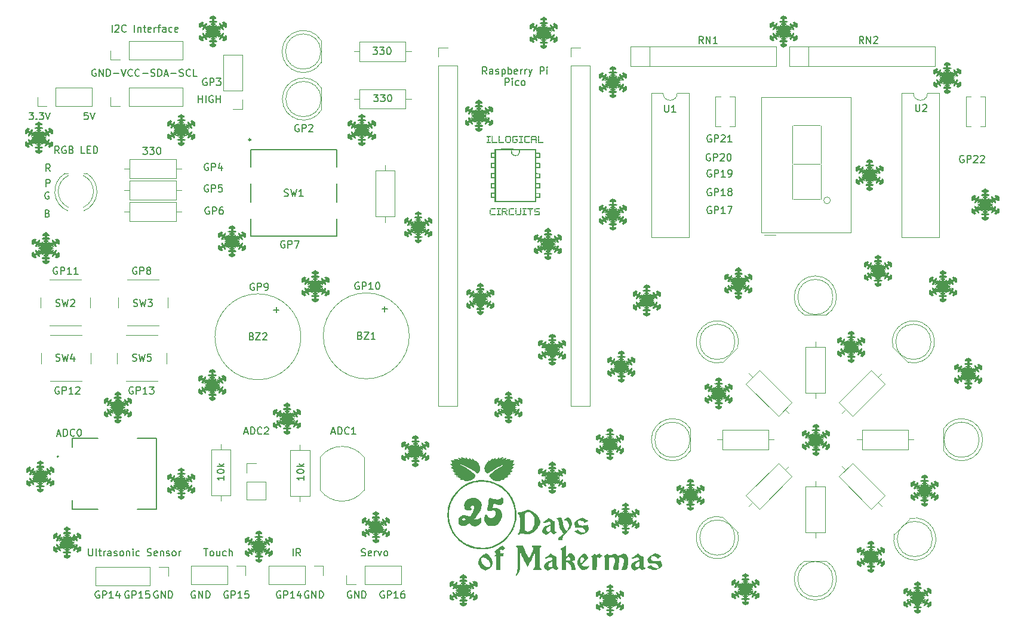
<source format=gbr>
%TF.GenerationSoftware,KiCad,Pcbnew,7.0.5*%
%TF.CreationDate,2024-09-14T15:13:57-07:00*%
%TF.ProjectId,advent_calendar,61647665-6e74-45f6-9361-6c656e646172,rev?*%
%TF.SameCoordinates,Original*%
%TF.FileFunction,Legend,Top*%
%TF.FilePolarity,Positive*%
%FSLAX46Y46*%
G04 Gerber Fmt 4.6, Leading zero omitted, Abs format (unit mm)*
G04 Created by KiCad (PCBNEW 7.0.5) date 2024-09-14 15:13:57*
%MOMM*%
%LPD*%
G01*
G04 APERTURE LIST*
%ADD10C,0.150000*%
%ADD11C,0.254000*%
%ADD12C,0.152400*%
%ADD13C,0.120000*%
%ADD14C,0.127000*%
%ADD15C,0.200000*%
G04 APERTURE END LIST*
D10*
X187326588Y-59142438D02*
X187231350Y-59094819D01*
X187231350Y-59094819D02*
X187088493Y-59094819D01*
X187088493Y-59094819D02*
X186945636Y-59142438D01*
X186945636Y-59142438D02*
X186850398Y-59237676D01*
X186850398Y-59237676D02*
X186802779Y-59332914D01*
X186802779Y-59332914D02*
X186755160Y-59523390D01*
X186755160Y-59523390D02*
X186755160Y-59666247D01*
X186755160Y-59666247D02*
X186802779Y-59856723D01*
X186802779Y-59856723D02*
X186850398Y-59951961D01*
X186850398Y-59951961D02*
X186945636Y-60047200D01*
X186945636Y-60047200D02*
X187088493Y-60094819D01*
X187088493Y-60094819D02*
X187183731Y-60094819D01*
X187183731Y-60094819D02*
X187326588Y-60047200D01*
X187326588Y-60047200D02*
X187374207Y-59999580D01*
X187374207Y-59999580D02*
X187374207Y-59666247D01*
X187374207Y-59666247D02*
X187183731Y-59666247D01*
X187802779Y-60094819D02*
X187802779Y-59094819D01*
X187802779Y-59094819D02*
X188183731Y-59094819D01*
X188183731Y-59094819D02*
X188278969Y-59142438D01*
X188278969Y-59142438D02*
X188326588Y-59190057D01*
X188326588Y-59190057D02*
X188374207Y-59285295D01*
X188374207Y-59285295D02*
X188374207Y-59428152D01*
X188374207Y-59428152D02*
X188326588Y-59523390D01*
X188326588Y-59523390D02*
X188278969Y-59571009D01*
X188278969Y-59571009D02*
X188183731Y-59618628D01*
X188183731Y-59618628D02*
X187802779Y-59618628D01*
X188755160Y-59190057D02*
X188802779Y-59142438D01*
X188802779Y-59142438D02*
X188898017Y-59094819D01*
X188898017Y-59094819D02*
X189136112Y-59094819D01*
X189136112Y-59094819D02*
X189231350Y-59142438D01*
X189231350Y-59142438D02*
X189278969Y-59190057D01*
X189278969Y-59190057D02*
X189326588Y-59285295D01*
X189326588Y-59285295D02*
X189326588Y-59380533D01*
X189326588Y-59380533D02*
X189278969Y-59523390D01*
X189278969Y-59523390D02*
X188707541Y-60094819D01*
X188707541Y-60094819D02*
X189326588Y-60094819D01*
X190278969Y-60094819D02*
X189707541Y-60094819D01*
X189993255Y-60094819D02*
X189993255Y-59094819D01*
X189993255Y-59094819D02*
X189898017Y-59237676D01*
X189898017Y-59237676D02*
X189802779Y-59332914D01*
X189802779Y-59332914D02*
X189707541Y-59380533D01*
X93409588Y-67243438D02*
X93314350Y-67195819D01*
X93314350Y-67195819D02*
X93171493Y-67195819D01*
X93171493Y-67195819D02*
X93028636Y-67243438D01*
X93028636Y-67243438D02*
X92933398Y-67338676D01*
X92933398Y-67338676D02*
X92885779Y-67433914D01*
X92885779Y-67433914D02*
X92838160Y-67624390D01*
X92838160Y-67624390D02*
X92838160Y-67767247D01*
X92838160Y-67767247D02*
X92885779Y-67957723D01*
X92885779Y-67957723D02*
X92933398Y-68052961D01*
X92933398Y-68052961D02*
X93028636Y-68148200D01*
X93028636Y-68148200D02*
X93171493Y-68195819D01*
X93171493Y-68195819D02*
X93266731Y-68195819D01*
X93266731Y-68195819D02*
X93409588Y-68148200D01*
X93409588Y-68148200D02*
X93457207Y-68100580D01*
X93457207Y-68100580D02*
X93457207Y-67767247D01*
X93457207Y-67767247D02*
X93266731Y-67767247D01*
X114169279Y-123917438D02*
X114074041Y-123869819D01*
X114074041Y-123869819D02*
X113931184Y-123869819D01*
X113931184Y-123869819D02*
X113788327Y-123917438D01*
X113788327Y-123917438D02*
X113693089Y-124012676D01*
X113693089Y-124012676D02*
X113645470Y-124107914D01*
X113645470Y-124107914D02*
X113597851Y-124298390D01*
X113597851Y-124298390D02*
X113597851Y-124441247D01*
X113597851Y-124441247D02*
X113645470Y-124631723D01*
X113645470Y-124631723D02*
X113693089Y-124726961D01*
X113693089Y-124726961D02*
X113788327Y-124822200D01*
X113788327Y-124822200D02*
X113931184Y-124869819D01*
X113931184Y-124869819D02*
X114026422Y-124869819D01*
X114026422Y-124869819D02*
X114169279Y-124822200D01*
X114169279Y-124822200D02*
X114216898Y-124774580D01*
X114216898Y-124774580D02*
X114216898Y-124441247D01*
X114216898Y-124441247D02*
X114026422Y-124441247D01*
X114645470Y-124869819D02*
X114645470Y-123869819D01*
X114645470Y-123869819D02*
X115216898Y-124869819D01*
X115216898Y-124869819D02*
X115216898Y-123869819D01*
X115693089Y-124869819D02*
X115693089Y-123869819D01*
X115693089Y-123869819D02*
X115931184Y-123869819D01*
X115931184Y-123869819D02*
X116074041Y-123917438D01*
X116074041Y-123917438D02*
X116169279Y-124012676D01*
X116169279Y-124012676D02*
X116216898Y-124107914D01*
X116216898Y-124107914D02*
X116264517Y-124298390D01*
X116264517Y-124298390D02*
X116264517Y-124441247D01*
X116264517Y-124441247D02*
X116216898Y-124631723D01*
X116216898Y-124631723D02*
X116169279Y-124726961D01*
X116169279Y-124726961D02*
X116074041Y-124822200D01*
X116074041Y-124822200D02*
X115931184Y-124869819D01*
X115931184Y-124869819D02*
X115693089Y-124869819D01*
X104760588Y-123917438D02*
X104665350Y-123869819D01*
X104665350Y-123869819D02*
X104522493Y-123869819D01*
X104522493Y-123869819D02*
X104379636Y-123917438D01*
X104379636Y-123917438D02*
X104284398Y-124012676D01*
X104284398Y-124012676D02*
X104236779Y-124107914D01*
X104236779Y-124107914D02*
X104189160Y-124298390D01*
X104189160Y-124298390D02*
X104189160Y-124441247D01*
X104189160Y-124441247D02*
X104236779Y-124631723D01*
X104236779Y-124631723D02*
X104284398Y-124726961D01*
X104284398Y-124726961D02*
X104379636Y-124822200D01*
X104379636Y-124822200D02*
X104522493Y-124869819D01*
X104522493Y-124869819D02*
X104617731Y-124869819D01*
X104617731Y-124869819D02*
X104760588Y-124822200D01*
X104760588Y-124822200D02*
X104808207Y-124774580D01*
X104808207Y-124774580D02*
X104808207Y-124441247D01*
X104808207Y-124441247D02*
X104617731Y-124441247D01*
X105236779Y-124869819D02*
X105236779Y-123869819D01*
X105236779Y-123869819D02*
X105617731Y-123869819D01*
X105617731Y-123869819D02*
X105712969Y-123917438D01*
X105712969Y-123917438D02*
X105760588Y-123965057D01*
X105760588Y-123965057D02*
X105808207Y-124060295D01*
X105808207Y-124060295D02*
X105808207Y-124203152D01*
X105808207Y-124203152D02*
X105760588Y-124298390D01*
X105760588Y-124298390D02*
X105712969Y-124346009D01*
X105712969Y-124346009D02*
X105617731Y-124393628D01*
X105617731Y-124393628D02*
X105236779Y-124393628D01*
X106760588Y-124869819D02*
X106189160Y-124869819D01*
X106474874Y-124869819D02*
X106474874Y-123869819D01*
X106474874Y-123869819D02*
X106379636Y-124012676D01*
X106379636Y-124012676D02*
X106284398Y-124107914D01*
X106284398Y-124107914D02*
X106189160Y-124155533D01*
X107665350Y-123869819D02*
X107189160Y-123869819D01*
X107189160Y-123869819D02*
X107141541Y-124346009D01*
X107141541Y-124346009D02*
X107189160Y-124298390D01*
X107189160Y-124298390D02*
X107284398Y-124250771D01*
X107284398Y-124250771D02*
X107522493Y-124250771D01*
X107522493Y-124250771D02*
X107617731Y-124298390D01*
X107617731Y-124298390D02*
X107665350Y-124346009D01*
X107665350Y-124346009D02*
X107712969Y-124441247D01*
X107712969Y-124441247D02*
X107712969Y-124679342D01*
X107712969Y-124679342D02*
X107665350Y-124774580D01*
X107665350Y-124774580D02*
X107617731Y-124822200D01*
X107617731Y-124822200D02*
X107522493Y-124869819D01*
X107522493Y-124869819D02*
X107284398Y-124869819D01*
X107284398Y-124869819D02*
X107189160Y-124822200D01*
X107189160Y-124822200D02*
X107141541Y-124774580D01*
X126260588Y-123917438D02*
X126165350Y-123869819D01*
X126165350Y-123869819D02*
X126022493Y-123869819D01*
X126022493Y-123869819D02*
X125879636Y-123917438D01*
X125879636Y-123917438D02*
X125784398Y-124012676D01*
X125784398Y-124012676D02*
X125736779Y-124107914D01*
X125736779Y-124107914D02*
X125689160Y-124298390D01*
X125689160Y-124298390D02*
X125689160Y-124441247D01*
X125689160Y-124441247D02*
X125736779Y-124631723D01*
X125736779Y-124631723D02*
X125784398Y-124726961D01*
X125784398Y-124726961D02*
X125879636Y-124822200D01*
X125879636Y-124822200D02*
X126022493Y-124869819D01*
X126022493Y-124869819D02*
X126117731Y-124869819D01*
X126117731Y-124869819D02*
X126260588Y-124822200D01*
X126260588Y-124822200D02*
X126308207Y-124774580D01*
X126308207Y-124774580D02*
X126308207Y-124441247D01*
X126308207Y-124441247D02*
X126117731Y-124441247D01*
X126736779Y-124869819D02*
X126736779Y-123869819D01*
X126736779Y-123869819D02*
X127117731Y-123869819D01*
X127117731Y-123869819D02*
X127212969Y-123917438D01*
X127212969Y-123917438D02*
X127260588Y-123965057D01*
X127260588Y-123965057D02*
X127308207Y-124060295D01*
X127308207Y-124060295D02*
X127308207Y-124203152D01*
X127308207Y-124203152D02*
X127260588Y-124298390D01*
X127260588Y-124298390D02*
X127212969Y-124346009D01*
X127212969Y-124346009D02*
X127117731Y-124393628D01*
X127117731Y-124393628D02*
X126736779Y-124393628D01*
X128260588Y-124869819D02*
X127689160Y-124869819D01*
X127974874Y-124869819D02*
X127974874Y-123869819D01*
X127974874Y-123869819D02*
X127879636Y-124012676D01*
X127879636Y-124012676D02*
X127784398Y-124107914D01*
X127784398Y-124107914D02*
X127689160Y-124155533D01*
X129117731Y-124203152D02*
X129117731Y-124869819D01*
X128879636Y-123822200D02*
X128641541Y-124536485D01*
X128641541Y-124536485D02*
X129260588Y-124536485D01*
X94854207Y-61718819D02*
X94520874Y-61242628D01*
X94282779Y-61718819D02*
X94282779Y-60718819D01*
X94282779Y-60718819D02*
X94663731Y-60718819D01*
X94663731Y-60718819D02*
X94758969Y-60766438D01*
X94758969Y-60766438D02*
X94806588Y-60814057D01*
X94806588Y-60814057D02*
X94854207Y-60909295D01*
X94854207Y-60909295D02*
X94854207Y-61052152D01*
X94854207Y-61052152D02*
X94806588Y-61147390D01*
X94806588Y-61147390D02*
X94758969Y-61195009D01*
X94758969Y-61195009D02*
X94663731Y-61242628D01*
X94663731Y-61242628D02*
X94282779Y-61242628D01*
X95806588Y-60766438D02*
X95711350Y-60718819D01*
X95711350Y-60718819D02*
X95568493Y-60718819D01*
X95568493Y-60718819D02*
X95425636Y-60766438D01*
X95425636Y-60766438D02*
X95330398Y-60861676D01*
X95330398Y-60861676D02*
X95282779Y-60956914D01*
X95282779Y-60956914D02*
X95235160Y-61147390D01*
X95235160Y-61147390D02*
X95235160Y-61290247D01*
X95235160Y-61290247D02*
X95282779Y-61480723D01*
X95282779Y-61480723D02*
X95330398Y-61575961D01*
X95330398Y-61575961D02*
X95425636Y-61671200D01*
X95425636Y-61671200D02*
X95568493Y-61718819D01*
X95568493Y-61718819D02*
X95663731Y-61718819D01*
X95663731Y-61718819D02*
X95806588Y-61671200D01*
X95806588Y-61671200D02*
X95854207Y-61623580D01*
X95854207Y-61623580D02*
X95854207Y-61290247D01*
X95854207Y-61290247D02*
X95663731Y-61290247D01*
X96616112Y-61195009D02*
X96758969Y-61242628D01*
X96758969Y-61242628D02*
X96806588Y-61290247D01*
X96806588Y-61290247D02*
X96854207Y-61385485D01*
X96854207Y-61385485D02*
X96854207Y-61528342D01*
X96854207Y-61528342D02*
X96806588Y-61623580D01*
X96806588Y-61623580D02*
X96758969Y-61671200D01*
X96758969Y-61671200D02*
X96663731Y-61718819D01*
X96663731Y-61718819D02*
X96282779Y-61718819D01*
X96282779Y-61718819D02*
X96282779Y-60718819D01*
X96282779Y-60718819D02*
X96616112Y-60718819D01*
X96616112Y-60718819D02*
X96711350Y-60766438D01*
X96711350Y-60766438D02*
X96758969Y-60814057D01*
X96758969Y-60814057D02*
X96806588Y-60909295D01*
X96806588Y-60909295D02*
X96806588Y-61004533D01*
X96806588Y-61004533D02*
X96758969Y-61099771D01*
X96758969Y-61099771D02*
X96711350Y-61147390D01*
X96711350Y-61147390D02*
X96616112Y-61195009D01*
X96616112Y-61195009D02*
X96282779Y-61195009D01*
X98520874Y-61718819D02*
X98044684Y-61718819D01*
X98044684Y-61718819D02*
X98044684Y-60718819D01*
X98854208Y-61195009D02*
X99187541Y-61195009D01*
X99330398Y-61718819D02*
X98854208Y-61718819D01*
X98854208Y-61718819D02*
X98854208Y-60718819D01*
X98854208Y-60718819D02*
X99330398Y-60718819D01*
X99758970Y-61718819D02*
X99758970Y-60718819D01*
X99758970Y-60718819D02*
X99997065Y-60718819D01*
X99997065Y-60718819D02*
X100139922Y-60766438D01*
X100139922Y-60766438D02*
X100235160Y-60861676D01*
X100235160Y-60861676D02*
X100282779Y-60956914D01*
X100282779Y-60956914D02*
X100330398Y-61147390D01*
X100330398Y-61147390D02*
X100330398Y-61290247D01*
X100330398Y-61290247D02*
X100282779Y-61480723D01*
X100282779Y-61480723D02*
X100235160Y-61575961D01*
X100235160Y-61575961D02*
X100139922Y-61671200D01*
X100139922Y-61671200D02*
X99997065Y-61718819D01*
X99997065Y-61718819D02*
X99758970Y-61718819D01*
X223140588Y-62063438D02*
X223045350Y-62015819D01*
X223045350Y-62015819D02*
X222902493Y-62015819D01*
X222902493Y-62015819D02*
X222759636Y-62063438D01*
X222759636Y-62063438D02*
X222664398Y-62158676D01*
X222664398Y-62158676D02*
X222616779Y-62253914D01*
X222616779Y-62253914D02*
X222569160Y-62444390D01*
X222569160Y-62444390D02*
X222569160Y-62587247D01*
X222569160Y-62587247D02*
X222616779Y-62777723D01*
X222616779Y-62777723D02*
X222664398Y-62872961D01*
X222664398Y-62872961D02*
X222759636Y-62968200D01*
X222759636Y-62968200D02*
X222902493Y-63015819D01*
X222902493Y-63015819D02*
X222997731Y-63015819D01*
X222997731Y-63015819D02*
X223140588Y-62968200D01*
X223140588Y-62968200D02*
X223188207Y-62920580D01*
X223188207Y-62920580D02*
X223188207Y-62587247D01*
X223188207Y-62587247D02*
X222997731Y-62587247D01*
X223616779Y-63015819D02*
X223616779Y-62015819D01*
X223616779Y-62015819D02*
X223997731Y-62015819D01*
X223997731Y-62015819D02*
X224092969Y-62063438D01*
X224092969Y-62063438D02*
X224140588Y-62111057D01*
X224140588Y-62111057D02*
X224188207Y-62206295D01*
X224188207Y-62206295D02*
X224188207Y-62349152D01*
X224188207Y-62349152D02*
X224140588Y-62444390D01*
X224140588Y-62444390D02*
X224092969Y-62492009D01*
X224092969Y-62492009D02*
X223997731Y-62539628D01*
X223997731Y-62539628D02*
X223616779Y-62539628D01*
X224569160Y-62111057D02*
X224616779Y-62063438D01*
X224616779Y-62063438D02*
X224712017Y-62015819D01*
X224712017Y-62015819D02*
X224950112Y-62015819D01*
X224950112Y-62015819D02*
X225045350Y-62063438D01*
X225045350Y-62063438D02*
X225092969Y-62111057D01*
X225092969Y-62111057D02*
X225140588Y-62206295D01*
X225140588Y-62206295D02*
X225140588Y-62301533D01*
X225140588Y-62301533D02*
X225092969Y-62444390D01*
X225092969Y-62444390D02*
X224521541Y-63015819D01*
X224521541Y-63015819D02*
X225140588Y-63015819D01*
X225521541Y-62111057D02*
X225569160Y-62063438D01*
X225569160Y-62063438D02*
X225664398Y-62015819D01*
X225664398Y-62015819D02*
X225902493Y-62015819D01*
X225902493Y-62015819D02*
X225997731Y-62063438D01*
X225997731Y-62063438D02*
X226045350Y-62111057D01*
X226045350Y-62111057D02*
X226092969Y-62206295D01*
X226092969Y-62206295D02*
X226092969Y-62301533D01*
X226092969Y-62301533D02*
X226045350Y-62444390D01*
X226045350Y-62444390D02*
X225473922Y-63015819D01*
X225473922Y-63015819D02*
X226092969Y-63015819D01*
X128860588Y-57667438D02*
X128765350Y-57619819D01*
X128765350Y-57619819D02*
X128622493Y-57619819D01*
X128622493Y-57619819D02*
X128479636Y-57667438D01*
X128479636Y-57667438D02*
X128384398Y-57762676D01*
X128384398Y-57762676D02*
X128336779Y-57857914D01*
X128336779Y-57857914D02*
X128289160Y-58048390D01*
X128289160Y-58048390D02*
X128289160Y-58191247D01*
X128289160Y-58191247D02*
X128336779Y-58381723D01*
X128336779Y-58381723D02*
X128384398Y-58476961D01*
X128384398Y-58476961D02*
X128479636Y-58572200D01*
X128479636Y-58572200D02*
X128622493Y-58619819D01*
X128622493Y-58619819D02*
X128717731Y-58619819D01*
X128717731Y-58619819D02*
X128860588Y-58572200D01*
X128860588Y-58572200D02*
X128908207Y-58524580D01*
X128908207Y-58524580D02*
X128908207Y-58191247D01*
X128908207Y-58191247D02*
X128717731Y-58191247D01*
X129336779Y-58619819D02*
X129336779Y-57619819D01*
X129336779Y-57619819D02*
X129717731Y-57619819D01*
X129717731Y-57619819D02*
X129812969Y-57667438D01*
X129812969Y-57667438D02*
X129860588Y-57715057D01*
X129860588Y-57715057D02*
X129908207Y-57810295D01*
X129908207Y-57810295D02*
X129908207Y-57953152D01*
X129908207Y-57953152D02*
X129860588Y-58048390D01*
X129860588Y-58048390D02*
X129812969Y-58096009D01*
X129812969Y-58096009D02*
X129717731Y-58143628D01*
X129717731Y-58143628D02*
X129336779Y-58143628D01*
X130289160Y-57715057D02*
X130336779Y-57667438D01*
X130336779Y-57667438D02*
X130432017Y-57619819D01*
X130432017Y-57619819D02*
X130670112Y-57619819D01*
X130670112Y-57619819D02*
X130765350Y-57667438D01*
X130765350Y-57667438D02*
X130812969Y-57715057D01*
X130812969Y-57715057D02*
X130860588Y-57810295D01*
X130860588Y-57810295D02*
X130860588Y-57905533D01*
X130860588Y-57905533D02*
X130812969Y-58048390D01*
X130812969Y-58048390D02*
X130241541Y-58619819D01*
X130241541Y-58619819D02*
X130860588Y-58619819D01*
X100070588Y-49817438D02*
X99975350Y-49769819D01*
X99975350Y-49769819D02*
X99832493Y-49769819D01*
X99832493Y-49769819D02*
X99689636Y-49817438D01*
X99689636Y-49817438D02*
X99594398Y-49912676D01*
X99594398Y-49912676D02*
X99546779Y-50007914D01*
X99546779Y-50007914D02*
X99499160Y-50198390D01*
X99499160Y-50198390D02*
X99499160Y-50341247D01*
X99499160Y-50341247D02*
X99546779Y-50531723D01*
X99546779Y-50531723D02*
X99594398Y-50626961D01*
X99594398Y-50626961D02*
X99689636Y-50722200D01*
X99689636Y-50722200D02*
X99832493Y-50769819D01*
X99832493Y-50769819D02*
X99927731Y-50769819D01*
X99927731Y-50769819D02*
X100070588Y-50722200D01*
X100070588Y-50722200D02*
X100118207Y-50674580D01*
X100118207Y-50674580D02*
X100118207Y-50341247D01*
X100118207Y-50341247D02*
X99927731Y-50341247D01*
X100546779Y-50769819D02*
X100546779Y-49769819D01*
X100546779Y-49769819D02*
X101118207Y-50769819D01*
X101118207Y-50769819D02*
X101118207Y-49769819D01*
X101594398Y-50769819D02*
X101594398Y-49769819D01*
X101594398Y-49769819D02*
X101832493Y-49769819D01*
X101832493Y-49769819D02*
X101975350Y-49817438D01*
X101975350Y-49817438D02*
X102070588Y-49912676D01*
X102070588Y-49912676D02*
X102118207Y-50007914D01*
X102118207Y-50007914D02*
X102165826Y-50198390D01*
X102165826Y-50198390D02*
X102165826Y-50341247D01*
X102165826Y-50341247D02*
X102118207Y-50531723D01*
X102118207Y-50531723D02*
X102070588Y-50626961D01*
X102070588Y-50626961D02*
X101975350Y-50722200D01*
X101975350Y-50722200D02*
X101832493Y-50769819D01*
X101832493Y-50769819D02*
X101594398Y-50769819D01*
X102594398Y-50388866D02*
X103356303Y-50388866D01*
X103689636Y-49769819D02*
X104022969Y-50769819D01*
X104022969Y-50769819D02*
X104356302Y-49769819D01*
X105261064Y-50674580D02*
X105213445Y-50722200D01*
X105213445Y-50722200D02*
X105070588Y-50769819D01*
X105070588Y-50769819D02*
X104975350Y-50769819D01*
X104975350Y-50769819D02*
X104832493Y-50722200D01*
X104832493Y-50722200D02*
X104737255Y-50626961D01*
X104737255Y-50626961D02*
X104689636Y-50531723D01*
X104689636Y-50531723D02*
X104642017Y-50341247D01*
X104642017Y-50341247D02*
X104642017Y-50198390D01*
X104642017Y-50198390D02*
X104689636Y-50007914D01*
X104689636Y-50007914D02*
X104737255Y-49912676D01*
X104737255Y-49912676D02*
X104832493Y-49817438D01*
X104832493Y-49817438D02*
X104975350Y-49769819D01*
X104975350Y-49769819D02*
X105070588Y-49769819D01*
X105070588Y-49769819D02*
X105213445Y-49817438D01*
X105213445Y-49817438D02*
X105261064Y-49865057D01*
X106261064Y-50674580D02*
X106213445Y-50722200D01*
X106213445Y-50722200D02*
X106070588Y-50769819D01*
X106070588Y-50769819D02*
X105975350Y-50769819D01*
X105975350Y-50769819D02*
X105832493Y-50722200D01*
X105832493Y-50722200D02*
X105737255Y-50626961D01*
X105737255Y-50626961D02*
X105689636Y-50531723D01*
X105689636Y-50531723D02*
X105642017Y-50341247D01*
X105642017Y-50341247D02*
X105642017Y-50198390D01*
X105642017Y-50198390D02*
X105689636Y-50007914D01*
X105689636Y-50007914D02*
X105737255Y-49912676D01*
X105737255Y-49912676D02*
X105832493Y-49817438D01*
X105832493Y-49817438D02*
X105975350Y-49769819D01*
X105975350Y-49769819D02*
X106070588Y-49769819D01*
X106070588Y-49769819D02*
X106213445Y-49817438D01*
X106213445Y-49817438D02*
X106261064Y-49865057D01*
X106689636Y-50388866D02*
X107451541Y-50388866D01*
X107880112Y-50722200D02*
X108022969Y-50769819D01*
X108022969Y-50769819D02*
X108261064Y-50769819D01*
X108261064Y-50769819D02*
X108356302Y-50722200D01*
X108356302Y-50722200D02*
X108403921Y-50674580D01*
X108403921Y-50674580D02*
X108451540Y-50579342D01*
X108451540Y-50579342D02*
X108451540Y-50484104D01*
X108451540Y-50484104D02*
X108403921Y-50388866D01*
X108403921Y-50388866D02*
X108356302Y-50341247D01*
X108356302Y-50341247D02*
X108261064Y-50293628D01*
X108261064Y-50293628D02*
X108070588Y-50246009D01*
X108070588Y-50246009D02*
X107975350Y-50198390D01*
X107975350Y-50198390D02*
X107927731Y-50150771D01*
X107927731Y-50150771D02*
X107880112Y-50055533D01*
X107880112Y-50055533D02*
X107880112Y-49960295D01*
X107880112Y-49960295D02*
X107927731Y-49865057D01*
X107927731Y-49865057D02*
X107975350Y-49817438D01*
X107975350Y-49817438D02*
X108070588Y-49769819D01*
X108070588Y-49769819D02*
X108308683Y-49769819D01*
X108308683Y-49769819D02*
X108451540Y-49817438D01*
X108880112Y-50769819D02*
X108880112Y-49769819D01*
X108880112Y-49769819D02*
X109118207Y-49769819D01*
X109118207Y-49769819D02*
X109261064Y-49817438D01*
X109261064Y-49817438D02*
X109356302Y-49912676D01*
X109356302Y-49912676D02*
X109403921Y-50007914D01*
X109403921Y-50007914D02*
X109451540Y-50198390D01*
X109451540Y-50198390D02*
X109451540Y-50341247D01*
X109451540Y-50341247D02*
X109403921Y-50531723D01*
X109403921Y-50531723D02*
X109356302Y-50626961D01*
X109356302Y-50626961D02*
X109261064Y-50722200D01*
X109261064Y-50722200D02*
X109118207Y-50769819D01*
X109118207Y-50769819D02*
X108880112Y-50769819D01*
X109832493Y-50484104D02*
X110308683Y-50484104D01*
X109737255Y-50769819D02*
X110070588Y-49769819D01*
X110070588Y-49769819D02*
X110403921Y-50769819D01*
X110737255Y-50388866D02*
X111499160Y-50388866D01*
X111927731Y-50722200D02*
X112070588Y-50769819D01*
X112070588Y-50769819D02*
X112308683Y-50769819D01*
X112308683Y-50769819D02*
X112403921Y-50722200D01*
X112403921Y-50722200D02*
X112451540Y-50674580D01*
X112451540Y-50674580D02*
X112499159Y-50579342D01*
X112499159Y-50579342D02*
X112499159Y-50484104D01*
X112499159Y-50484104D02*
X112451540Y-50388866D01*
X112451540Y-50388866D02*
X112403921Y-50341247D01*
X112403921Y-50341247D02*
X112308683Y-50293628D01*
X112308683Y-50293628D02*
X112118207Y-50246009D01*
X112118207Y-50246009D02*
X112022969Y-50198390D01*
X112022969Y-50198390D02*
X111975350Y-50150771D01*
X111975350Y-50150771D02*
X111927731Y-50055533D01*
X111927731Y-50055533D02*
X111927731Y-49960295D01*
X111927731Y-49960295D02*
X111975350Y-49865057D01*
X111975350Y-49865057D02*
X112022969Y-49817438D01*
X112022969Y-49817438D02*
X112118207Y-49769819D01*
X112118207Y-49769819D02*
X112356302Y-49769819D01*
X112356302Y-49769819D02*
X112499159Y-49817438D01*
X113499159Y-50674580D02*
X113451540Y-50722200D01*
X113451540Y-50722200D02*
X113308683Y-50769819D01*
X113308683Y-50769819D02*
X113213445Y-50769819D01*
X113213445Y-50769819D02*
X113070588Y-50722200D01*
X113070588Y-50722200D02*
X112975350Y-50626961D01*
X112975350Y-50626961D02*
X112927731Y-50531723D01*
X112927731Y-50531723D02*
X112880112Y-50341247D01*
X112880112Y-50341247D02*
X112880112Y-50198390D01*
X112880112Y-50198390D02*
X112927731Y-50007914D01*
X112927731Y-50007914D02*
X112975350Y-49912676D01*
X112975350Y-49912676D02*
X113070588Y-49817438D01*
X113070588Y-49817438D02*
X113213445Y-49769819D01*
X113213445Y-49769819D02*
X113308683Y-49769819D01*
X113308683Y-49769819D02*
X113451540Y-49817438D01*
X113451540Y-49817438D02*
X113499159Y-49865057D01*
X114403921Y-50769819D02*
X113927731Y-50769819D01*
X113927731Y-50769819D02*
X113927731Y-49769819D01*
X90612541Y-55902819D02*
X91231588Y-55902819D01*
X91231588Y-55902819D02*
X90898255Y-56283771D01*
X90898255Y-56283771D02*
X91041112Y-56283771D01*
X91041112Y-56283771D02*
X91136350Y-56331390D01*
X91136350Y-56331390D02*
X91183969Y-56379009D01*
X91183969Y-56379009D02*
X91231588Y-56474247D01*
X91231588Y-56474247D02*
X91231588Y-56712342D01*
X91231588Y-56712342D02*
X91183969Y-56807580D01*
X91183969Y-56807580D02*
X91136350Y-56855200D01*
X91136350Y-56855200D02*
X91041112Y-56902819D01*
X91041112Y-56902819D02*
X90755398Y-56902819D01*
X90755398Y-56902819D02*
X90660160Y-56855200D01*
X90660160Y-56855200D02*
X90612541Y-56807580D01*
X91660160Y-56807580D02*
X91707779Y-56855200D01*
X91707779Y-56855200D02*
X91660160Y-56902819D01*
X91660160Y-56902819D02*
X91612541Y-56855200D01*
X91612541Y-56855200D02*
X91660160Y-56807580D01*
X91660160Y-56807580D02*
X91660160Y-56902819D01*
X92041112Y-55902819D02*
X92660159Y-55902819D01*
X92660159Y-55902819D02*
X92326826Y-56283771D01*
X92326826Y-56283771D02*
X92469683Y-56283771D01*
X92469683Y-56283771D02*
X92564921Y-56331390D01*
X92564921Y-56331390D02*
X92612540Y-56379009D01*
X92612540Y-56379009D02*
X92660159Y-56474247D01*
X92660159Y-56474247D02*
X92660159Y-56712342D01*
X92660159Y-56712342D02*
X92612540Y-56807580D01*
X92612540Y-56807580D02*
X92564921Y-56855200D01*
X92564921Y-56855200D02*
X92469683Y-56902819D01*
X92469683Y-56902819D02*
X92183969Y-56902819D01*
X92183969Y-56902819D02*
X92088731Y-56855200D01*
X92088731Y-56855200D02*
X92041112Y-56807580D01*
X92945874Y-55902819D02*
X93279207Y-56902819D01*
X93279207Y-56902819D02*
X93612540Y-55902819D01*
X98945873Y-55902819D02*
X98469683Y-55902819D01*
X98469683Y-55902819D02*
X98422064Y-56379009D01*
X98422064Y-56379009D02*
X98469683Y-56331390D01*
X98469683Y-56331390D02*
X98564921Y-56283771D01*
X98564921Y-56283771D02*
X98803016Y-56283771D01*
X98803016Y-56283771D02*
X98898254Y-56331390D01*
X98898254Y-56331390D02*
X98945873Y-56379009D01*
X98945873Y-56379009D02*
X98993492Y-56474247D01*
X98993492Y-56474247D02*
X98993492Y-56712342D01*
X98993492Y-56712342D02*
X98945873Y-56807580D01*
X98945873Y-56807580D02*
X98898254Y-56855200D01*
X98898254Y-56855200D02*
X98803016Y-56902819D01*
X98803016Y-56902819D02*
X98564921Y-56902819D01*
X98564921Y-56902819D02*
X98469683Y-56855200D01*
X98469683Y-56855200D02*
X98422064Y-56807580D01*
X99279207Y-55902819D02*
X99612540Y-56902819D01*
X99612540Y-56902819D02*
X99945873Y-55902819D01*
X115788588Y-51114438D02*
X115693350Y-51066819D01*
X115693350Y-51066819D02*
X115550493Y-51066819D01*
X115550493Y-51066819D02*
X115407636Y-51114438D01*
X115407636Y-51114438D02*
X115312398Y-51209676D01*
X115312398Y-51209676D02*
X115264779Y-51304914D01*
X115264779Y-51304914D02*
X115217160Y-51495390D01*
X115217160Y-51495390D02*
X115217160Y-51638247D01*
X115217160Y-51638247D02*
X115264779Y-51828723D01*
X115264779Y-51828723D02*
X115312398Y-51923961D01*
X115312398Y-51923961D02*
X115407636Y-52019200D01*
X115407636Y-52019200D02*
X115550493Y-52066819D01*
X115550493Y-52066819D02*
X115645731Y-52066819D01*
X115645731Y-52066819D02*
X115788588Y-52019200D01*
X115788588Y-52019200D02*
X115836207Y-51971580D01*
X115836207Y-51971580D02*
X115836207Y-51638247D01*
X115836207Y-51638247D02*
X115645731Y-51638247D01*
X116264779Y-52066819D02*
X116264779Y-51066819D01*
X116264779Y-51066819D02*
X116645731Y-51066819D01*
X116645731Y-51066819D02*
X116740969Y-51114438D01*
X116740969Y-51114438D02*
X116788588Y-51162057D01*
X116788588Y-51162057D02*
X116836207Y-51257295D01*
X116836207Y-51257295D02*
X116836207Y-51400152D01*
X116836207Y-51400152D02*
X116788588Y-51495390D01*
X116788588Y-51495390D02*
X116740969Y-51543009D01*
X116740969Y-51543009D02*
X116645731Y-51590628D01*
X116645731Y-51590628D02*
X116264779Y-51590628D01*
X117169541Y-51066819D02*
X117788588Y-51066819D01*
X117788588Y-51066819D02*
X117455255Y-51447771D01*
X117455255Y-51447771D02*
X117598112Y-51447771D01*
X117598112Y-51447771D02*
X117693350Y-51495390D01*
X117693350Y-51495390D02*
X117740969Y-51543009D01*
X117740969Y-51543009D02*
X117788588Y-51638247D01*
X117788588Y-51638247D02*
X117788588Y-51876342D01*
X117788588Y-51876342D02*
X117740969Y-51971580D01*
X117740969Y-51971580D02*
X117693350Y-52019200D01*
X117693350Y-52019200D02*
X117598112Y-52066819D01*
X117598112Y-52066819D02*
X117312398Y-52066819D01*
X117312398Y-52066819D02*
X117217160Y-52019200D01*
X117217160Y-52019200D02*
X117169541Y-51971580D01*
X114629779Y-54479819D02*
X114629779Y-53479819D01*
X114629779Y-53956009D02*
X115201207Y-53956009D01*
X115201207Y-54479819D02*
X115201207Y-53479819D01*
X115677398Y-54479819D02*
X115677398Y-53479819D01*
X116677397Y-53527438D02*
X116582159Y-53479819D01*
X116582159Y-53479819D02*
X116439302Y-53479819D01*
X116439302Y-53479819D02*
X116296445Y-53527438D01*
X116296445Y-53527438D02*
X116201207Y-53622676D01*
X116201207Y-53622676D02*
X116153588Y-53717914D01*
X116153588Y-53717914D02*
X116105969Y-53908390D01*
X116105969Y-53908390D02*
X116105969Y-54051247D01*
X116105969Y-54051247D02*
X116153588Y-54241723D01*
X116153588Y-54241723D02*
X116201207Y-54336961D01*
X116201207Y-54336961D02*
X116296445Y-54432200D01*
X116296445Y-54432200D02*
X116439302Y-54479819D01*
X116439302Y-54479819D02*
X116534540Y-54479819D01*
X116534540Y-54479819D02*
X116677397Y-54432200D01*
X116677397Y-54432200D02*
X116725016Y-54384580D01*
X116725016Y-54384580D02*
X116725016Y-54051247D01*
X116725016Y-54051247D02*
X116534540Y-54051247D01*
X117153588Y-54479819D02*
X117153588Y-53479819D01*
X117153588Y-53956009D02*
X117725016Y-53956009D01*
X117725016Y-54479819D02*
X117725016Y-53479819D01*
X102371779Y-44469819D02*
X102371779Y-43469819D01*
X102800350Y-43565057D02*
X102847969Y-43517438D01*
X102847969Y-43517438D02*
X102943207Y-43469819D01*
X102943207Y-43469819D02*
X103181302Y-43469819D01*
X103181302Y-43469819D02*
X103276540Y-43517438D01*
X103276540Y-43517438D02*
X103324159Y-43565057D01*
X103324159Y-43565057D02*
X103371778Y-43660295D01*
X103371778Y-43660295D02*
X103371778Y-43755533D01*
X103371778Y-43755533D02*
X103324159Y-43898390D01*
X103324159Y-43898390D02*
X102752731Y-44469819D01*
X102752731Y-44469819D02*
X103371778Y-44469819D01*
X104371778Y-44374580D02*
X104324159Y-44422200D01*
X104324159Y-44422200D02*
X104181302Y-44469819D01*
X104181302Y-44469819D02*
X104086064Y-44469819D01*
X104086064Y-44469819D02*
X103943207Y-44422200D01*
X103943207Y-44422200D02*
X103847969Y-44326961D01*
X103847969Y-44326961D02*
X103800350Y-44231723D01*
X103800350Y-44231723D02*
X103752731Y-44041247D01*
X103752731Y-44041247D02*
X103752731Y-43898390D01*
X103752731Y-43898390D02*
X103800350Y-43707914D01*
X103800350Y-43707914D02*
X103847969Y-43612676D01*
X103847969Y-43612676D02*
X103943207Y-43517438D01*
X103943207Y-43517438D02*
X104086064Y-43469819D01*
X104086064Y-43469819D02*
X104181302Y-43469819D01*
X104181302Y-43469819D02*
X104324159Y-43517438D01*
X104324159Y-43517438D02*
X104371778Y-43565057D01*
X105562255Y-44469819D02*
X105562255Y-43469819D01*
X106038445Y-43803152D02*
X106038445Y-44469819D01*
X106038445Y-43898390D02*
X106086064Y-43850771D01*
X106086064Y-43850771D02*
X106181302Y-43803152D01*
X106181302Y-43803152D02*
X106324159Y-43803152D01*
X106324159Y-43803152D02*
X106419397Y-43850771D01*
X106419397Y-43850771D02*
X106467016Y-43946009D01*
X106467016Y-43946009D02*
X106467016Y-44469819D01*
X106800350Y-43803152D02*
X107181302Y-43803152D01*
X106943207Y-43469819D02*
X106943207Y-44326961D01*
X106943207Y-44326961D02*
X106990826Y-44422200D01*
X106990826Y-44422200D02*
X107086064Y-44469819D01*
X107086064Y-44469819D02*
X107181302Y-44469819D01*
X107895588Y-44422200D02*
X107800350Y-44469819D01*
X107800350Y-44469819D02*
X107609874Y-44469819D01*
X107609874Y-44469819D02*
X107514636Y-44422200D01*
X107514636Y-44422200D02*
X107467017Y-44326961D01*
X107467017Y-44326961D02*
X107467017Y-43946009D01*
X107467017Y-43946009D02*
X107514636Y-43850771D01*
X107514636Y-43850771D02*
X107609874Y-43803152D01*
X107609874Y-43803152D02*
X107800350Y-43803152D01*
X107800350Y-43803152D02*
X107895588Y-43850771D01*
X107895588Y-43850771D02*
X107943207Y-43946009D01*
X107943207Y-43946009D02*
X107943207Y-44041247D01*
X107943207Y-44041247D02*
X107467017Y-44136485D01*
X108371779Y-44469819D02*
X108371779Y-43803152D01*
X108371779Y-43993628D02*
X108419398Y-43898390D01*
X108419398Y-43898390D02*
X108467017Y-43850771D01*
X108467017Y-43850771D02*
X108562255Y-43803152D01*
X108562255Y-43803152D02*
X108657493Y-43803152D01*
X108847970Y-43803152D02*
X109228922Y-43803152D01*
X108990827Y-44469819D02*
X108990827Y-43612676D01*
X108990827Y-43612676D02*
X109038446Y-43517438D01*
X109038446Y-43517438D02*
X109133684Y-43469819D01*
X109133684Y-43469819D02*
X109228922Y-43469819D01*
X109990827Y-44469819D02*
X109990827Y-43946009D01*
X109990827Y-43946009D02*
X109943208Y-43850771D01*
X109943208Y-43850771D02*
X109847970Y-43803152D01*
X109847970Y-43803152D02*
X109657494Y-43803152D01*
X109657494Y-43803152D02*
X109562256Y-43850771D01*
X109990827Y-44422200D02*
X109895589Y-44469819D01*
X109895589Y-44469819D02*
X109657494Y-44469819D01*
X109657494Y-44469819D02*
X109562256Y-44422200D01*
X109562256Y-44422200D02*
X109514637Y-44326961D01*
X109514637Y-44326961D02*
X109514637Y-44231723D01*
X109514637Y-44231723D02*
X109562256Y-44136485D01*
X109562256Y-44136485D02*
X109657494Y-44088866D01*
X109657494Y-44088866D02*
X109895589Y-44088866D01*
X109895589Y-44088866D02*
X109990827Y-44041247D01*
X110895589Y-44422200D02*
X110800351Y-44469819D01*
X110800351Y-44469819D02*
X110609875Y-44469819D01*
X110609875Y-44469819D02*
X110514637Y-44422200D01*
X110514637Y-44422200D02*
X110467018Y-44374580D01*
X110467018Y-44374580D02*
X110419399Y-44279342D01*
X110419399Y-44279342D02*
X110419399Y-43993628D01*
X110419399Y-43993628D02*
X110467018Y-43898390D01*
X110467018Y-43898390D02*
X110514637Y-43850771D01*
X110514637Y-43850771D02*
X110609875Y-43803152D01*
X110609875Y-43803152D02*
X110800351Y-43803152D01*
X110800351Y-43803152D02*
X110895589Y-43850771D01*
X111705113Y-44422200D02*
X111609875Y-44469819D01*
X111609875Y-44469819D02*
X111419399Y-44469819D01*
X111419399Y-44469819D02*
X111324161Y-44422200D01*
X111324161Y-44422200D02*
X111276542Y-44326961D01*
X111276542Y-44326961D02*
X111276542Y-43946009D01*
X111276542Y-43946009D02*
X111324161Y-43850771D01*
X111324161Y-43850771D02*
X111419399Y-43803152D01*
X111419399Y-43803152D02*
X111609875Y-43803152D01*
X111609875Y-43803152D02*
X111705113Y-43850771D01*
X111705113Y-43850771D02*
X111752732Y-43946009D01*
X111752732Y-43946009D02*
X111752732Y-44041247D01*
X111752732Y-44041247D02*
X111276542Y-44136485D01*
X115399755Y-117869819D02*
X115971183Y-117869819D01*
X115685469Y-118869819D02*
X115685469Y-117869819D01*
X116447374Y-118869819D02*
X116352136Y-118822200D01*
X116352136Y-118822200D02*
X116304517Y-118774580D01*
X116304517Y-118774580D02*
X116256898Y-118679342D01*
X116256898Y-118679342D02*
X116256898Y-118393628D01*
X116256898Y-118393628D02*
X116304517Y-118298390D01*
X116304517Y-118298390D02*
X116352136Y-118250771D01*
X116352136Y-118250771D02*
X116447374Y-118203152D01*
X116447374Y-118203152D02*
X116590231Y-118203152D01*
X116590231Y-118203152D02*
X116685469Y-118250771D01*
X116685469Y-118250771D02*
X116733088Y-118298390D01*
X116733088Y-118298390D02*
X116780707Y-118393628D01*
X116780707Y-118393628D02*
X116780707Y-118679342D01*
X116780707Y-118679342D02*
X116733088Y-118774580D01*
X116733088Y-118774580D02*
X116685469Y-118822200D01*
X116685469Y-118822200D02*
X116590231Y-118869819D01*
X116590231Y-118869819D02*
X116447374Y-118869819D01*
X117637850Y-118203152D02*
X117637850Y-118869819D01*
X117209279Y-118203152D02*
X117209279Y-118726961D01*
X117209279Y-118726961D02*
X117256898Y-118822200D01*
X117256898Y-118822200D02*
X117352136Y-118869819D01*
X117352136Y-118869819D02*
X117494993Y-118869819D01*
X117494993Y-118869819D02*
X117590231Y-118822200D01*
X117590231Y-118822200D02*
X117637850Y-118774580D01*
X118542612Y-118822200D02*
X118447374Y-118869819D01*
X118447374Y-118869819D02*
X118256898Y-118869819D01*
X118256898Y-118869819D02*
X118161660Y-118822200D01*
X118161660Y-118822200D02*
X118114041Y-118774580D01*
X118114041Y-118774580D02*
X118066422Y-118679342D01*
X118066422Y-118679342D02*
X118066422Y-118393628D01*
X118066422Y-118393628D02*
X118114041Y-118298390D01*
X118114041Y-118298390D02*
X118161660Y-118250771D01*
X118161660Y-118250771D02*
X118256898Y-118203152D01*
X118256898Y-118203152D02*
X118447374Y-118203152D01*
X118447374Y-118203152D02*
X118542612Y-118250771D01*
X118971184Y-118869819D02*
X118971184Y-117869819D01*
X119399755Y-118869819D02*
X119399755Y-118346009D01*
X119399755Y-118346009D02*
X119352136Y-118250771D01*
X119352136Y-118250771D02*
X119256898Y-118203152D01*
X119256898Y-118203152D02*
X119114041Y-118203152D01*
X119114041Y-118203152D02*
X119018803Y-118250771D01*
X119018803Y-118250771D02*
X118971184Y-118298390D01*
X118269819Y-107539411D02*
X118269819Y-108110839D01*
X118269819Y-107825125D02*
X117269819Y-107825125D01*
X117269819Y-107825125D02*
X117412676Y-107920363D01*
X117412676Y-107920363D02*
X117507914Y-108015601D01*
X117507914Y-108015601D02*
X117555533Y-108110839D01*
X117269819Y-106920363D02*
X117269819Y-106825125D01*
X117269819Y-106825125D02*
X117317438Y-106729887D01*
X117317438Y-106729887D02*
X117365057Y-106682268D01*
X117365057Y-106682268D02*
X117460295Y-106634649D01*
X117460295Y-106634649D02*
X117650771Y-106587030D01*
X117650771Y-106587030D02*
X117888866Y-106587030D01*
X117888866Y-106587030D02*
X118079342Y-106634649D01*
X118079342Y-106634649D02*
X118174580Y-106682268D01*
X118174580Y-106682268D02*
X118222200Y-106729887D01*
X118222200Y-106729887D02*
X118269819Y-106825125D01*
X118269819Y-106825125D02*
X118269819Y-106920363D01*
X118269819Y-106920363D02*
X118222200Y-107015601D01*
X118222200Y-107015601D02*
X118174580Y-107063220D01*
X118174580Y-107063220D02*
X118079342Y-107110839D01*
X118079342Y-107110839D02*
X117888866Y-107158458D01*
X117888866Y-107158458D02*
X117650771Y-107158458D01*
X117650771Y-107158458D02*
X117460295Y-107110839D01*
X117460295Y-107110839D02*
X117365057Y-107063220D01*
X117365057Y-107063220D02*
X117317438Y-107015601D01*
X117317438Y-107015601D02*
X117269819Y-106920363D01*
X118269819Y-106158458D02*
X117269819Y-106158458D01*
X117888866Y-106063220D02*
X118269819Y-105777506D01*
X117603152Y-105777506D02*
X117984104Y-106158458D01*
X93584207Y-64258819D02*
X93250874Y-63782628D01*
X93012779Y-64258819D02*
X93012779Y-63258819D01*
X93012779Y-63258819D02*
X93393731Y-63258819D01*
X93393731Y-63258819D02*
X93488969Y-63306438D01*
X93488969Y-63306438D02*
X93536588Y-63354057D01*
X93536588Y-63354057D02*
X93584207Y-63449295D01*
X93584207Y-63449295D02*
X93584207Y-63592152D01*
X93584207Y-63592152D02*
X93536588Y-63687390D01*
X93536588Y-63687390D02*
X93488969Y-63735009D01*
X93488969Y-63735009D02*
X93393731Y-63782628D01*
X93393731Y-63782628D02*
X93012779Y-63782628D01*
X187199588Y-61809438D02*
X187104350Y-61761819D01*
X187104350Y-61761819D02*
X186961493Y-61761819D01*
X186961493Y-61761819D02*
X186818636Y-61809438D01*
X186818636Y-61809438D02*
X186723398Y-61904676D01*
X186723398Y-61904676D02*
X186675779Y-61999914D01*
X186675779Y-61999914D02*
X186628160Y-62190390D01*
X186628160Y-62190390D02*
X186628160Y-62333247D01*
X186628160Y-62333247D02*
X186675779Y-62523723D01*
X186675779Y-62523723D02*
X186723398Y-62618961D01*
X186723398Y-62618961D02*
X186818636Y-62714200D01*
X186818636Y-62714200D02*
X186961493Y-62761819D01*
X186961493Y-62761819D02*
X187056731Y-62761819D01*
X187056731Y-62761819D02*
X187199588Y-62714200D01*
X187199588Y-62714200D02*
X187247207Y-62666580D01*
X187247207Y-62666580D02*
X187247207Y-62333247D01*
X187247207Y-62333247D02*
X187056731Y-62333247D01*
X187675779Y-62761819D02*
X187675779Y-61761819D01*
X187675779Y-61761819D02*
X188056731Y-61761819D01*
X188056731Y-61761819D02*
X188151969Y-61809438D01*
X188151969Y-61809438D02*
X188199588Y-61857057D01*
X188199588Y-61857057D02*
X188247207Y-61952295D01*
X188247207Y-61952295D02*
X188247207Y-62095152D01*
X188247207Y-62095152D02*
X188199588Y-62190390D01*
X188199588Y-62190390D02*
X188151969Y-62238009D01*
X188151969Y-62238009D02*
X188056731Y-62285628D01*
X188056731Y-62285628D02*
X187675779Y-62285628D01*
X188628160Y-61857057D02*
X188675779Y-61809438D01*
X188675779Y-61809438D02*
X188771017Y-61761819D01*
X188771017Y-61761819D02*
X189009112Y-61761819D01*
X189009112Y-61761819D02*
X189104350Y-61809438D01*
X189104350Y-61809438D02*
X189151969Y-61857057D01*
X189151969Y-61857057D02*
X189199588Y-61952295D01*
X189199588Y-61952295D02*
X189199588Y-62047533D01*
X189199588Y-62047533D02*
X189151969Y-62190390D01*
X189151969Y-62190390D02*
X188580541Y-62761819D01*
X188580541Y-62761819D02*
X189199588Y-62761819D01*
X189818636Y-61761819D02*
X189913874Y-61761819D01*
X189913874Y-61761819D02*
X190009112Y-61809438D01*
X190009112Y-61809438D02*
X190056731Y-61857057D01*
X190056731Y-61857057D02*
X190104350Y-61952295D01*
X190104350Y-61952295D02*
X190151969Y-62142771D01*
X190151969Y-62142771D02*
X190151969Y-62380866D01*
X190151969Y-62380866D02*
X190104350Y-62571342D01*
X190104350Y-62571342D02*
X190056731Y-62666580D01*
X190056731Y-62666580D02*
X190009112Y-62714200D01*
X190009112Y-62714200D02*
X189913874Y-62761819D01*
X189913874Y-62761819D02*
X189818636Y-62761819D01*
X189818636Y-62761819D02*
X189723398Y-62714200D01*
X189723398Y-62714200D02*
X189675779Y-62666580D01*
X189675779Y-62666580D02*
X189628160Y-62571342D01*
X189628160Y-62571342D02*
X189580541Y-62380866D01*
X189580541Y-62380866D02*
X189580541Y-62142771D01*
X189580541Y-62142771D02*
X189628160Y-61952295D01*
X189628160Y-61952295D02*
X189675779Y-61857057D01*
X189675779Y-61857057D02*
X189723398Y-61809438D01*
X189723398Y-61809438D02*
X189818636Y-61761819D01*
X99049779Y-117869819D02*
X99049779Y-118679342D01*
X99049779Y-118679342D02*
X99097398Y-118774580D01*
X99097398Y-118774580D02*
X99145017Y-118822200D01*
X99145017Y-118822200D02*
X99240255Y-118869819D01*
X99240255Y-118869819D02*
X99430731Y-118869819D01*
X99430731Y-118869819D02*
X99525969Y-118822200D01*
X99525969Y-118822200D02*
X99573588Y-118774580D01*
X99573588Y-118774580D02*
X99621207Y-118679342D01*
X99621207Y-118679342D02*
X99621207Y-117869819D01*
X100240255Y-118869819D02*
X100145017Y-118822200D01*
X100145017Y-118822200D02*
X100097398Y-118726961D01*
X100097398Y-118726961D02*
X100097398Y-117869819D01*
X100478351Y-118203152D02*
X100859303Y-118203152D01*
X100621208Y-117869819D02*
X100621208Y-118726961D01*
X100621208Y-118726961D02*
X100668827Y-118822200D01*
X100668827Y-118822200D02*
X100764065Y-118869819D01*
X100764065Y-118869819D02*
X100859303Y-118869819D01*
X101192637Y-118869819D02*
X101192637Y-118203152D01*
X101192637Y-118393628D02*
X101240256Y-118298390D01*
X101240256Y-118298390D02*
X101287875Y-118250771D01*
X101287875Y-118250771D02*
X101383113Y-118203152D01*
X101383113Y-118203152D02*
X101478351Y-118203152D01*
X102240256Y-118869819D02*
X102240256Y-118346009D01*
X102240256Y-118346009D02*
X102192637Y-118250771D01*
X102192637Y-118250771D02*
X102097399Y-118203152D01*
X102097399Y-118203152D02*
X101906923Y-118203152D01*
X101906923Y-118203152D02*
X101811685Y-118250771D01*
X102240256Y-118822200D02*
X102145018Y-118869819D01*
X102145018Y-118869819D02*
X101906923Y-118869819D01*
X101906923Y-118869819D02*
X101811685Y-118822200D01*
X101811685Y-118822200D02*
X101764066Y-118726961D01*
X101764066Y-118726961D02*
X101764066Y-118631723D01*
X101764066Y-118631723D02*
X101811685Y-118536485D01*
X101811685Y-118536485D02*
X101906923Y-118488866D01*
X101906923Y-118488866D02*
X102145018Y-118488866D01*
X102145018Y-118488866D02*
X102240256Y-118441247D01*
X102668828Y-118822200D02*
X102764066Y-118869819D01*
X102764066Y-118869819D02*
X102954542Y-118869819D01*
X102954542Y-118869819D02*
X103049780Y-118822200D01*
X103049780Y-118822200D02*
X103097399Y-118726961D01*
X103097399Y-118726961D02*
X103097399Y-118679342D01*
X103097399Y-118679342D02*
X103049780Y-118584104D01*
X103049780Y-118584104D02*
X102954542Y-118536485D01*
X102954542Y-118536485D02*
X102811685Y-118536485D01*
X102811685Y-118536485D02*
X102716447Y-118488866D01*
X102716447Y-118488866D02*
X102668828Y-118393628D01*
X102668828Y-118393628D02*
X102668828Y-118346009D01*
X102668828Y-118346009D02*
X102716447Y-118250771D01*
X102716447Y-118250771D02*
X102811685Y-118203152D01*
X102811685Y-118203152D02*
X102954542Y-118203152D01*
X102954542Y-118203152D02*
X103049780Y-118250771D01*
X103668828Y-118869819D02*
X103573590Y-118822200D01*
X103573590Y-118822200D02*
X103525971Y-118774580D01*
X103525971Y-118774580D02*
X103478352Y-118679342D01*
X103478352Y-118679342D02*
X103478352Y-118393628D01*
X103478352Y-118393628D02*
X103525971Y-118298390D01*
X103525971Y-118298390D02*
X103573590Y-118250771D01*
X103573590Y-118250771D02*
X103668828Y-118203152D01*
X103668828Y-118203152D02*
X103811685Y-118203152D01*
X103811685Y-118203152D02*
X103906923Y-118250771D01*
X103906923Y-118250771D02*
X103954542Y-118298390D01*
X103954542Y-118298390D02*
X104002161Y-118393628D01*
X104002161Y-118393628D02*
X104002161Y-118679342D01*
X104002161Y-118679342D02*
X103954542Y-118774580D01*
X103954542Y-118774580D02*
X103906923Y-118822200D01*
X103906923Y-118822200D02*
X103811685Y-118869819D01*
X103811685Y-118869819D02*
X103668828Y-118869819D01*
X104430733Y-118203152D02*
X104430733Y-118869819D01*
X104430733Y-118298390D02*
X104478352Y-118250771D01*
X104478352Y-118250771D02*
X104573590Y-118203152D01*
X104573590Y-118203152D02*
X104716447Y-118203152D01*
X104716447Y-118203152D02*
X104811685Y-118250771D01*
X104811685Y-118250771D02*
X104859304Y-118346009D01*
X104859304Y-118346009D02*
X104859304Y-118869819D01*
X105335495Y-118869819D02*
X105335495Y-118203152D01*
X105335495Y-117869819D02*
X105287876Y-117917438D01*
X105287876Y-117917438D02*
X105335495Y-117965057D01*
X105335495Y-117965057D02*
X105383114Y-117917438D01*
X105383114Y-117917438D02*
X105335495Y-117869819D01*
X105335495Y-117869819D02*
X105335495Y-117965057D01*
X106240256Y-118822200D02*
X106145018Y-118869819D01*
X106145018Y-118869819D02*
X105954542Y-118869819D01*
X105954542Y-118869819D02*
X105859304Y-118822200D01*
X105859304Y-118822200D02*
X105811685Y-118774580D01*
X105811685Y-118774580D02*
X105764066Y-118679342D01*
X105764066Y-118679342D02*
X105764066Y-118393628D01*
X105764066Y-118393628D02*
X105811685Y-118298390D01*
X105811685Y-118298390D02*
X105859304Y-118250771D01*
X105859304Y-118250771D02*
X105954542Y-118203152D01*
X105954542Y-118203152D02*
X106145018Y-118203152D01*
X106145018Y-118203152D02*
X106240256Y-118250771D01*
X107383114Y-118822200D02*
X107525971Y-118869819D01*
X107525971Y-118869819D02*
X107764066Y-118869819D01*
X107764066Y-118869819D02*
X107859304Y-118822200D01*
X107859304Y-118822200D02*
X107906923Y-118774580D01*
X107906923Y-118774580D02*
X107954542Y-118679342D01*
X107954542Y-118679342D02*
X107954542Y-118584104D01*
X107954542Y-118584104D02*
X107906923Y-118488866D01*
X107906923Y-118488866D02*
X107859304Y-118441247D01*
X107859304Y-118441247D02*
X107764066Y-118393628D01*
X107764066Y-118393628D02*
X107573590Y-118346009D01*
X107573590Y-118346009D02*
X107478352Y-118298390D01*
X107478352Y-118298390D02*
X107430733Y-118250771D01*
X107430733Y-118250771D02*
X107383114Y-118155533D01*
X107383114Y-118155533D02*
X107383114Y-118060295D01*
X107383114Y-118060295D02*
X107430733Y-117965057D01*
X107430733Y-117965057D02*
X107478352Y-117917438D01*
X107478352Y-117917438D02*
X107573590Y-117869819D01*
X107573590Y-117869819D02*
X107811685Y-117869819D01*
X107811685Y-117869819D02*
X107954542Y-117917438D01*
X108764066Y-118822200D02*
X108668828Y-118869819D01*
X108668828Y-118869819D02*
X108478352Y-118869819D01*
X108478352Y-118869819D02*
X108383114Y-118822200D01*
X108383114Y-118822200D02*
X108335495Y-118726961D01*
X108335495Y-118726961D02*
X108335495Y-118346009D01*
X108335495Y-118346009D02*
X108383114Y-118250771D01*
X108383114Y-118250771D02*
X108478352Y-118203152D01*
X108478352Y-118203152D02*
X108668828Y-118203152D01*
X108668828Y-118203152D02*
X108764066Y-118250771D01*
X108764066Y-118250771D02*
X108811685Y-118346009D01*
X108811685Y-118346009D02*
X108811685Y-118441247D01*
X108811685Y-118441247D02*
X108335495Y-118536485D01*
X109240257Y-118203152D02*
X109240257Y-118869819D01*
X109240257Y-118298390D02*
X109287876Y-118250771D01*
X109287876Y-118250771D02*
X109383114Y-118203152D01*
X109383114Y-118203152D02*
X109525971Y-118203152D01*
X109525971Y-118203152D02*
X109621209Y-118250771D01*
X109621209Y-118250771D02*
X109668828Y-118346009D01*
X109668828Y-118346009D02*
X109668828Y-118869819D01*
X110097400Y-118822200D02*
X110192638Y-118869819D01*
X110192638Y-118869819D02*
X110383114Y-118869819D01*
X110383114Y-118869819D02*
X110478352Y-118822200D01*
X110478352Y-118822200D02*
X110525971Y-118726961D01*
X110525971Y-118726961D02*
X110525971Y-118679342D01*
X110525971Y-118679342D02*
X110478352Y-118584104D01*
X110478352Y-118584104D02*
X110383114Y-118536485D01*
X110383114Y-118536485D02*
X110240257Y-118536485D01*
X110240257Y-118536485D02*
X110145019Y-118488866D01*
X110145019Y-118488866D02*
X110097400Y-118393628D01*
X110097400Y-118393628D02*
X110097400Y-118346009D01*
X110097400Y-118346009D02*
X110145019Y-118250771D01*
X110145019Y-118250771D02*
X110240257Y-118203152D01*
X110240257Y-118203152D02*
X110383114Y-118203152D01*
X110383114Y-118203152D02*
X110478352Y-118250771D01*
X111097400Y-118869819D02*
X111002162Y-118822200D01*
X111002162Y-118822200D02*
X110954543Y-118774580D01*
X110954543Y-118774580D02*
X110906924Y-118679342D01*
X110906924Y-118679342D02*
X110906924Y-118393628D01*
X110906924Y-118393628D02*
X110954543Y-118298390D01*
X110954543Y-118298390D02*
X111002162Y-118250771D01*
X111002162Y-118250771D02*
X111097400Y-118203152D01*
X111097400Y-118203152D02*
X111240257Y-118203152D01*
X111240257Y-118203152D02*
X111335495Y-118250771D01*
X111335495Y-118250771D02*
X111383114Y-118298390D01*
X111383114Y-118298390D02*
X111430733Y-118393628D01*
X111430733Y-118393628D02*
X111430733Y-118679342D01*
X111430733Y-118679342D02*
X111383114Y-118774580D01*
X111383114Y-118774580D02*
X111335495Y-118822200D01*
X111335495Y-118822200D02*
X111240257Y-118869819D01*
X111240257Y-118869819D02*
X111097400Y-118869819D01*
X111859305Y-118869819D02*
X111859305Y-118203152D01*
X111859305Y-118393628D02*
X111906924Y-118298390D01*
X111906924Y-118298390D02*
X111954543Y-118250771D01*
X111954543Y-118250771D02*
X112049781Y-118203152D01*
X112049781Y-118203152D02*
X112145019Y-118203152D01*
X133511160Y-101311104D02*
X133987350Y-101311104D01*
X133415922Y-101596819D02*
X133749255Y-100596819D01*
X133749255Y-100596819D02*
X134082588Y-101596819D01*
X134415922Y-101596819D02*
X134415922Y-100596819D01*
X134415922Y-100596819D02*
X134654017Y-100596819D01*
X134654017Y-100596819D02*
X134796874Y-100644438D01*
X134796874Y-100644438D02*
X134892112Y-100739676D01*
X134892112Y-100739676D02*
X134939731Y-100834914D01*
X134939731Y-100834914D02*
X134987350Y-101025390D01*
X134987350Y-101025390D02*
X134987350Y-101168247D01*
X134987350Y-101168247D02*
X134939731Y-101358723D01*
X134939731Y-101358723D02*
X134892112Y-101453961D01*
X134892112Y-101453961D02*
X134796874Y-101549200D01*
X134796874Y-101549200D02*
X134654017Y-101596819D01*
X134654017Y-101596819D02*
X134415922Y-101596819D01*
X135987350Y-101501580D02*
X135939731Y-101549200D01*
X135939731Y-101549200D02*
X135796874Y-101596819D01*
X135796874Y-101596819D02*
X135701636Y-101596819D01*
X135701636Y-101596819D02*
X135558779Y-101549200D01*
X135558779Y-101549200D02*
X135463541Y-101453961D01*
X135463541Y-101453961D02*
X135415922Y-101358723D01*
X135415922Y-101358723D02*
X135368303Y-101168247D01*
X135368303Y-101168247D02*
X135368303Y-101025390D01*
X135368303Y-101025390D02*
X135415922Y-100834914D01*
X135415922Y-100834914D02*
X135463541Y-100739676D01*
X135463541Y-100739676D02*
X135558779Y-100644438D01*
X135558779Y-100644438D02*
X135701636Y-100596819D01*
X135701636Y-100596819D02*
X135796874Y-100596819D01*
X135796874Y-100596819D02*
X135939731Y-100644438D01*
X135939731Y-100644438D02*
X135987350Y-100692057D01*
X136939731Y-101596819D02*
X136368303Y-101596819D01*
X136654017Y-101596819D02*
X136654017Y-100596819D01*
X136654017Y-100596819D02*
X136558779Y-100739676D01*
X136558779Y-100739676D02*
X136463541Y-100834914D01*
X136463541Y-100834914D02*
X136368303Y-100882533D01*
X137385588Y-80070438D02*
X137290350Y-80022819D01*
X137290350Y-80022819D02*
X137147493Y-80022819D01*
X137147493Y-80022819D02*
X137004636Y-80070438D01*
X137004636Y-80070438D02*
X136909398Y-80165676D01*
X136909398Y-80165676D02*
X136861779Y-80260914D01*
X136861779Y-80260914D02*
X136814160Y-80451390D01*
X136814160Y-80451390D02*
X136814160Y-80594247D01*
X136814160Y-80594247D02*
X136861779Y-80784723D01*
X136861779Y-80784723D02*
X136909398Y-80879961D01*
X136909398Y-80879961D02*
X137004636Y-80975200D01*
X137004636Y-80975200D02*
X137147493Y-81022819D01*
X137147493Y-81022819D02*
X137242731Y-81022819D01*
X137242731Y-81022819D02*
X137385588Y-80975200D01*
X137385588Y-80975200D02*
X137433207Y-80927580D01*
X137433207Y-80927580D02*
X137433207Y-80594247D01*
X137433207Y-80594247D02*
X137242731Y-80594247D01*
X137861779Y-81022819D02*
X137861779Y-80022819D01*
X137861779Y-80022819D02*
X138242731Y-80022819D01*
X138242731Y-80022819D02*
X138337969Y-80070438D01*
X138337969Y-80070438D02*
X138385588Y-80118057D01*
X138385588Y-80118057D02*
X138433207Y-80213295D01*
X138433207Y-80213295D02*
X138433207Y-80356152D01*
X138433207Y-80356152D02*
X138385588Y-80451390D01*
X138385588Y-80451390D02*
X138337969Y-80499009D01*
X138337969Y-80499009D02*
X138242731Y-80546628D01*
X138242731Y-80546628D02*
X137861779Y-80546628D01*
X139385588Y-81022819D02*
X138814160Y-81022819D01*
X139099874Y-81022819D02*
X139099874Y-80022819D01*
X139099874Y-80022819D02*
X139004636Y-80165676D01*
X139004636Y-80165676D02*
X138909398Y-80260914D01*
X138909398Y-80260914D02*
X138814160Y-80308533D01*
X140004636Y-80022819D02*
X140099874Y-80022819D01*
X140099874Y-80022819D02*
X140195112Y-80070438D01*
X140195112Y-80070438D02*
X140242731Y-80118057D01*
X140242731Y-80118057D02*
X140290350Y-80213295D01*
X140290350Y-80213295D02*
X140337969Y-80403771D01*
X140337969Y-80403771D02*
X140337969Y-80641866D01*
X140337969Y-80641866D02*
X140290350Y-80832342D01*
X140290350Y-80832342D02*
X140242731Y-80927580D01*
X140242731Y-80927580D02*
X140195112Y-80975200D01*
X140195112Y-80975200D02*
X140099874Y-81022819D01*
X140099874Y-81022819D02*
X140004636Y-81022819D01*
X140004636Y-81022819D02*
X139909398Y-80975200D01*
X139909398Y-80975200D02*
X139861779Y-80927580D01*
X139861779Y-80927580D02*
X139814160Y-80832342D01*
X139814160Y-80832342D02*
X139766541Y-80641866D01*
X139766541Y-80641866D02*
X139766541Y-80403771D01*
X139766541Y-80403771D02*
X139814160Y-80213295D01*
X139814160Y-80213295D02*
X139861779Y-80118057D01*
X139861779Y-80118057D02*
X139909398Y-80070438D01*
X139909398Y-80070438D02*
X140004636Y-80022819D01*
X93219112Y-70212009D02*
X93361969Y-70259628D01*
X93361969Y-70259628D02*
X93409588Y-70307247D01*
X93409588Y-70307247D02*
X93457207Y-70402485D01*
X93457207Y-70402485D02*
X93457207Y-70545342D01*
X93457207Y-70545342D02*
X93409588Y-70640580D01*
X93409588Y-70640580D02*
X93361969Y-70688200D01*
X93361969Y-70688200D02*
X93266731Y-70735819D01*
X93266731Y-70735819D02*
X92885779Y-70735819D01*
X92885779Y-70735819D02*
X92885779Y-69735819D01*
X92885779Y-69735819D02*
X93219112Y-69735819D01*
X93219112Y-69735819D02*
X93314350Y-69783438D01*
X93314350Y-69783438D02*
X93361969Y-69831057D01*
X93361969Y-69831057D02*
X93409588Y-69926295D01*
X93409588Y-69926295D02*
X93409588Y-70021533D01*
X93409588Y-70021533D02*
X93361969Y-70116771D01*
X93361969Y-70116771D02*
X93314350Y-70164390D01*
X93314350Y-70164390D02*
X93219112Y-70212009D01*
X93219112Y-70212009D02*
X92885779Y-70212009D01*
X100560588Y-123917438D02*
X100465350Y-123869819D01*
X100465350Y-123869819D02*
X100322493Y-123869819D01*
X100322493Y-123869819D02*
X100179636Y-123917438D01*
X100179636Y-123917438D02*
X100084398Y-124012676D01*
X100084398Y-124012676D02*
X100036779Y-124107914D01*
X100036779Y-124107914D02*
X99989160Y-124298390D01*
X99989160Y-124298390D02*
X99989160Y-124441247D01*
X99989160Y-124441247D02*
X100036779Y-124631723D01*
X100036779Y-124631723D02*
X100084398Y-124726961D01*
X100084398Y-124726961D02*
X100179636Y-124822200D01*
X100179636Y-124822200D02*
X100322493Y-124869819D01*
X100322493Y-124869819D02*
X100417731Y-124869819D01*
X100417731Y-124869819D02*
X100560588Y-124822200D01*
X100560588Y-124822200D02*
X100608207Y-124774580D01*
X100608207Y-124774580D02*
X100608207Y-124441247D01*
X100608207Y-124441247D02*
X100417731Y-124441247D01*
X101036779Y-124869819D02*
X101036779Y-123869819D01*
X101036779Y-123869819D02*
X101417731Y-123869819D01*
X101417731Y-123869819D02*
X101512969Y-123917438D01*
X101512969Y-123917438D02*
X101560588Y-123965057D01*
X101560588Y-123965057D02*
X101608207Y-124060295D01*
X101608207Y-124060295D02*
X101608207Y-124203152D01*
X101608207Y-124203152D02*
X101560588Y-124298390D01*
X101560588Y-124298390D02*
X101512969Y-124346009D01*
X101512969Y-124346009D02*
X101417731Y-124393628D01*
X101417731Y-124393628D02*
X101036779Y-124393628D01*
X102560588Y-124869819D02*
X101989160Y-124869819D01*
X102274874Y-124869819D02*
X102274874Y-123869819D01*
X102274874Y-123869819D02*
X102179636Y-124012676D01*
X102179636Y-124012676D02*
X102084398Y-124107914D01*
X102084398Y-124107914D02*
X101989160Y-124155533D01*
X103417731Y-124203152D02*
X103417731Y-124869819D01*
X103179636Y-123822200D02*
X102941541Y-124536485D01*
X102941541Y-124536485D02*
X103560588Y-124536485D01*
X93012779Y-66417819D02*
X93012779Y-65417819D01*
X93012779Y-65417819D02*
X93393731Y-65417819D01*
X93393731Y-65417819D02*
X93488969Y-65465438D01*
X93488969Y-65465438D02*
X93536588Y-65513057D01*
X93536588Y-65513057D02*
X93584207Y-65608295D01*
X93584207Y-65608295D02*
X93584207Y-65751152D01*
X93584207Y-65751152D02*
X93536588Y-65846390D01*
X93536588Y-65846390D02*
X93488969Y-65894009D01*
X93488969Y-65894009D02*
X93393731Y-65941628D01*
X93393731Y-65941628D02*
X93012779Y-65941628D01*
X139491541Y-53369819D02*
X140110588Y-53369819D01*
X140110588Y-53369819D02*
X139777255Y-53750771D01*
X139777255Y-53750771D02*
X139920112Y-53750771D01*
X139920112Y-53750771D02*
X140015350Y-53798390D01*
X140015350Y-53798390D02*
X140062969Y-53846009D01*
X140062969Y-53846009D02*
X140110588Y-53941247D01*
X140110588Y-53941247D02*
X140110588Y-54179342D01*
X140110588Y-54179342D02*
X140062969Y-54274580D01*
X140062969Y-54274580D02*
X140015350Y-54322200D01*
X140015350Y-54322200D02*
X139920112Y-54369819D01*
X139920112Y-54369819D02*
X139634398Y-54369819D01*
X139634398Y-54369819D02*
X139539160Y-54322200D01*
X139539160Y-54322200D02*
X139491541Y-54274580D01*
X140443922Y-53369819D02*
X141062969Y-53369819D01*
X141062969Y-53369819D02*
X140729636Y-53750771D01*
X140729636Y-53750771D02*
X140872493Y-53750771D01*
X140872493Y-53750771D02*
X140967731Y-53798390D01*
X140967731Y-53798390D02*
X141015350Y-53846009D01*
X141015350Y-53846009D02*
X141062969Y-53941247D01*
X141062969Y-53941247D02*
X141062969Y-54179342D01*
X141062969Y-54179342D02*
X141015350Y-54274580D01*
X141015350Y-54274580D02*
X140967731Y-54322200D01*
X140967731Y-54322200D02*
X140872493Y-54369819D01*
X140872493Y-54369819D02*
X140586779Y-54369819D01*
X140586779Y-54369819D02*
X140491541Y-54322200D01*
X140491541Y-54322200D02*
X140443922Y-54274580D01*
X141682017Y-53369819D02*
X141777255Y-53369819D01*
X141777255Y-53369819D02*
X141872493Y-53417438D01*
X141872493Y-53417438D02*
X141920112Y-53465057D01*
X141920112Y-53465057D02*
X141967731Y-53560295D01*
X141967731Y-53560295D02*
X142015350Y-53750771D01*
X142015350Y-53750771D02*
X142015350Y-53988866D01*
X142015350Y-53988866D02*
X141967731Y-54179342D01*
X141967731Y-54179342D02*
X141920112Y-54274580D01*
X141920112Y-54274580D02*
X141872493Y-54322200D01*
X141872493Y-54322200D02*
X141777255Y-54369819D01*
X141777255Y-54369819D02*
X141682017Y-54369819D01*
X141682017Y-54369819D02*
X141586779Y-54322200D01*
X141586779Y-54322200D02*
X141539160Y-54274580D01*
X141539160Y-54274580D02*
X141491541Y-54179342D01*
X141491541Y-54179342D02*
X141443922Y-53988866D01*
X141443922Y-53988866D02*
X141443922Y-53750771D01*
X141443922Y-53750771D02*
X141491541Y-53560295D01*
X141491541Y-53560295D02*
X141539160Y-53465057D01*
X141539160Y-53465057D02*
X141586779Y-53417438D01*
X141586779Y-53417438D02*
X141682017Y-53369819D01*
X136299279Y-123917438D02*
X136204041Y-123869819D01*
X136204041Y-123869819D02*
X136061184Y-123869819D01*
X136061184Y-123869819D02*
X135918327Y-123917438D01*
X135918327Y-123917438D02*
X135823089Y-124012676D01*
X135823089Y-124012676D02*
X135775470Y-124107914D01*
X135775470Y-124107914D02*
X135727851Y-124298390D01*
X135727851Y-124298390D02*
X135727851Y-124441247D01*
X135727851Y-124441247D02*
X135775470Y-124631723D01*
X135775470Y-124631723D02*
X135823089Y-124726961D01*
X135823089Y-124726961D02*
X135918327Y-124822200D01*
X135918327Y-124822200D02*
X136061184Y-124869819D01*
X136061184Y-124869819D02*
X136156422Y-124869819D01*
X136156422Y-124869819D02*
X136299279Y-124822200D01*
X136299279Y-124822200D02*
X136346898Y-124774580D01*
X136346898Y-124774580D02*
X136346898Y-124441247D01*
X136346898Y-124441247D02*
X136156422Y-124441247D01*
X136775470Y-124869819D02*
X136775470Y-123869819D01*
X136775470Y-123869819D02*
X137346898Y-124869819D01*
X137346898Y-124869819D02*
X137346898Y-123869819D01*
X137823089Y-124869819D02*
X137823089Y-123869819D01*
X137823089Y-123869819D02*
X138061184Y-123869819D01*
X138061184Y-123869819D02*
X138204041Y-123917438D01*
X138204041Y-123917438D02*
X138299279Y-124012676D01*
X138299279Y-124012676D02*
X138346898Y-124107914D01*
X138346898Y-124107914D02*
X138394517Y-124298390D01*
X138394517Y-124298390D02*
X138394517Y-124441247D01*
X138394517Y-124441247D02*
X138346898Y-124631723D01*
X138346898Y-124631723D02*
X138299279Y-124726961D01*
X138299279Y-124726961D02*
X138204041Y-124822200D01*
X138204041Y-124822200D02*
X138061184Y-124869819D01*
X138061184Y-124869819D02*
X137823089Y-124869819D01*
X128051184Y-118869819D02*
X128051184Y-117869819D01*
X129098802Y-118869819D02*
X128765469Y-118393628D01*
X128527374Y-118869819D02*
X128527374Y-117869819D01*
X128527374Y-117869819D02*
X128908326Y-117869819D01*
X128908326Y-117869819D02*
X129003564Y-117917438D01*
X129003564Y-117917438D02*
X129051183Y-117965057D01*
X129051183Y-117965057D02*
X129098802Y-118060295D01*
X129098802Y-118060295D02*
X129098802Y-118203152D01*
X129098802Y-118203152D02*
X129051183Y-118298390D01*
X129051183Y-118298390D02*
X129003564Y-118346009D01*
X129003564Y-118346009D02*
X128908326Y-118393628D01*
X128908326Y-118393628D02*
X128527374Y-118393628D01*
X126860588Y-74167438D02*
X126765350Y-74119819D01*
X126765350Y-74119819D02*
X126622493Y-74119819D01*
X126622493Y-74119819D02*
X126479636Y-74167438D01*
X126479636Y-74167438D02*
X126384398Y-74262676D01*
X126384398Y-74262676D02*
X126336779Y-74357914D01*
X126336779Y-74357914D02*
X126289160Y-74548390D01*
X126289160Y-74548390D02*
X126289160Y-74691247D01*
X126289160Y-74691247D02*
X126336779Y-74881723D01*
X126336779Y-74881723D02*
X126384398Y-74976961D01*
X126384398Y-74976961D02*
X126479636Y-75072200D01*
X126479636Y-75072200D02*
X126622493Y-75119819D01*
X126622493Y-75119819D02*
X126717731Y-75119819D01*
X126717731Y-75119819D02*
X126860588Y-75072200D01*
X126860588Y-75072200D02*
X126908207Y-75024580D01*
X126908207Y-75024580D02*
X126908207Y-74691247D01*
X126908207Y-74691247D02*
X126717731Y-74691247D01*
X127336779Y-75119819D02*
X127336779Y-74119819D01*
X127336779Y-74119819D02*
X127717731Y-74119819D01*
X127717731Y-74119819D02*
X127812969Y-74167438D01*
X127812969Y-74167438D02*
X127860588Y-74215057D01*
X127860588Y-74215057D02*
X127908207Y-74310295D01*
X127908207Y-74310295D02*
X127908207Y-74453152D01*
X127908207Y-74453152D02*
X127860588Y-74548390D01*
X127860588Y-74548390D02*
X127812969Y-74596009D01*
X127812969Y-74596009D02*
X127717731Y-74643628D01*
X127717731Y-74643628D02*
X127336779Y-74643628D01*
X128241541Y-74119819D02*
X128908207Y-74119819D01*
X128908207Y-74119819D02*
X128479636Y-75119819D01*
X137744041Y-118822200D02*
X137886898Y-118869819D01*
X137886898Y-118869819D02*
X138124993Y-118869819D01*
X138124993Y-118869819D02*
X138220231Y-118822200D01*
X138220231Y-118822200D02*
X138267850Y-118774580D01*
X138267850Y-118774580D02*
X138315469Y-118679342D01*
X138315469Y-118679342D02*
X138315469Y-118584104D01*
X138315469Y-118584104D02*
X138267850Y-118488866D01*
X138267850Y-118488866D02*
X138220231Y-118441247D01*
X138220231Y-118441247D02*
X138124993Y-118393628D01*
X138124993Y-118393628D02*
X137934517Y-118346009D01*
X137934517Y-118346009D02*
X137839279Y-118298390D01*
X137839279Y-118298390D02*
X137791660Y-118250771D01*
X137791660Y-118250771D02*
X137744041Y-118155533D01*
X137744041Y-118155533D02*
X137744041Y-118060295D01*
X137744041Y-118060295D02*
X137791660Y-117965057D01*
X137791660Y-117965057D02*
X137839279Y-117917438D01*
X137839279Y-117917438D02*
X137934517Y-117869819D01*
X137934517Y-117869819D02*
X138172612Y-117869819D01*
X138172612Y-117869819D02*
X138315469Y-117917438D01*
X139124993Y-118822200D02*
X139029755Y-118869819D01*
X139029755Y-118869819D02*
X138839279Y-118869819D01*
X138839279Y-118869819D02*
X138744041Y-118822200D01*
X138744041Y-118822200D02*
X138696422Y-118726961D01*
X138696422Y-118726961D02*
X138696422Y-118346009D01*
X138696422Y-118346009D02*
X138744041Y-118250771D01*
X138744041Y-118250771D02*
X138839279Y-118203152D01*
X138839279Y-118203152D02*
X139029755Y-118203152D01*
X139029755Y-118203152D02*
X139124993Y-118250771D01*
X139124993Y-118250771D02*
X139172612Y-118346009D01*
X139172612Y-118346009D02*
X139172612Y-118441247D01*
X139172612Y-118441247D02*
X138696422Y-118536485D01*
X139601184Y-118869819D02*
X139601184Y-118203152D01*
X139601184Y-118393628D02*
X139648803Y-118298390D01*
X139648803Y-118298390D02*
X139696422Y-118250771D01*
X139696422Y-118250771D02*
X139791660Y-118203152D01*
X139791660Y-118203152D02*
X139886898Y-118203152D01*
X140124994Y-118203152D02*
X140363089Y-118869819D01*
X140363089Y-118869819D02*
X140601184Y-118203152D01*
X141124994Y-118869819D02*
X141029756Y-118822200D01*
X141029756Y-118822200D02*
X140982137Y-118774580D01*
X140982137Y-118774580D02*
X140934518Y-118679342D01*
X140934518Y-118679342D02*
X140934518Y-118393628D01*
X140934518Y-118393628D02*
X140982137Y-118298390D01*
X140982137Y-118298390D02*
X141029756Y-118250771D01*
X141029756Y-118250771D02*
X141124994Y-118203152D01*
X141124994Y-118203152D02*
X141267851Y-118203152D01*
X141267851Y-118203152D02*
X141363089Y-118250771D01*
X141363089Y-118250771D02*
X141410708Y-118298390D01*
X141410708Y-118298390D02*
X141458327Y-118393628D01*
X141458327Y-118393628D02*
X141458327Y-118679342D01*
X141458327Y-118679342D02*
X141410708Y-118774580D01*
X141410708Y-118774580D02*
X141363089Y-118822200D01*
X141363089Y-118822200D02*
X141267851Y-118869819D01*
X141267851Y-118869819D02*
X141124994Y-118869819D01*
X122526588Y-80197438D02*
X122431350Y-80149819D01*
X122431350Y-80149819D02*
X122288493Y-80149819D01*
X122288493Y-80149819D02*
X122145636Y-80197438D01*
X122145636Y-80197438D02*
X122050398Y-80292676D01*
X122050398Y-80292676D02*
X122002779Y-80387914D01*
X122002779Y-80387914D02*
X121955160Y-80578390D01*
X121955160Y-80578390D02*
X121955160Y-80721247D01*
X121955160Y-80721247D02*
X122002779Y-80911723D01*
X122002779Y-80911723D02*
X122050398Y-81006961D01*
X122050398Y-81006961D02*
X122145636Y-81102200D01*
X122145636Y-81102200D02*
X122288493Y-81149819D01*
X122288493Y-81149819D02*
X122383731Y-81149819D01*
X122383731Y-81149819D02*
X122526588Y-81102200D01*
X122526588Y-81102200D02*
X122574207Y-81054580D01*
X122574207Y-81054580D02*
X122574207Y-80721247D01*
X122574207Y-80721247D02*
X122383731Y-80721247D01*
X123002779Y-81149819D02*
X123002779Y-80149819D01*
X123002779Y-80149819D02*
X123383731Y-80149819D01*
X123383731Y-80149819D02*
X123478969Y-80197438D01*
X123478969Y-80197438D02*
X123526588Y-80245057D01*
X123526588Y-80245057D02*
X123574207Y-80340295D01*
X123574207Y-80340295D02*
X123574207Y-80483152D01*
X123574207Y-80483152D02*
X123526588Y-80578390D01*
X123526588Y-80578390D02*
X123478969Y-80626009D01*
X123478969Y-80626009D02*
X123383731Y-80673628D01*
X123383731Y-80673628D02*
X123002779Y-80673628D01*
X124050398Y-81149819D02*
X124240874Y-81149819D01*
X124240874Y-81149819D02*
X124336112Y-81102200D01*
X124336112Y-81102200D02*
X124383731Y-81054580D01*
X124383731Y-81054580D02*
X124478969Y-80911723D01*
X124478969Y-80911723D02*
X124526588Y-80721247D01*
X124526588Y-80721247D02*
X124526588Y-80340295D01*
X124526588Y-80340295D02*
X124478969Y-80245057D01*
X124478969Y-80245057D02*
X124431350Y-80197438D01*
X124431350Y-80197438D02*
X124336112Y-80149819D01*
X124336112Y-80149819D02*
X124145636Y-80149819D01*
X124145636Y-80149819D02*
X124050398Y-80197438D01*
X124050398Y-80197438D02*
X124002779Y-80245057D01*
X124002779Y-80245057D02*
X123955160Y-80340295D01*
X123955160Y-80340295D02*
X123955160Y-80578390D01*
X123955160Y-80578390D02*
X124002779Y-80673628D01*
X124002779Y-80673628D02*
X124050398Y-80721247D01*
X124050398Y-80721247D02*
X124145636Y-80768866D01*
X124145636Y-80768866D02*
X124336112Y-80768866D01*
X124336112Y-80768866D02*
X124431350Y-80721247D01*
X124431350Y-80721247D02*
X124478969Y-80673628D01*
X124478969Y-80673628D02*
X124526588Y-80578390D01*
X94860588Y-94917438D02*
X94765350Y-94869819D01*
X94765350Y-94869819D02*
X94622493Y-94869819D01*
X94622493Y-94869819D02*
X94479636Y-94917438D01*
X94479636Y-94917438D02*
X94384398Y-95012676D01*
X94384398Y-95012676D02*
X94336779Y-95107914D01*
X94336779Y-95107914D02*
X94289160Y-95298390D01*
X94289160Y-95298390D02*
X94289160Y-95441247D01*
X94289160Y-95441247D02*
X94336779Y-95631723D01*
X94336779Y-95631723D02*
X94384398Y-95726961D01*
X94384398Y-95726961D02*
X94479636Y-95822200D01*
X94479636Y-95822200D02*
X94622493Y-95869819D01*
X94622493Y-95869819D02*
X94717731Y-95869819D01*
X94717731Y-95869819D02*
X94860588Y-95822200D01*
X94860588Y-95822200D02*
X94908207Y-95774580D01*
X94908207Y-95774580D02*
X94908207Y-95441247D01*
X94908207Y-95441247D02*
X94717731Y-95441247D01*
X95336779Y-95869819D02*
X95336779Y-94869819D01*
X95336779Y-94869819D02*
X95717731Y-94869819D01*
X95717731Y-94869819D02*
X95812969Y-94917438D01*
X95812969Y-94917438D02*
X95860588Y-94965057D01*
X95860588Y-94965057D02*
X95908207Y-95060295D01*
X95908207Y-95060295D02*
X95908207Y-95203152D01*
X95908207Y-95203152D02*
X95860588Y-95298390D01*
X95860588Y-95298390D02*
X95812969Y-95346009D01*
X95812969Y-95346009D02*
X95717731Y-95393628D01*
X95717731Y-95393628D02*
X95336779Y-95393628D01*
X96860588Y-95869819D02*
X96289160Y-95869819D01*
X96574874Y-95869819D02*
X96574874Y-94869819D01*
X96574874Y-94869819D02*
X96479636Y-95012676D01*
X96479636Y-95012676D02*
X96384398Y-95107914D01*
X96384398Y-95107914D02*
X96289160Y-95155533D01*
X97241541Y-94965057D02*
X97289160Y-94917438D01*
X97289160Y-94917438D02*
X97384398Y-94869819D01*
X97384398Y-94869819D02*
X97622493Y-94869819D01*
X97622493Y-94869819D02*
X97717731Y-94917438D01*
X97717731Y-94917438D02*
X97765350Y-94965057D01*
X97765350Y-94965057D02*
X97812969Y-95060295D01*
X97812969Y-95060295D02*
X97812969Y-95155533D01*
X97812969Y-95155533D02*
X97765350Y-95298390D01*
X97765350Y-95298390D02*
X97193922Y-95869819D01*
X97193922Y-95869819D02*
X97812969Y-95869819D01*
X116015588Y-63179438D02*
X115920350Y-63131819D01*
X115920350Y-63131819D02*
X115777493Y-63131819D01*
X115777493Y-63131819D02*
X115634636Y-63179438D01*
X115634636Y-63179438D02*
X115539398Y-63274676D01*
X115539398Y-63274676D02*
X115491779Y-63369914D01*
X115491779Y-63369914D02*
X115444160Y-63560390D01*
X115444160Y-63560390D02*
X115444160Y-63703247D01*
X115444160Y-63703247D02*
X115491779Y-63893723D01*
X115491779Y-63893723D02*
X115539398Y-63988961D01*
X115539398Y-63988961D02*
X115634636Y-64084200D01*
X115634636Y-64084200D02*
X115777493Y-64131819D01*
X115777493Y-64131819D02*
X115872731Y-64131819D01*
X115872731Y-64131819D02*
X116015588Y-64084200D01*
X116015588Y-64084200D02*
X116063207Y-64036580D01*
X116063207Y-64036580D02*
X116063207Y-63703247D01*
X116063207Y-63703247D02*
X115872731Y-63703247D01*
X116491779Y-64131819D02*
X116491779Y-63131819D01*
X116491779Y-63131819D02*
X116872731Y-63131819D01*
X116872731Y-63131819D02*
X116967969Y-63179438D01*
X116967969Y-63179438D02*
X117015588Y-63227057D01*
X117015588Y-63227057D02*
X117063207Y-63322295D01*
X117063207Y-63322295D02*
X117063207Y-63465152D01*
X117063207Y-63465152D02*
X117015588Y-63560390D01*
X117015588Y-63560390D02*
X116967969Y-63608009D01*
X116967969Y-63608009D02*
X116872731Y-63655628D01*
X116872731Y-63655628D02*
X116491779Y-63655628D01*
X117920350Y-63465152D02*
X117920350Y-64131819D01*
X117682255Y-63084200D02*
X117444160Y-63798485D01*
X117444160Y-63798485D02*
X118063207Y-63798485D01*
X129588319Y-107539411D02*
X129588319Y-108110839D01*
X129588319Y-107825125D02*
X128588319Y-107825125D01*
X128588319Y-107825125D02*
X128731176Y-107920363D01*
X128731176Y-107920363D02*
X128826414Y-108015601D01*
X128826414Y-108015601D02*
X128874033Y-108110839D01*
X128588319Y-106920363D02*
X128588319Y-106825125D01*
X128588319Y-106825125D02*
X128635938Y-106729887D01*
X128635938Y-106729887D02*
X128683557Y-106682268D01*
X128683557Y-106682268D02*
X128778795Y-106634649D01*
X128778795Y-106634649D02*
X128969271Y-106587030D01*
X128969271Y-106587030D02*
X129207366Y-106587030D01*
X129207366Y-106587030D02*
X129397842Y-106634649D01*
X129397842Y-106634649D02*
X129493080Y-106682268D01*
X129493080Y-106682268D02*
X129540700Y-106729887D01*
X129540700Y-106729887D02*
X129588319Y-106825125D01*
X129588319Y-106825125D02*
X129588319Y-106920363D01*
X129588319Y-106920363D02*
X129540700Y-107015601D01*
X129540700Y-107015601D02*
X129493080Y-107063220D01*
X129493080Y-107063220D02*
X129397842Y-107110839D01*
X129397842Y-107110839D02*
X129207366Y-107158458D01*
X129207366Y-107158458D02*
X128969271Y-107158458D01*
X128969271Y-107158458D02*
X128778795Y-107110839D01*
X128778795Y-107110839D02*
X128683557Y-107063220D01*
X128683557Y-107063220D02*
X128635938Y-107015601D01*
X128635938Y-107015601D02*
X128588319Y-106920363D01*
X129588319Y-106158458D02*
X128588319Y-106158458D01*
X129207366Y-106063220D02*
X129588319Y-105777506D01*
X128921652Y-105777506D02*
X129302604Y-106158458D01*
X106760541Y-60845819D02*
X107379588Y-60845819D01*
X107379588Y-60845819D02*
X107046255Y-61226771D01*
X107046255Y-61226771D02*
X107189112Y-61226771D01*
X107189112Y-61226771D02*
X107284350Y-61274390D01*
X107284350Y-61274390D02*
X107331969Y-61322009D01*
X107331969Y-61322009D02*
X107379588Y-61417247D01*
X107379588Y-61417247D02*
X107379588Y-61655342D01*
X107379588Y-61655342D02*
X107331969Y-61750580D01*
X107331969Y-61750580D02*
X107284350Y-61798200D01*
X107284350Y-61798200D02*
X107189112Y-61845819D01*
X107189112Y-61845819D02*
X106903398Y-61845819D01*
X106903398Y-61845819D02*
X106808160Y-61798200D01*
X106808160Y-61798200D02*
X106760541Y-61750580D01*
X107712922Y-60845819D02*
X108331969Y-60845819D01*
X108331969Y-60845819D02*
X107998636Y-61226771D01*
X107998636Y-61226771D02*
X108141493Y-61226771D01*
X108141493Y-61226771D02*
X108236731Y-61274390D01*
X108236731Y-61274390D02*
X108284350Y-61322009D01*
X108284350Y-61322009D02*
X108331969Y-61417247D01*
X108331969Y-61417247D02*
X108331969Y-61655342D01*
X108331969Y-61655342D02*
X108284350Y-61750580D01*
X108284350Y-61750580D02*
X108236731Y-61798200D01*
X108236731Y-61798200D02*
X108141493Y-61845819D01*
X108141493Y-61845819D02*
X107855779Y-61845819D01*
X107855779Y-61845819D02*
X107760541Y-61798200D01*
X107760541Y-61798200D02*
X107712922Y-61750580D01*
X108951017Y-60845819D02*
X109046255Y-60845819D01*
X109046255Y-60845819D02*
X109141493Y-60893438D01*
X109141493Y-60893438D02*
X109189112Y-60941057D01*
X109189112Y-60941057D02*
X109236731Y-61036295D01*
X109236731Y-61036295D02*
X109284350Y-61226771D01*
X109284350Y-61226771D02*
X109284350Y-61464866D01*
X109284350Y-61464866D02*
X109236731Y-61655342D01*
X109236731Y-61655342D02*
X109189112Y-61750580D01*
X109189112Y-61750580D02*
X109141493Y-61798200D01*
X109141493Y-61798200D02*
X109046255Y-61845819D01*
X109046255Y-61845819D02*
X108951017Y-61845819D01*
X108951017Y-61845819D02*
X108855779Y-61798200D01*
X108855779Y-61798200D02*
X108808160Y-61750580D01*
X108808160Y-61750580D02*
X108760541Y-61655342D01*
X108760541Y-61655342D02*
X108712922Y-61464866D01*
X108712922Y-61464866D02*
X108712922Y-61226771D01*
X108712922Y-61226771D02*
X108760541Y-61036295D01*
X108760541Y-61036295D02*
X108808160Y-60941057D01*
X108808160Y-60941057D02*
X108855779Y-60893438D01*
X108855779Y-60893438D02*
X108951017Y-60845819D01*
X94610588Y-77917438D02*
X94515350Y-77869819D01*
X94515350Y-77869819D02*
X94372493Y-77869819D01*
X94372493Y-77869819D02*
X94229636Y-77917438D01*
X94229636Y-77917438D02*
X94134398Y-78012676D01*
X94134398Y-78012676D02*
X94086779Y-78107914D01*
X94086779Y-78107914D02*
X94039160Y-78298390D01*
X94039160Y-78298390D02*
X94039160Y-78441247D01*
X94039160Y-78441247D02*
X94086779Y-78631723D01*
X94086779Y-78631723D02*
X94134398Y-78726961D01*
X94134398Y-78726961D02*
X94229636Y-78822200D01*
X94229636Y-78822200D02*
X94372493Y-78869819D01*
X94372493Y-78869819D02*
X94467731Y-78869819D01*
X94467731Y-78869819D02*
X94610588Y-78822200D01*
X94610588Y-78822200D02*
X94658207Y-78774580D01*
X94658207Y-78774580D02*
X94658207Y-78441247D01*
X94658207Y-78441247D02*
X94467731Y-78441247D01*
X95086779Y-78869819D02*
X95086779Y-77869819D01*
X95086779Y-77869819D02*
X95467731Y-77869819D01*
X95467731Y-77869819D02*
X95562969Y-77917438D01*
X95562969Y-77917438D02*
X95610588Y-77965057D01*
X95610588Y-77965057D02*
X95658207Y-78060295D01*
X95658207Y-78060295D02*
X95658207Y-78203152D01*
X95658207Y-78203152D02*
X95610588Y-78298390D01*
X95610588Y-78298390D02*
X95562969Y-78346009D01*
X95562969Y-78346009D02*
X95467731Y-78393628D01*
X95467731Y-78393628D02*
X95086779Y-78393628D01*
X96610588Y-78869819D02*
X96039160Y-78869819D01*
X96324874Y-78869819D02*
X96324874Y-77869819D01*
X96324874Y-77869819D02*
X96229636Y-78012676D01*
X96229636Y-78012676D02*
X96134398Y-78107914D01*
X96134398Y-78107914D02*
X96039160Y-78155533D01*
X97562969Y-78869819D02*
X96991541Y-78869819D01*
X97277255Y-78869819D02*
X97277255Y-77869819D01*
X97277255Y-77869819D02*
X97182017Y-78012676D01*
X97182017Y-78012676D02*
X97086779Y-78107914D01*
X97086779Y-78107914D02*
X96991541Y-78155533D01*
X140950707Y-123917438D02*
X140855469Y-123869819D01*
X140855469Y-123869819D02*
X140712612Y-123869819D01*
X140712612Y-123869819D02*
X140569755Y-123917438D01*
X140569755Y-123917438D02*
X140474517Y-124012676D01*
X140474517Y-124012676D02*
X140426898Y-124107914D01*
X140426898Y-124107914D02*
X140379279Y-124298390D01*
X140379279Y-124298390D02*
X140379279Y-124441247D01*
X140379279Y-124441247D02*
X140426898Y-124631723D01*
X140426898Y-124631723D02*
X140474517Y-124726961D01*
X140474517Y-124726961D02*
X140569755Y-124822200D01*
X140569755Y-124822200D02*
X140712612Y-124869819D01*
X140712612Y-124869819D02*
X140807850Y-124869819D01*
X140807850Y-124869819D02*
X140950707Y-124822200D01*
X140950707Y-124822200D02*
X140998326Y-124774580D01*
X140998326Y-124774580D02*
X140998326Y-124441247D01*
X140998326Y-124441247D02*
X140807850Y-124441247D01*
X141426898Y-124869819D02*
X141426898Y-123869819D01*
X141426898Y-123869819D02*
X141807850Y-123869819D01*
X141807850Y-123869819D02*
X141903088Y-123917438D01*
X141903088Y-123917438D02*
X141950707Y-123965057D01*
X141950707Y-123965057D02*
X141998326Y-124060295D01*
X141998326Y-124060295D02*
X141998326Y-124203152D01*
X141998326Y-124203152D02*
X141950707Y-124298390D01*
X141950707Y-124298390D02*
X141903088Y-124346009D01*
X141903088Y-124346009D02*
X141807850Y-124393628D01*
X141807850Y-124393628D02*
X141426898Y-124393628D01*
X142950707Y-124869819D02*
X142379279Y-124869819D01*
X142664993Y-124869819D02*
X142664993Y-123869819D01*
X142664993Y-123869819D02*
X142569755Y-124012676D01*
X142569755Y-124012676D02*
X142474517Y-124107914D01*
X142474517Y-124107914D02*
X142379279Y-124155533D01*
X143807850Y-123869819D02*
X143617374Y-123869819D01*
X143617374Y-123869819D02*
X143522136Y-123917438D01*
X143522136Y-123917438D02*
X143474517Y-123965057D01*
X143474517Y-123965057D02*
X143379279Y-124107914D01*
X143379279Y-124107914D02*
X143331660Y-124298390D01*
X143331660Y-124298390D02*
X143331660Y-124679342D01*
X143331660Y-124679342D02*
X143379279Y-124774580D01*
X143379279Y-124774580D02*
X143426898Y-124822200D01*
X143426898Y-124822200D02*
X143522136Y-124869819D01*
X143522136Y-124869819D02*
X143712612Y-124869819D01*
X143712612Y-124869819D02*
X143807850Y-124822200D01*
X143807850Y-124822200D02*
X143855469Y-124774580D01*
X143855469Y-124774580D02*
X143903088Y-124679342D01*
X143903088Y-124679342D02*
X143903088Y-124441247D01*
X143903088Y-124441247D02*
X143855469Y-124346009D01*
X143855469Y-124346009D02*
X143807850Y-124298390D01*
X143807850Y-124298390D02*
X143712612Y-124250771D01*
X143712612Y-124250771D02*
X143522136Y-124250771D01*
X143522136Y-124250771D02*
X143426898Y-124298390D01*
X143426898Y-124298390D02*
X143379279Y-124346009D01*
X143379279Y-124346009D02*
X143331660Y-124441247D01*
X187326588Y-64095438D02*
X187231350Y-64047819D01*
X187231350Y-64047819D02*
X187088493Y-64047819D01*
X187088493Y-64047819D02*
X186945636Y-64095438D01*
X186945636Y-64095438D02*
X186850398Y-64190676D01*
X186850398Y-64190676D02*
X186802779Y-64285914D01*
X186802779Y-64285914D02*
X186755160Y-64476390D01*
X186755160Y-64476390D02*
X186755160Y-64619247D01*
X186755160Y-64619247D02*
X186802779Y-64809723D01*
X186802779Y-64809723D02*
X186850398Y-64904961D01*
X186850398Y-64904961D02*
X186945636Y-65000200D01*
X186945636Y-65000200D02*
X187088493Y-65047819D01*
X187088493Y-65047819D02*
X187183731Y-65047819D01*
X187183731Y-65047819D02*
X187326588Y-65000200D01*
X187326588Y-65000200D02*
X187374207Y-64952580D01*
X187374207Y-64952580D02*
X187374207Y-64619247D01*
X187374207Y-64619247D02*
X187183731Y-64619247D01*
X187802779Y-65047819D02*
X187802779Y-64047819D01*
X187802779Y-64047819D02*
X188183731Y-64047819D01*
X188183731Y-64047819D02*
X188278969Y-64095438D01*
X188278969Y-64095438D02*
X188326588Y-64143057D01*
X188326588Y-64143057D02*
X188374207Y-64238295D01*
X188374207Y-64238295D02*
X188374207Y-64381152D01*
X188374207Y-64381152D02*
X188326588Y-64476390D01*
X188326588Y-64476390D02*
X188278969Y-64524009D01*
X188278969Y-64524009D02*
X188183731Y-64571628D01*
X188183731Y-64571628D02*
X187802779Y-64571628D01*
X189326588Y-65047819D02*
X188755160Y-65047819D01*
X189040874Y-65047819D02*
X189040874Y-64047819D01*
X189040874Y-64047819D02*
X188945636Y-64190676D01*
X188945636Y-64190676D02*
X188850398Y-64285914D01*
X188850398Y-64285914D02*
X188755160Y-64333533D01*
X189802779Y-65047819D02*
X189993255Y-65047819D01*
X189993255Y-65047819D02*
X190088493Y-65000200D01*
X190088493Y-65000200D02*
X190136112Y-64952580D01*
X190136112Y-64952580D02*
X190231350Y-64809723D01*
X190231350Y-64809723D02*
X190278969Y-64619247D01*
X190278969Y-64619247D02*
X190278969Y-64238295D01*
X190278969Y-64238295D02*
X190231350Y-64143057D01*
X190231350Y-64143057D02*
X190183731Y-64095438D01*
X190183731Y-64095438D02*
X190088493Y-64047819D01*
X190088493Y-64047819D02*
X189898017Y-64047819D01*
X189898017Y-64047819D02*
X189802779Y-64095438D01*
X189802779Y-64095438D02*
X189755160Y-64143057D01*
X189755160Y-64143057D02*
X189707541Y-64238295D01*
X189707541Y-64238295D02*
X189707541Y-64476390D01*
X189707541Y-64476390D02*
X189755160Y-64571628D01*
X189755160Y-64571628D02*
X189802779Y-64619247D01*
X189802779Y-64619247D02*
X189898017Y-64666866D01*
X189898017Y-64666866D02*
X190088493Y-64666866D01*
X190088493Y-64666866D02*
X190183731Y-64619247D01*
X190183731Y-64619247D02*
X190231350Y-64571628D01*
X190231350Y-64571628D02*
X190278969Y-64476390D01*
X187326588Y-69302438D02*
X187231350Y-69254819D01*
X187231350Y-69254819D02*
X187088493Y-69254819D01*
X187088493Y-69254819D02*
X186945636Y-69302438D01*
X186945636Y-69302438D02*
X186850398Y-69397676D01*
X186850398Y-69397676D02*
X186802779Y-69492914D01*
X186802779Y-69492914D02*
X186755160Y-69683390D01*
X186755160Y-69683390D02*
X186755160Y-69826247D01*
X186755160Y-69826247D02*
X186802779Y-70016723D01*
X186802779Y-70016723D02*
X186850398Y-70111961D01*
X186850398Y-70111961D02*
X186945636Y-70207200D01*
X186945636Y-70207200D02*
X187088493Y-70254819D01*
X187088493Y-70254819D02*
X187183731Y-70254819D01*
X187183731Y-70254819D02*
X187326588Y-70207200D01*
X187326588Y-70207200D02*
X187374207Y-70159580D01*
X187374207Y-70159580D02*
X187374207Y-69826247D01*
X187374207Y-69826247D02*
X187183731Y-69826247D01*
X187802779Y-70254819D02*
X187802779Y-69254819D01*
X187802779Y-69254819D02*
X188183731Y-69254819D01*
X188183731Y-69254819D02*
X188278969Y-69302438D01*
X188278969Y-69302438D02*
X188326588Y-69350057D01*
X188326588Y-69350057D02*
X188374207Y-69445295D01*
X188374207Y-69445295D02*
X188374207Y-69588152D01*
X188374207Y-69588152D02*
X188326588Y-69683390D01*
X188326588Y-69683390D02*
X188278969Y-69731009D01*
X188278969Y-69731009D02*
X188183731Y-69778628D01*
X188183731Y-69778628D02*
X187802779Y-69778628D01*
X189326588Y-70254819D02*
X188755160Y-70254819D01*
X189040874Y-70254819D02*
X189040874Y-69254819D01*
X189040874Y-69254819D02*
X188945636Y-69397676D01*
X188945636Y-69397676D02*
X188850398Y-69492914D01*
X188850398Y-69492914D02*
X188755160Y-69540533D01*
X189659922Y-69254819D02*
X190326588Y-69254819D01*
X190326588Y-69254819D02*
X189898017Y-70254819D01*
X116142588Y-69402438D02*
X116047350Y-69354819D01*
X116047350Y-69354819D02*
X115904493Y-69354819D01*
X115904493Y-69354819D02*
X115761636Y-69402438D01*
X115761636Y-69402438D02*
X115666398Y-69497676D01*
X115666398Y-69497676D02*
X115618779Y-69592914D01*
X115618779Y-69592914D02*
X115571160Y-69783390D01*
X115571160Y-69783390D02*
X115571160Y-69926247D01*
X115571160Y-69926247D02*
X115618779Y-70116723D01*
X115618779Y-70116723D02*
X115666398Y-70211961D01*
X115666398Y-70211961D02*
X115761636Y-70307200D01*
X115761636Y-70307200D02*
X115904493Y-70354819D01*
X115904493Y-70354819D02*
X115999731Y-70354819D01*
X115999731Y-70354819D02*
X116142588Y-70307200D01*
X116142588Y-70307200D02*
X116190207Y-70259580D01*
X116190207Y-70259580D02*
X116190207Y-69926247D01*
X116190207Y-69926247D02*
X115999731Y-69926247D01*
X116618779Y-70354819D02*
X116618779Y-69354819D01*
X116618779Y-69354819D02*
X116999731Y-69354819D01*
X116999731Y-69354819D02*
X117094969Y-69402438D01*
X117094969Y-69402438D02*
X117142588Y-69450057D01*
X117142588Y-69450057D02*
X117190207Y-69545295D01*
X117190207Y-69545295D02*
X117190207Y-69688152D01*
X117190207Y-69688152D02*
X117142588Y-69783390D01*
X117142588Y-69783390D02*
X117094969Y-69831009D01*
X117094969Y-69831009D02*
X116999731Y-69878628D01*
X116999731Y-69878628D02*
X116618779Y-69878628D01*
X118047350Y-69354819D02*
X117856874Y-69354819D01*
X117856874Y-69354819D02*
X117761636Y-69402438D01*
X117761636Y-69402438D02*
X117714017Y-69450057D01*
X117714017Y-69450057D02*
X117618779Y-69592914D01*
X117618779Y-69592914D02*
X117571160Y-69783390D01*
X117571160Y-69783390D02*
X117571160Y-70164342D01*
X117571160Y-70164342D02*
X117618779Y-70259580D01*
X117618779Y-70259580D02*
X117666398Y-70307200D01*
X117666398Y-70307200D02*
X117761636Y-70354819D01*
X117761636Y-70354819D02*
X117952112Y-70354819D01*
X117952112Y-70354819D02*
X118047350Y-70307200D01*
X118047350Y-70307200D02*
X118094969Y-70259580D01*
X118094969Y-70259580D02*
X118142588Y-70164342D01*
X118142588Y-70164342D02*
X118142588Y-69926247D01*
X118142588Y-69926247D02*
X118094969Y-69831009D01*
X118094969Y-69831009D02*
X118047350Y-69783390D01*
X118047350Y-69783390D02*
X117952112Y-69735771D01*
X117952112Y-69735771D02*
X117761636Y-69735771D01*
X117761636Y-69735771D02*
X117666398Y-69783390D01*
X117666398Y-69783390D02*
X117618779Y-69831009D01*
X117618779Y-69831009D02*
X117571160Y-69926247D01*
X187326588Y-66762438D02*
X187231350Y-66714819D01*
X187231350Y-66714819D02*
X187088493Y-66714819D01*
X187088493Y-66714819D02*
X186945636Y-66762438D01*
X186945636Y-66762438D02*
X186850398Y-66857676D01*
X186850398Y-66857676D02*
X186802779Y-66952914D01*
X186802779Y-66952914D02*
X186755160Y-67143390D01*
X186755160Y-67143390D02*
X186755160Y-67286247D01*
X186755160Y-67286247D02*
X186802779Y-67476723D01*
X186802779Y-67476723D02*
X186850398Y-67571961D01*
X186850398Y-67571961D02*
X186945636Y-67667200D01*
X186945636Y-67667200D02*
X187088493Y-67714819D01*
X187088493Y-67714819D02*
X187183731Y-67714819D01*
X187183731Y-67714819D02*
X187326588Y-67667200D01*
X187326588Y-67667200D02*
X187374207Y-67619580D01*
X187374207Y-67619580D02*
X187374207Y-67286247D01*
X187374207Y-67286247D02*
X187183731Y-67286247D01*
X187802779Y-67714819D02*
X187802779Y-66714819D01*
X187802779Y-66714819D02*
X188183731Y-66714819D01*
X188183731Y-66714819D02*
X188278969Y-66762438D01*
X188278969Y-66762438D02*
X188326588Y-66810057D01*
X188326588Y-66810057D02*
X188374207Y-66905295D01*
X188374207Y-66905295D02*
X188374207Y-67048152D01*
X188374207Y-67048152D02*
X188326588Y-67143390D01*
X188326588Y-67143390D02*
X188278969Y-67191009D01*
X188278969Y-67191009D02*
X188183731Y-67238628D01*
X188183731Y-67238628D02*
X187802779Y-67238628D01*
X189326588Y-67714819D02*
X188755160Y-67714819D01*
X189040874Y-67714819D02*
X189040874Y-66714819D01*
X189040874Y-66714819D02*
X188945636Y-66857676D01*
X188945636Y-66857676D02*
X188850398Y-66952914D01*
X188850398Y-66952914D02*
X188755160Y-67000533D01*
X189898017Y-67143390D02*
X189802779Y-67095771D01*
X189802779Y-67095771D02*
X189755160Y-67048152D01*
X189755160Y-67048152D02*
X189707541Y-66952914D01*
X189707541Y-66952914D02*
X189707541Y-66905295D01*
X189707541Y-66905295D02*
X189755160Y-66810057D01*
X189755160Y-66810057D02*
X189802779Y-66762438D01*
X189802779Y-66762438D02*
X189898017Y-66714819D01*
X189898017Y-66714819D02*
X190088493Y-66714819D01*
X190088493Y-66714819D02*
X190183731Y-66762438D01*
X190183731Y-66762438D02*
X190231350Y-66810057D01*
X190231350Y-66810057D02*
X190278969Y-66905295D01*
X190278969Y-66905295D02*
X190278969Y-66952914D01*
X190278969Y-66952914D02*
X190231350Y-67048152D01*
X190231350Y-67048152D02*
X190183731Y-67095771D01*
X190183731Y-67095771D02*
X190088493Y-67143390D01*
X190088493Y-67143390D02*
X189898017Y-67143390D01*
X189898017Y-67143390D02*
X189802779Y-67191009D01*
X189802779Y-67191009D02*
X189755160Y-67238628D01*
X189755160Y-67238628D02*
X189707541Y-67333866D01*
X189707541Y-67333866D02*
X189707541Y-67524342D01*
X189707541Y-67524342D02*
X189755160Y-67619580D01*
X189755160Y-67619580D02*
X189802779Y-67667200D01*
X189802779Y-67667200D02*
X189898017Y-67714819D01*
X189898017Y-67714819D02*
X190088493Y-67714819D01*
X190088493Y-67714819D02*
X190183731Y-67667200D01*
X190183731Y-67667200D02*
X190231350Y-67619580D01*
X190231350Y-67619580D02*
X190278969Y-67524342D01*
X190278969Y-67524342D02*
X190278969Y-67333866D01*
X190278969Y-67333866D02*
X190231350Y-67238628D01*
X190231350Y-67238628D02*
X190183731Y-67191009D01*
X190183731Y-67191009D02*
X190088493Y-67143390D01*
X105360588Y-94917438D02*
X105265350Y-94869819D01*
X105265350Y-94869819D02*
X105122493Y-94869819D01*
X105122493Y-94869819D02*
X104979636Y-94917438D01*
X104979636Y-94917438D02*
X104884398Y-95012676D01*
X104884398Y-95012676D02*
X104836779Y-95107914D01*
X104836779Y-95107914D02*
X104789160Y-95298390D01*
X104789160Y-95298390D02*
X104789160Y-95441247D01*
X104789160Y-95441247D02*
X104836779Y-95631723D01*
X104836779Y-95631723D02*
X104884398Y-95726961D01*
X104884398Y-95726961D02*
X104979636Y-95822200D01*
X104979636Y-95822200D02*
X105122493Y-95869819D01*
X105122493Y-95869819D02*
X105217731Y-95869819D01*
X105217731Y-95869819D02*
X105360588Y-95822200D01*
X105360588Y-95822200D02*
X105408207Y-95774580D01*
X105408207Y-95774580D02*
X105408207Y-95441247D01*
X105408207Y-95441247D02*
X105217731Y-95441247D01*
X105836779Y-95869819D02*
X105836779Y-94869819D01*
X105836779Y-94869819D02*
X106217731Y-94869819D01*
X106217731Y-94869819D02*
X106312969Y-94917438D01*
X106312969Y-94917438D02*
X106360588Y-94965057D01*
X106360588Y-94965057D02*
X106408207Y-95060295D01*
X106408207Y-95060295D02*
X106408207Y-95203152D01*
X106408207Y-95203152D02*
X106360588Y-95298390D01*
X106360588Y-95298390D02*
X106312969Y-95346009D01*
X106312969Y-95346009D02*
X106217731Y-95393628D01*
X106217731Y-95393628D02*
X105836779Y-95393628D01*
X107360588Y-95869819D02*
X106789160Y-95869819D01*
X107074874Y-95869819D02*
X107074874Y-94869819D01*
X107074874Y-94869819D02*
X106979636Y-95012676D01*
X106979636Y-95012676D02*
X106884398Y-95107914D01*
X106884398Y-95107914D02*
X106789160Y-95155533D01*
X107693922Y-94869819D02*
X108312969Y-94869819D01*
X108312969Y-94869819D02*
X107979636Y-95250771D01*
X107979636Y-95250771D02*
X108122493Y-95250771D01*
X108122493Y-95250771D02*
X108217731Y-95298390D01*
X108217731Y-95298390D02*
X108265350Y-95346009D01*
X108265350Y-95346009D02*
X108312969Y-95441247D01*
X108312969Y-95441247D02*
X108312969Y-95679342D01*
X108312969Y-95679342D02*
X108265350Y-95774580D01*
X108265350Y-95774580D02*
X108217731Y-95822200D01*
X108217731Y-95822200D02*
X108122493Y-95869819D01*
X108122493Y-95869819D02*
X107836779Y-95869819D01*
X107836779Y-95869819D02*
X107741541Y-95822200D01*
X107741541Y-95822200D02*
X107693922Y-95774580D01*
X116015588Y-66227438D02*
X115920350Y-66179819D01*
X115920350Y-66179819D02*
X115777493Y-66179819D01*
X115777493Y-66179819D02*
X115634636Y-66227438D01*
X115634636Y-66227438D02*
X115539398Y-66322676D01*
X115539398Y-66322676D02*
X115491779Y-66417914D01*
X115491779Y-66417914D02*
X115444160Y-66608390D01*
X115444160Y-66608390D02*
X115444160Y-66751247D01*
X115444160Y-66751247D02*
X115491779Y-66941723D01*
X115491779Y-66941723D02*
X115539398Y-67036961D01*
X115539398Y-67036961D02*
X115634636Y-67132200D01*
X115634636Y-67132200D02*
X115777493Y-67179819D01*
X115777493Y-67179819D02*
X115872731Y-67179819D01*
X115872731Y-67179819D02*
X116015588Y-67132200D01*
X116015588Y-67132200D02*
X116063207Y-67084580D01*
X116063207Y-67084580D02*
X116063207Y-66751247D01*
X116063207Y-66751247D02*
X115872731Y-66751247D01*
X116491779Y-67179819D02*
X116491779Y-66179819D01*
X116491779Y-66179819D02*
X116872731Y-66179819D01*
X116872731Y-66179819D02*
X116967969Y-66227438D01*
X116967969Y-66227438D02*
X117015588Y-66275057D01*
X117015588Y-66275057D02*
X117063207Y-66370295D01*
X117063207Y-66370295D02*
X117063207Y-66513152D01*
X117063207Y-66513152D02*
X117015588Y-66608390D01*
X117015588Y-66608390D02*
X116967969Y-66656009D01*
X116967969Y-66656009D02*
X116872731Y-66703628D01*
X116872731Y-66703628D02*
X116491779Y-66703628D01*
X117967969Y-66179819D02*
X117491779Y-66179819D01*
X117491779Y-66179819D02*
X117444160Y-66656009D01*
X117444160Y-66656009D02*
X117491779Y-66608390D01*
X117491779Y-66608390D02*
X117587017Y-66560771D01*
X117587017Y-66560771D02*
X117825112Y-66560771D01*
X117825112Y-66560771D02*
X117920350Y-66608390D01*
X117920350Y-66608390D02*
X117967969Y-66656009D01*
X117967969Y-66656009D02*
X118015588Y-66751247D01*
X118015588Y-66751247D02*
X118015588Y-66989342D01*
X118015588Y-66989342D02*
X117967969Y-67084580D01*
X117967969Y-67084580D02*
X117920350Y-67132200D01*
X117920350Y-67132200D02*
X117825112Y-67179819D01*
X117825112Y-67179819D02*
X117587017Y-67179819D01*
X117587017Y-67179819D02*
X117491779Y-67132200D01*
X117491779Y-67132200D02*
X117444160Y-67084580D01*
X139382537Y-46653953D02*
X140001584Y-46653953D01*
X140001584Y-46653953D02*
X139668251Y-47034905D01*
X139668251Y-47034905D02*
X139811108Y-47034905D01*
X139811108Y-47034905D02*
X139906346Y-47082524D01*
X139906346Y-47082524D02*
X139953965Y-47130143D01*
X139953965Y-47130143D02*
X140001584Y-47225381D01*
X140001584Y-47225381D02*
X140001584Y-47463476D01*
X140001584Y-47463476D02*
X139953965Y-47558714D01*
X139953965Y-47558714D02*
X139906346Y-47606334D01*
X139906346Y-47606334D02*
X139811108Y-47653953D01*
X139811108Y-47653953D02*
X139525394Y-47653953D01*
X139525394Y-47653953D02*
X139430156Y-47606334D01*
X139430156Y-47606334D02*
X139382537Y-47558714D01*
X140334918Y-46653953D02*
X140953965Y-46653953D01*
X140953965Y-46653953D02*
X140620632Y-47034905D01*
X140620632Y-47034905D02*
X140763489Y-47034905D01*
X140763489Y-47034905D02*
X140858727Y-47082524D01*
X140858727Y-47082524D02*
X140906346Y-47130143D01*
X140906346Y-47130143D02*
X140953965Y-47225381D01*
X140953965Y-47225381D02*
X140953965Y-47463476D01*
X140953965Y-47463476D02*
X140906346Y-47558714D01*
X140906346Y-47558714D02*
X140858727Y-47606334D01*
X140858727Y-47606334D02*
X140763489Y-47653953D01*
X140763489Y-47653953D02*
X140477775Y-47653953D01*
X140477775Y-47653953D02*
X140382537Y-47606334D01*
X140382537Y-47606334D02*
X140334918Y-47558714D01*
X141573013Y-46653953D02*
X141668251Y-46653953D01*
X141668251Y-46653953D02*
X141763489Y-46701572D01*
X141763489Y-46701572D02*
X141811108Y-46749191D01*
X141811108Y-46749191D02*
X141858727Y-46844429D01*
X141858727Y-46844429D02*
X141906346Y-47034905D01*
X141906346Y-47034905D02*
X141906346Y-47273000D01*
X141906346Y-47273000D02*
X141858727Y-47463476D01*
X141858727Y-47463476D02*
X141811108Y-47558714D01*
X141811108Y-47558714D02*
X141763489Y-47606334D01*
X141763489Y-47606334D02*
X141668251Y-47653953D01*
X141668251Y-47653953D02*
X141573013Y-47653953D01*
X141573013Y-47653953D02*
X141477775Y-47606334D01*
X141477775Y-47606334D02*
X141430156Y-47558714D01*
X141430156Y-47558714D02*
X141382537Y-47463476D01*
X141382537Y-47463476D02*
X141334918Y-47273000D01*
X141334918Y-47273000D02*
X141334918Y-47034905D01*
X141334918Y-47034905D02*
X141382537Y-46844429D01*
X141382537Y-46844429D02*
X141430156Y-46749191D01*
X141430156Y-46749191D02*
X141477775Y-46701572D01*
X141477775Y-46701572D02*
X141573013Y-46653953D01*
X94589160Y-101584104D02*
X95065350Y-101584104D01*
X94493922Y-101869819D02*
X94827255Y-100869819D01*
X94827255Y-100869819D02*
X95160588Y-101869819D01*
X95493922Y-101869819D02*
X95493922Y-100869819D01*
X95493922Y-100869819D02*
X95732017Y-100869819D01*
X95732017Y-100869819D02*
X95874874Y-100917438D01*
X95874874Y-100917438D02*
X95970112Y-101012676D01*
X95970112Y-101012676D02*
X96017731Y-101107914D01*
X96017731Y-101107914D02*
X96065350Y-101298390D01*
X96065350Y-101298390D02*
X96065350Y-101441247D01*
X96065350Y-101441247D02*
X96017731Y-101631723D01*
X96017731Y-101631723D02*
X95970112Y-101726961D01*
X95970112Y-101726961D02*
X95874874Y-101822200D01*
X95874874Y-101822200D02*
X95732017Y-101869819D01*
X95732017Y-101869819D02*
X95493922Y-101869819D01*
X97065350Y-101774580D02*
X97017731Y-101822200D01*
X97017731Y-101822200D02*
X96874874Y-101869819D01*
X96874874Y-101869819D02*
X96779636Y-101869819D01*
X96779636Y-101869819D02*
X96636779Y-101822200D01*
X96636779Y-101822200D02*
X96541541Y-101726961D01*
X96541541Y-101726961D02*
X96493922Y-101631723D01*
X96493922Y-101631723D02*
X96446303Y-101441247D01*
X96446303Y-101441247D02*
X96446303Y-101298390D01*
X96446303Y-101298390D02*
X96493922Y-101107914D01*
X96493922Y-101107914D02*
X96541541Y-101012676D01*
X96541541Y-101012676D02*
X96636779Y-100917438D01*
X96636779Y-100917438D02*
X96779636Y-100869819D01*
X96779636Y-100869819D02*
X96874874Y-100869819D01*
X96874874Y-100869819D02*
X97017731Y-100917438D01*
X97017731Y-100917438D02*
X97065350Y-100965057D01*
X97684398Y-100869819D02*
X97779636Y-100869819D01*
X97779636Y-100869819D02*
X97874874Y-100917438D01*
X97874874Y-100917438D02*
X97922493Y-100965057D01*
X97922493Y-100965057D02*
X97970112Y-101060295D01*
X97970112Y-101060295D02*
X98017731Y-101250771D01*
X98017731Y-101250771D02*
X98017731Y-101488866D01*
X98017731Y-101488866D02*
X97970112Y-101679342D01*
X97970112Y-101679342D02*
X97922493Y-101774580D01*
X97922493Y-101774580D02*
X97874874Y-101822200D01*
X97874874Y-101822200D02*
X97779636Y-101869819D01*
X97779636Y-101869819D02*
X97684398Y-101869819D01*
X97684398Y-101869819D02*
X97589160Y-101822200D01*
X97589160Y-101822200D02*
X97541541Y-101774580D01*
X97541541Y-101774580D02*
X97493922Y-101679342D01*
X97493922Y-101679342D02*
X97446303Y-101488866D01*
X97446303Y-101488866D02*
X97446303Y-101250771D01*
X97446303Y-101250771D02*
X97493922Y-101060295D01*
X97493922Y-101060295D02*
X97541541Y-100965057D01*
X97541541Y-100965057D02*
X97589160Y-100917438D01*
X97589160Y-100917438D02*
X97684398Y-100869819D01*
X118820707Y-123917438D02*
X118725469Y-123869819D01*
X118725469Y-123869819D02*
X118582612Y-123869819D01*
X118582612Y-123869819D02*
X118439755Y-123917438D01*
X118439755Y-123917438D02*
X118344517Y-124012676D01*
X118344517Y-124012676D02*
X118296898Y-124107914D01*
X118296898Y-124107914D02*
X118249279Y-124298390D01*
X118249279Y-124298390D02*
X118249279Y-124441247D01*
X118249279Y-124441247D02*
X118296898Y-124631723D01*
X118296898Y-124631723D02*
X118344517Y-124726961D01*
X118344517Y-124726961D02*
X118439755Y-124822200D01*
X118439755Y-124822200D02*
X118582612Y-124869819D01*
X118582612Y-124869819D02*
X118677850Y-124869819D01*
X118677850Y-124869819D02*
X118820707Y-124822200D01*
X118820707Y-124822200D02*
X118868326Y-124774580D01*
X118868326Y-124774580D02*
X118868326Y-124441247D01*
X118868326Y-124441247D02*
X118677850Y-124441247D01*
X119296898Y-124869819D02*
X119296898Y-123869819D01*
X119296898Y-123869819D02*
X119677850Y-123869819D01*
X119677850Y-123869819D02*
X119773088Y-123917438D01*
X119773088Y-123917438D02*
X119820707Y-123965057D01*
X119820707Y-123965057D02*
X119868326Y-124060295D01*
X119868326Y-124060295D02*
X119868326Y-124203152D01*
X119868326Y-124203152D02*
X119820707Y-124298390D01*
X119820707Y-124298390D02*
X119773088Y-124346009D01*
X119773088Y-124346009D02*
X119677850Y-124393628D01*
X119677850Y-124393628D02*
X119296898Y-124393628D01*
X120820707Y-124869819D02*
X120249279Y-124869819D01*
X120534993Y-124869819D02*
X120534993Y-123869819D01*
X120534993Y-123869819D02*
X120439755Y-124012676D01*
X120439755Y-124012676D02*
X120344517Y-124107914D01*
X120344517Y-124107914D02*
X120249279Y-124155533D01*
X121725469Y-123869819D02*
X121249279Y-123869819D01*
X121249279Y-123869819D02*
X121201660Y-124346009D01*
X121201660Y-124346009D02*
X121249279Y-124298390D01*
X121249279Y-124298390D02*
X121344517Y-124250771D01*
X121344517Y-124250771D02*
X121582612Y-124250771D01*
X121582612Y-124250771D02*
X121677850Y-124298390D01*
X121677850Y-124298390D02*
X121725469Y-124346009D01*
X121725469Y-124346009D02*
X121773088Y-124441247D01*
X121773088Y-124441247D02*
X121773088Y-124679342D01*
X121773088Y-124679342D02*
X121725469Y-124774580D01*
X121725469Y-124774580D02*
X121677850Y-124822200D01*
X121677850Y-124822200D02*
X121582612Y-124869819D01*
X121582612Y-124869819D02*
X121344517Y-124869819D01*
X121344517Y-124869819D02*
X121249279Y-124822200D01*
X121249279Y-124822200D02*
X121201660Y-124774580D01*
X108860588Y-123917438D02*
X108765350Y-123869819D01*
X108765350Y-123869819D02*
X108622493Y-123869819D01*
X108622493Y-123869819D02*
X108479636Y-123917438D01*
X108479636Y-123917438D02*
X108384398Y-124012676D01*
X108384398Y-124012676D02*
X108336779Y-124107914D01*
X108336779Y-124107914D02*
X108289160Y-124298390D01*
X108289160Y-124298390D02*
X108289160Y-124441247D01*
X108289160Y-124441247D02*
X108336779Y-124631723D01*
X108336779Y-124631723D02*
X108384398Y-124726961D01*
X108384398Y-124726961D02*
X108479636Y-124822200D01*
X108479636Y-124822200D02*
X108622493Y-124869819D01*
X108622493Y-124869819D02*
X108717731Y-124869819D01*
X108717731Y-124869819D02*
X108860588Y-124822200D01*
X108860588Y-124822200D02*
X108908207Y-124774580D01*
X108908207Y-124774580D02*
X108908207Y-124441247D01*
X108908207Y-124441247D02*
X108717731Y-124441247D01*
X109336779Y-124869819D02*
X109336779Y-123869819D01*
X109336779Y-123869819D02*
X109908207Y-124869819D01*
X109908207Y-124869819D02*
X109908207Y-123869819D01*
X110384398Y-124869819D02*
X110384398Y-123869819D01*
X110384398Y-123869819D02*
X110622493Y-123869819D01*
X110622493Y-123869819D02*
X110765350Y-123917438D01*
X110765350Y-123917438D02*
X110860588Y-124012676D01*
X110860588Y-124012676D02*
X110908207Y-124107914D01*
X110908207Y-124107914D02*
X110955826Y-124298390D01*
X110955826Y-124298390D02*
X110955826Y-124441247D01*
X110955826Y-124441247D02*
X110908207Y-124631723D01*
X110908207Y-124631723D02*
X110860588Y-124726961D01*
X110860588Y-124726961D02*
X110765350Y-124822200D01*
X110765350Y-124822200D02*
X110622493Y-124869819D01*
X110622493Y-124869819D02*
X110384398Y-124869819D01*
X105860588Y-77917438D02*
X105765350Y-77869819D01*
X105765350Y-77869819D02*
X105622493Y-77869819D01*
X105622493Y-77869819D02*
X105479636Y-77917438D01*
X105479636Y-77917438D02*
X105384398Y-78012676D01*
X105384398Y-78012676D02*
X105336779Y-78107914D01*
X105336779Y-78107914D02*
X105289160Y-78298390D01*
X105289160Y-78298390D02*
X105289160Y-78441247D01*
X105289160Y-78441247D02*
X105336779Y-78631723D01*
X105336779Y-78631723D02*
X105384398Y-78726961D01*
X105384398Y-78726961D02*
X105479636Y-78822200D01*
X105479636Y-78822200D02*
X105622493Y-78869819D01*
X105622493Y-78869819D02*
X105717731Y-78869819D01*
X105717731Y-78869819D02*
X105860588Y-78822200D01*
X105860588Y-78822200D02*
X105908207Y-78774580D01*
X105908207Y-78774580D02*
X105908207Y-78441247D01*
X105908207Y-78441247D02*
X105717731Y-78441247D01*
X106336779Y-78869819D02*
X106336779Y-77869819D01*
X106336779Y-77869819D02*
X106717731Y-77869819D01*
X106717731Y-77869819D02*
X106812969Y-77917438D01*
X106812969Y-77917438D02*
X106860588Y-77965057D01*
X106860588Y-77965057D02*
X106908207Y-78060295D01*
X106908207Y-78060295D02*
X106908207Y-78203152D01*
X106908207Y-78203152D02*
X106860588Y-78298390D01*
X106860588Y-78298390D02*
X106812969Y-78346009D01*
X106812969Y-78346009D02*
X106717731Y-78393628D01*
X106717731Y-78393628D02*
X106336779Y-78393628D01*
X107479636Y-78298390D02*
X107384398Y-78250771D01*
X107384398Y-78250771D02*
X107336779Y-78203152D01*
X107336779Y-78203152D02*
X107289160Y-78107914D01*
X107289160Y-78107914D02*
X107289160Y-78060295D01*
X107289160Y-78060295D02*
X107336779Y-77965057D01*
X107336779Y-77965057D02*
X107384398Y-77917438D01*
X107384398Y-77917438D02*
X107479636Y-77869819D01*
X107479636Y-77869819D02*
X107670112Y-77869819D01*
X107670112Y-77869819D02*
X107765350Y-77917438D01*
X107765350Y-77917438D02*
X107812969Y-77965057D01*
X107812969Y-77965057D02*
X107860588Y-78060295D01*
X107860588Y-78060295D02*
X107860588Y-78107914D01*
X107860588Y-78107914D02*
X107812969Y-78203152D01*
X107812969Y-78203152D02*
X107765350Y-78250771D01*
X107765350Y-78250771D02*
X107670112Y-78298390D01*
X107670112Y-78298390D02*
X107479636Y-78298390D01*
X107479636Y-78298390D02*
X107384398Y-78346009D01*
X107384398Y-78346009D02*
X107336779Y-78393628D01*
X107336779Y-78393628D02*
X107289160Y-78488866D01*
X107289160Y-78488866D02*
X107289160Y-78679342D01*
X107289160Y-78679342D02*
X107336779Y-78774580D01*
X107336779Y-78774580D02*
X107384398Y-78822200D01*
X107384398Y-78822200D02*
X107479636Y-78869819D01*
X107479636Y-78869819D02*
X107670112Y-78869819D01*
X107670112Y-78869819D02*
X107765350Y-78822200D01*
X107765350Y-78822200D02*
X107812969Y-78774580D01*
X107812969Y-78774580D02*
X107860588Y-78679342D01*
X107860588Y-78679342D02*
X107860588Y-78488866D01*
X107860588Y-78488866D02*
X107812969Y-78393628D01*
X107812969Y-78393628D02*
X107765350Y-78346009D01*
X107765350Y-78346009D02*
X107670112Y-78298390D01*
X121137160Y-101311104D02*
X121613350Y-101311104D01*
X121041922Y-101596819D02*
X121375255Y-100596819D01*
X121375255Y-100596819D02*
X121708588Y-101596819D01*
X122041922Y-101596819D02*
X122041922Y-100596819D01*
X122041922Y-100596819D02*
X122280017Y-100596819D01*
X122280017Y-100596819D02*
X122422874Y-100644438D01*
X122422874Y-100644438D02*
X122518112Y-100739676D01*
X122518112Y-100739676D02*
X122565731Y-100834914D01*
X122565731Y-100834914D02*
X122613350Y-101025390D01*
X122613350Y-101025390D02*
X122613350Y-101168247D01*
X122613350Y-101168247D02*
X122565731Y-101358723D01*
X122565731Y-101358723D02*
X122518112Y-101453961D01*
X122518112Y-101453961D02*
X122422874Y-101549200D01*
X122422874Y-101549200D02*
X122280017Y-101596819D01*
X122280017Y-101596819D02*
X122041922Y-101596819D01*
X123613350Y-101501580D02*
X123565731Y-101549200D01*
X123565731Y-101549200D02*
X123422874Y-101596819D01*
X123422874Y-101596819D02*
X123327636Y-101596819D01*
X123327636Y-101596819D02*
X123184779Y-101549200D01*
X123184779Y-101549200D02*
X123089541Y-101453961D01*
X123089541Y-101453961D02*
X123041922Y-101358723D01*
X123041922Y-101358723D02*
X122994303Y-101168247D01*
X122994303Y-101168247D02*
X122994303Y-101025390D01*
X122994303Y-101025390D02*
X123041922Y-100834914D01*
X123041922Y-100834914D02*
X123089541Y-100739676D01*
X123089541Y-100739676D02*
X123184779Y-100644438D01*
X123184779Y-100644438D02*
X123327636Y-100596819D01*
X123327636Y-100596819D02*
X123422874Y-100596819D01*
X123422874Y-100596819D02*
X123565731Y-100644438D01*
X123565731Y-100644438D02*
X123613350Y-100692057D01*
X123994303Y-100692057D02*
X124041922Y-100644438D01*
X124041922Y-100644438D02*
X124137160Y-100596819D01*
X124137160Y-100596819D02*
X124375255Y-100596819D01*
X124375255Y-100596819D02*
X124470493Y-100644438D01*
X124470493Y-100644438D02*
X124518112Y-100692057D01*
X124518112Y-100692057D02*
X124565731Y-100787295D01*
X124565731Y-100787295D02*
X124565731Y-100882533D01*
X124565731Y-100882533D02*
X124518112Y-101025390D01*
X124518112Y-101025390D02*
X123946684Y-101596819D01*
X123946684Y-101596819D02*
X124565731Y-101596819D01*
X130249279Y-123917438D02*
X130154041Y-123869819D01*
X130154041Y-123869819D02*
X130011184Y-123869819D01*
X130011184Y-123869819D02*
X129868327Y-123917438D01*
X129868327Y-123917438D02*
X129773089Y-124012676D01*
X129773089Y-124012676D02*
X129725470Y-124107914D01*
X129725470Y-124107914D02*
X129677851Y-124298390D01*
X129677851Y-124298390D02*
X129677851Y-124441247D01*
X129677851Y-124441247D02*
X129725470Y-124631723D01*
X129725470Y-124631723D02*
X129773089Y-124726961D01*
X129773089Y-124726961D02*
X129868327Y-124822200D01*
X129868327Y-124822200D02*
X130011184Y-124869819D01*
X130011184Y-124869819D02*
X130106422Y-124869819D01*
X130106422Y-124869819D02*
X130249279Y-124822200D01*
X130249279Y-124822200D02*
X130296898Y-124774580D01*
X130296898Y-124774580D02*
X130296898Y-124441247D01*
X130296898Y-124441247D02*
X130106422Y-124441247D01*
X130725470Y-124869819D02*
X130725470Y-123869819D01*
X130725470Y-123869819D02*
X131296898Y-124869819D01*
X131296898Y-124869819D02*
X131296898Y-123869819D01*
X131773089Y-124869819D02*
X131773089Y-123869819D01*
X131773089Y-123869819D02*
X132011184Y-123869819D01*
X132011184Y-123869819D02*
X132154041Y-123917438D01*
X132154041Y-123917438D02*
X132249279Y-124012676D01*
X132249279Y-124012676D02*
X132296898Y-124107914D01*
X132296898Y-124107914D02*
X132344517Y-124298390D01*
X132344517Y-124298390D02*
X132344517Y-124441247D01*
X132344517Y-124441247D02*
X132296898Y-124631723D01*
X132296898Y-124631723D02*
X132249279Y-124726961D01*
X132249279Y-124726961D02*
X132154041Y-124822200D01*
X132154041Y-124822200D02*
X132011184Y-124869819D01*
X132011184Y-124869819D02*
X131773089Y-124869819D01*
X155511999Y-50456819D02*
X155178666Y-49980628D01*
X154940571Y-50456819D02*
X154940571Y-49456819D01*
X154940571Y-49456819D02*
X155321523Y-49456819D01*
X155321523Y-49456819D02*
X155416761Y-49504438D01*
X155416761Y-49504438D02*
X155464380Y-49552057D01*
X155464380Y-49552057D02*
X155511999Y-49647295D01*
X155511999Y-49647295D02*
X155511999Y-49790152D01*
X155511999Y-49790152D02*
X155464380Y-49885390D01*
X155464380Y-49885390D02*
X155416761Y-49933009D01*
X155416761Y-49933009D02*
X155321523Y-49980628D01*
X155321523Y-49980628D02*
X154940571Y-49980628D01*
X156369142Y-50456819D02*
X156369142Y-49933009D01*
X156369142Y-49933009D02*
X156321523Y-49837771D01*
X156321523Y-49837771D02*
X156226285Y-49790152D01*
X156226285Y-49790152D02*
X156035809Y-49790152D01*
X156035809Y-49790152D02*
X155940571Y-49837771D01*
X156369142Y-50409200D02*
X156273904Y-50456819D01*
X156273904Y-50456819D02*
X156035809Y-50456819D01*
X156035809Y-50456819D02*
X155940571Y-50409200D01*
X155940571Y-50409200D02*
X155892952Y-50313961D01*
X155892952Y-50313961D02*
X155892952Y-50218723D01*
X155892952Y-50218723D02*
X155940571Y-50123485D01*
X155940571Y-50123485D02*
X156035809Y-50075866D01*
X156035809Y-50075866D02*
X156273904Y-50075866D01*
X156273904Y-50075866D02*
X156369142Y-50028247D01*
X156797714Y-50409200D02*
X156892952Y-50456819D01*
X156892952Y-50456819D02*
X157083428Y-50456819D01*
X157083428Y-50456819D02*
X157178666Y-50409200D01*
X157178666Y-50409200D02*
X157226285Y-50313961D01*
X157226285Y-50313961D02*
X157226285Y-50266342D01*
X157226285Y-50266342D02*
X157178666Y-50171104D01*
X157178666Y-50171104D02*
X157083428Y-50123485D01*
X157083428Y-50123485D02*
X156940571Y-50123485D01*
X156940571Y-50123485D02*
X156845333Y-50075866D01*
X156845333Y-50075866D02*
X156797714Y-49980628D01*
X156797714Y-49980628D02*
X156797714Y-49933009D01*
X156797714Y-49933009D02*
X156845333Y-49837771D01*
X156845333Y-49837771D02*
X156940571Y-49790152D01*
X156940571Y-49790152D02*
X157083428Y-49790152D01*
X157083428Y-49790152D02*
X157178666Y-49837771D01*
X157654857Y-49790152D02*
X157654857Y-50790152D01*
X157654857Y-49837771D02*
X157750095Y-49790152D01*
X157750095Y-49790152D02*
X157940571Y-49790152D01*
X157940571Y-49790152D02*
X158035809Y-49837771D01*
X158035809Y-49837771D02*
X158083428Y-49885390D01*
X158083428Y-49885390D02*
X158131047Y-49980628D01*
X158131047Y-49980628D02*
X158131047Y-50266342D01*
X158131047Y-50266342D02*
X158083428Y-50361580D01*
X158083428Y-50361580D02*
X158035809Y-50409200D01*
X158035809Y-50409200D02*
X157940571Y-50456819D01*
X157940571Y-50456819D02*
X157750095Y-50456819D01*
X157750095Y-50456819D02*
X157654857Y-50409200D01*
X158559619Y-50456819D02*
X158559619Y-49456819D01*
X158559619Y-49837771D02*
X158654857Y-49790152D01*
X158654857Y-49790152D02*
X158845333Y-49790152D01*
X158845333Y-49790152D02*
X158940571Y-49837771D01*
X158940571Y-49837771D02*
X158988190Y-49885390D01*
X158988190Y-49885390D02*
X159035809Y-49980628D01*
X159035809Y-49980628D02*
X159035809Y-50266342D01*
X159035809Y-50266342D02*
X158988190Y-50361580D01*
X158988190Y-50361580D02*
X158940571Y-50409200D01*
X158940571Y-50409200D02*
X158845333Y-50456819D01*
X158845333Y-50456819D02*
X158654857Y-50456819D01*
X158654857Y-50456819D02*
X158559619Y-50409200D01*
X159845333Y-50409200D02*
X159750095Y-50456819D01*
X159750095Y-50456819D02*
X159559619Y-50456819D01*
X159559619Y-50456819D02*
X159464381Y-50409200D01*
X159464381Y-50409200D02*
X159416762Y-50313961D01*
X159416762Y-50313961D02*
X159416762Y-49933009D01*
X159416762Y-49933009D02*
X159464381Y-49837771D01*
X159464381Y-49837771D02*
X159559619Y-49790152D01*
X159559619Y-49790152D02*
X159750095Y-49790152D01*
X159750095Y-49790152D02*
X159845333Y-49837771D01*
X159845333Y-49837771D02*
X159892952Y-49933009D01*
X159892952Y-49933009D02*
X159892952Y-50028247D01*
X159892952Y-50028247D02*
X159416762Y-50123485D01*
X160321524Y-50456819D02*
X160321524Y-49790152D01*
X160321524Y-49980628D02*
X160369143Y-49885390D01*
X160369143Y-49885390D02*
X160416762Y-49837771D01*
X160416762Y-49837771D02*
X160512000Y-49790152D01*
X160512000Y-49790152D02*
X160607238Y-49790152D01*
X160940572Y-50456819D02*
X160940572Y-49790152D01*
X160940572Y-49980628D02*
X160988191Y-49885390D01*
X160988191Y-49885390D02*
X161035810Y-49837771D01*
X161035810Y-49837771D02*
X161131048Y-49790152D01*
X161131048Y-49790152D02*
X161226286Y-49790152D01*
X161464382Y-49790152D02*
X161702477Y-50456819D01*
X161940572Y-49790152D02*
X161702477Y-50456819D01*
X161702477Y-50456819D02*
X161607239Y-50694914D01*
X161607239Y-50694914D02*
X161559620Y-50742533D01*
X161559620Y-50742533D02*
X161464382Y-50790152D01*
X163083430Y-50456819D02*
X163083430Y-49456819D01*
X163083430Y-49456819D02*
X163464382Y-49456819D01*
X163464382Y-49456819D02*
X163559620Y-49504438D01*
X163559620Y-49504438D02*
X163607239Y-49552057D01*
X163607239Y-49552057D02*
X163654858Y-49647295D01*
X163654858Y-49647295D02*
X163654858Y-49790152D01*
X163654858Y-49790152D02*
X163607239Y-49885390D01*
X163607239Y-49885390D02*
X163559620Y-49933009D01*
X163559620Y-49933009D02*
X163464382Y-49980628D01*
X163464382Y-49980628D02*
X163083430Y-49980628D01*
X164083430Y-50456819D02*
X164083430Y-49790152D01*
X164083430Y-49456819D02*
X164035811Y-49504438D01*
X164035811Y-49504438D02*
X164083430Y-49552057D01*
X164083430Y-49552057D02*
X164131049Y-49504438D01*
X164131049Y-49504438D02*
X164083430Y-49456819D01*
X164083430Y-49456819D02*
X164083430Y-49552057D01*
X158131048Y-52066819D02*
X158131048Y-51066819D01*
X158131048Y-51066819D02*
X158512000Y-51066819D01*
X158512000Y-51066819D02*
X158607238Y-51114438D01*
X158607238Y-51114438D02*
X158654857Y-51162057D01*
X158654857Y-51162057D02*
X158702476Y-51257295D01*
X158702476Y-51257295D02*
X158702476Y-51400152D01*
X158702476Y-51400152D02*
X158654857Y-51495390D01*
X158654857Y-51495390D02*
X158607238Y-51543009D01*
X158607238Y-51543009D02*
X158512000Y-51590628D01*
X158512000Y-51590628D02*
X158131048Y-51590628D01*
X159131048Y-52066819D02*
X159131048Y-51400152D01*
X159131048Y-51066819D02*
X159083429Y-51114438D01*
X159083429Y-51114438D02*
X159131048Y-51162057D01*
X159131048Y-51162057D02*
X159178667Y-51114438D01*
X159178667Y-51114438D02*
X159131048Y-51066819D01*
X159131048Y-51066819D02*
X159131048Y-51162057D01*
X160035809Y-52019200D02*
X159940571Y-52066819D01*
X159940571Y-52066819D02*
X159750095Y-52066819D01*
X159750095Y-52066819D02*
X159654857Y-52019200D01*
X159654857Y-52019200D02*
X159607238Y-51971580D01*
X159607238Y-51971580D02*
X159559619Y-51876342D01*
X159559619Y-51876342D02*
X159559619Y-51590628D01*
X159559619Y-51590628D02*
X159607238Y-51495390D01*
X159607238Y-51495390D02*
X159654857Y-51447771D01*
X159654857Y-51447771D02*
X159750095Y-51400152D01*
X159750095Y-51400152D02*
X159940571Y-51400152D01*
X159940571Y-51400152D02*
X160035809Y-51447771D01*
X160607238Y-52066819D02*
X160512000Y-52019200D01*
X160512000Y-52019200D02*
X160464381Y-51971580D01*
X160464381Y-51971580D02*
X160416762Y-51876342D01*
X160416762Y-51876342D02*
X160416762Y-51590628D01*
X160416762Y-51590628D02*
X160464381Y-51495390D01*
X160464381Y-51495390D02*
X160512000Y-51447771D01*
X160512000Y-51447771D02*
X160607238Y-51400152D01*
X160607238Y-51400152D02*
X160750095Y-51400152D01*
X160750095Y-51400152D02*
X160845333Y-51447771D01*
X160845333Y-51447771D02*
X160892952Y-51495390D01*
X160892952Y-51495390D02*
X160940571Y-51590628D01*
X160940571Y-51590628D02*
X160940571Y-51876342D01*
X160940571Y-51876342D02*
X160892952Y-51971580D01*
X160892952Y-51971580D02*
X160845333Y-52019200D01*
X160845333Y-52019200D02*
X160750095Y-52066819D01*
X160750095Y-52066819D02*
X160607238Y-52066819D01*
%TO.C,SW1*%
X126816667Y-67759101D02*
X126959524Y-67806720D01*
X126959524Y-67806720D02*
X127197619Y-67806720D01*
X127197619Y-67806720D02*
X127292857Y-67759101D01*
X127292857Y-67759101D02*
X127340476Y-67711481D01*
X127340476Y-67711481D02*
X127388095Y-67616243D01*
X127388095Y-67616243D02*
X127388095Y-67521005D01*
X127388095Y-67521005D02*
X127340476Y-67425767D01*
X127340476Y-67425767D02*
X127292857Y-67378148D01*
X127292857Y-67378148D02*
X127197619Y-67330529D01*
X127197619Y-67330529D02*
X127007143Y-67282910D01*
X127007143Y-67282910D02*
X126911905Y-67235291D01*
X126911905Y-67235291D02*
X126864286Y-67187672D01*
X126864286Y-67187672D02*
X126816667Y-67092434D01*
X126816667Y-67092434D02*
X126816667Y-66997196D01*
X126816667Y-66997196D02*
X126864286Y-66901958D01*
X126864286Y-66901958D02*
X126911905Y-66854339D01*
X126911905Y-66854339D02*
X127007143Y-66806720D01*
X127007143Y-66806720D02*
X127245238Y-66806720D01*
X127245238Y-66806720D02*
X127388095Y-66854339D01*
X127721429Y-66806720D02*
X127959524Y-67806720D01*
X127959524Y-67806720D02*
X128150000Y-67092434D01*
X128150000Y-67092434D02*
X128340476Y-67806720D01*
X128340476Y-67806720D02*
X128578572Y-66806720D01*
X129483333Y-67806720D02*
X128911905Y-67806720D01*
X129197619Y-67806720D02*
X129197619Y-66806720D01*
X129197619Y-66806720D02*
X129102381Y-66949577D01*
X129102381Y-66949577D02*
X129007143Y-67044815D01*
X129007143Y-67044815D02*
X128911905Y-67092434D01*
%TO.C,BZ2*%
X122182047Y-87688009D02*
X122324904Y-87735628D01*
X122324904Y-87735628D02*
X122372523Y-87783247D01*
X122372523Y-87783247D02*
X122420142Y-87878485D01*
X122420142Y-87878485D02*
X122420142Y-88021342D01*
X122420142Y-88021342D02*
X122372523Y-88116580D01*
X122372523Y-88116580D02*
X122324904Y-88164200D01*
X122324904Y-88164200D02*
X122229666Y-88211819D01*
X122229666Y-88211819D02*
X121848714Y-88211819D01*
X121848714Y-88211819D02*
X121848714Y-87211819D01*
X121848714Y-87211819D02*
X122182047Y-87211819D01*
X122182047Y-87211819D02*
X122277285Y-87259438D01*
X122277285Y-87259438D02*
X122324904Y-87307057D01*
X122324904Y-87307057D02*
X122372523Y-87402295D01*
X122372523Y-87402295D02*
X122372523Y-87497533D01*
X122372523Y-87497533D02*
X122324904Y-87592771D01*
X122324904Y-87592771D02*
X122277285Y-87640390D01*
X122277285Y-87640390D02*
X122182047Y-87688009D01*
X122182047Y-87688009D02*
X121848714Y-87688009D01*
X122753476Y-87211819D02*
X123420142Y-87211819D01*
X123420142Y-87211819D02*
X122753476Y-88211819D01*
X122753476Y-88211819D02*
X123420142Y-88211819D01*
X123753476Y-87307057D02*
X123801095Y-87259438D01*
X123801095Y-87259438D02*
X123896333Y-87211819D01*
X123896333Y-87211819D02*
X124134428Y-87211819D01*
X124134428Y-87211819D02*
X124229666Y-87259438D01*
X124229666Y-87259438D02*
X124277285Y-87307057D01*
X124277285Y-87307057D02*
X124324904Y-87402295D01*
X124324904Y-87402295D02*
X124324904Y-87497533D01*
X124324904Y-87497533D02*
X124277285Y-87640390D01*
X124277285Y-87640390D02*
X123705857Y-88211819D01*
X123705857Y-88211819D02*
X124324904Y-88211819D01*
X125676866Y-84327951D02*
X125676866Y-83566047D01*
X126057819Y-83946999D02*
X125295914Y-83946999D01*
%TO.C,RN2*%
X208949523Y-46104819D02*
X208616190Y-45628628D01*
X208378095Y-46104819D02*
X208378095Y-45104819D01*
X208378095Y-45104819D02*
X208759047Y-45104819D01*
X208759047Y-45104819D02*
X208854285Y-45152438D01*
X208854285Y-45152438D02*
X208901904Y-45200057D01*
X208901904Y-45200057D02*
X208949523Y-45295295D01*
X208949523Y-45295295D02*
X208949523Y-45438152D01*
X208949523Y-45438152D02*
X208901904Y-45533390D01*
X208901904Y-45533390D02*
X208854285Y-45581009D01*
X208854285Y-45581009D02*
X208759047Y-45628628D01*
X208759047Y-45628628D02*
X208378095Y-45628628D01*
X209378095Y-46104819D02*
X209378095Y-45104819D01*
X209378095Y-45104819D02*
X209949523Y-46104819D01*
X209949523Y-46104819D02*
X209949523Y-45104819D01*
X210378095Y-45200057D02*
X210425714Y-45152438D01*
X210425714Y-45152438D02*
X210520952Y-45104819D01*
X210520952Y-45104819D02*
X210759047Y-45104819D01*
X210759047Y-45104819D02*
X210854285Y-45152438D01*
X210854285Y-45152438D02*
X210901904Y-45200057D01*
X210901904Y-45200057D02*
X210949523Y-45295295D01*
X210949523Y-45295295D02*
X210949523Y-45390533D01*
X210949523Y-45390533D02*
X210901904Y-45533390D01*
X210901904Y-45533390D02*
X210330476Y-46104819D01*
X210330476Y-46104819D02*
X210949523Y-46104819D01*
%TO.C,SW2*%
X94416667Y-83407200D02*
X94559524Y-83454819D01*
X94559524Y-83454819D02*
X94797619Y-83454819D01*
X94797619Y-83454819D02*
X94892857Y-83407200D01*
X94892857Y-83407200D02*
X94940476Y-83359580D01*
X94940476Y-83359580D02*
X94988095Y-83264342D01*
X94988095Y-83264342D02*
X94988095Y-83169104D01*
X94988095Y-83169104D02*
X94940476Y-83073866D01*
X94940476Y-83073866D02*
X94892857Y-83026247D01*
X94892857Y-83026247D02*
X94797619Y-82978628D01*
X94797619Y-82978628D02*
X94607143Y-82931009D01*
X94607143Y-82931009D02*
X94511905Y-82883390D01*
X94511905Y-82883390D02*
X94464286Y-82835771D01*
X94464286Y-82835771D02*
X94416667Y-82740533D01*
X94416667Y-82740533D02*
X94416667Y-82645295D01*
X94416667Y-82645295D02*
X94464286Y-82550057D01*
X94464286Y-82550057D02*
X94511905Y-82502438D01*
X94511905Y-82502438D02*
X94607143Y-82454819D01*
X94607143Y-82454819D02*
X94845238Y-82454819D01*
X94845238Y-82454819D02*
X94988095Y-82502438D01*
X95321429Y-82454819D02*
X95559524Y-83454819D01*
X95559524Y-83454819D02*
X95750000Y-82740533D01*
X95750000Y-82740533D02*
X95940476Y-83454819D01*
X95940476Y-83454819D02*
X96178572Y-82454819D01*
X96511905Y-82550057D02*
X96559524Y-82502438D01*
X96559524Y-82502438D02*
X96654762Y-82454819D01*
X96654762Y-82454819D02*
X96892857Y-82454819D01*
X96892857Y-82454819D02*
X96988095Y-82502438D01*
X96988095Y-82502438D02*
X97035714Y-82550057D01*
X97035714Y-82550057D02*
X97083333Y-82645295D01*
X97083333Y-82645295D02*
X97083333Y-82740533D01*
X97083333Y-82740533D02*
X97035714Y-82883390D01*
X97035714Y-82883390D02*
X96464286Y-83454819D01*
X96464286Y-83454819D02*
X97083333Y-83454819D01*
%TO.C,RN1*%
X186199523Y-46104819D02*
X185866190Y-45628628D01*
X185628095Y-46104819D02*
X185628095Y-45104819D01*
X185628095Y-45104819D02*
X186009047Y-45104819D01*
X186009047Y-45104819D02*
X186104285Y-45152438D01*
X186104285Y-45152438D02*
X186151904Y-45200057D01*
X186151904Y-45200057D02*
X186199523Y-45295295D01*
X186199523Y-45295295D02*
X186199523Y-45438152D01*
X186199523Y-45438152D02*
X186151904Y-45533390D01*
X186151904Y-45533390D02*
X186104285Y-45581009D01*
X186104285Y-45581009D02*
X186009047Y-45628628D01*
X186009047Y-45628628D02*
X185628095Y-45628628D01*
X186628095Y-46104819D02*
X186628095Y-45104819D01*
X186628095Y-45104819D02*
X187199523Y-46104819D01*
X187199523Y-46104819D02*
X187199523Y-45104819D01*
X188199523Y-46104819D02*
X187628095Y-46104819D01*
X187913809Y-46104819D02*
X187913809Y-45104819D01*
X187913809Y-45104819D02*
X187818571Y-45247676D01*
X187818571Y-45247676D02*
X187723333Y-45342914D01*
X187723333Y-45342914D02*
X187628095Y-45390533D01*
%TO.C,U1*%
X180738095Y-54854819D02*
X180738095Y-55664342D01*
X180738095Y-55664342D02*
X180785714Y-55759580D01*
X180785714Y-55759580D02*
X180833333Y-55807200D01*
X180833333Y-55807200D02*
X180928571Y-55854819D01*
X180928571Y-55854819D02*
X181119047Y-55854819D01*
X181119047Y-55854819D02*
X181214285Y-55807200D01*
X181214285Y-55807200D02*
X181261904Y-55759580D01*
X181261904Y-55759580D02*
X181309523Y-55664342D01*
X181309523Y-55664342D02*
X181309523Y-54854819D01*
X182309523Y-55854819D02*
X181738095Y-55854819D01*
X182023809Y-55854819D02*
X182023809Y-54854819D01*
X182023809Y-54854819D02*
X181928571Y-54997676D01*
X181928571Y-54997676D02*
X181833333Y-55092914D01*
X181833333Y-55092914D02*
X181738095Y-55140533D01*
%TO.C,SW5*%
X105286667Y-91157200D02*
X105429524Y-91204819D01*
X105429524Y-91204819D02*
X105667619Y-91204819D01*
X105667619Y-91204819D02*
X105762857Y-91157200D01*
X105762857Y-91157200D02*
X105810476Y-91109580D01*
X105810476Y-91109580D02*
X105858095Y-91014342D01*
X105858095Y-91014342D02*
X105858095Y-90919104D01*
X105858095Y-90919104D02*
X105810476Y-90823866D01*
X105810476Y-90823866D02*
X105762857Y-90776247D01*
X105762857Y-90776247D02*
X105667619Y-90728628D01*
X105667619Y-90728628D02*
X105477143Y-90681009D01*
X105477143Y-90681009D02*
X105381905Y-90633390D01*
X105381905Y-90633390D02*
X105334286Y-90585771D01*
X105334286Y-90585771D02*
X105286667Y-90490533D01*
X105286667Y-90490533D02*
X105286667Y-90395295D01*
X105286667Y-90395295D02*
X105334286Y-90300057D01*
X105334286Y-90300057D02*
X105381905Y-90252438D01*
X105381905Y-90252438D02*
X105477143Y-90204819D01*
X105477143Y-90204819D02*
X105715238Y-90204819D01*
X105715238Y-90204819D02*
X105858095Y-90252438D01*
X106191429Y-90204819D02*
X106429524Y-91204819D01*
X106429524Y-91204819D02*
X106620000Y-90490533D01*
X106620000Y-90490533D02*
X106810476Y-91204819D01*
X106810476Y-91204819D02*
X107048572Y-90204819D01*
X107905714Y-90204819D02*
X107429524Y-90204819D01*
X107429524Y-90204819D02*
X107381905Y-90681009D01*
X107381905Y-90681009D02*
X107429524Y-90633390D01*
X107429524Y-90633390D02*
X107524762Y-90585771D01*
X107524762Y-90585771D02*
X107762857Y-90585771D01*
X107762857Y-90585771D02*
X107858095Y-90633390D01*
X107858095Y-90633390D02*
X107905714Y-90681009D01*
X107905714Y-90681009D02*
X107953333Y-90776247D01*
X107953333Y-90776247D02*
X107953333Y-91014342D01*
X107953333Y-91014342D02*
X107905714Y-91109580D01*
X107905714Y-91109580D02*
X107858095Y-91157200D01*
X107858095Y-91157200D02*
X107762857Y-91204819D01*
X107762857Y-91204819D02*
X107524762Y-91204819D01*
X107524762Y-91204819D02*
X107429524Y-91157200D01*
X107429524Y-91157200D02*
X107381905Y-91109580D01*
%TO.C,U2*%
X216338095Y-54766123D02*
X216338095Y-55575646D01*
X216338095Y-55575646D02*
X216385714Y-55670884D01*
X216385714Y-55670884D02*
X216433333Y-55718504D01*
X216433333Y-55718504D02*
X216528571Y-55766123D01*
X216528571Y-55766123D02*
X216719047Y-55766123D01*
X216719047Y-55766123D02*
X216814285Y-55718504D01*
X216814285Y-55718504D02*
X216861904Y-55670884D01*
X216861904Y-55670884D02*
X216909523Y-55575646D01*
X216909523Y-55575646D02*
X216909523Y-54766123D01*
X217338095Y-54861361D02*
X217385714Y-54813742D01*
X217385714Y-54813742D02*
X217480952Y-54766123D01*
X217480952Y-54766123D02*
X217719047Y-54766123D01*
X217719047Y-54766123D02*
X217814285Y-54813742D01*
X217814285Y-54813742D02*
X217861904Y-54861361D01*
X217861904Y-54861361D02*
X217909523Y-54956599D01*
X217909523Y-54956599D02*
X217909523Y-55051837D01*
X217909523Y-55051837D02*
X217861904Y-55194694D01*
X217861904Y-55194694D02*
X217290476Y-55766123D01*
X217290476Y-55766123D02*
X217909523Y-55766123D01*
%TO.C,BZ1*%
X137549047Y-87561009D02*
X137691904Y-87608628D01*
X137691904Y-87608628D02*
X137739523Y-87656247D01*
X137739523Y-87656247D02*
X137787142Y-87751485D01*
X137787142Y-87751485D02*
X137787142Y-87894342D01*
X137787142Y-87894342D02*
X137739523Y-87989580D01*
X137739523Y-87989580D02*
X137691904Y-88037200D01*
X137691904Y-88037200D02*
X137596666Y-88084819D01*
X137596666Y-88084819D02*
X137215714Y-88084819D01*
X137215714Y-88084819D02*
X137215714Y-87084819D01*
X137215714Y-87084819D02*
X137549047Y-87084819D01*
X137549047Y-87084819D02*
X137644285Y-87132438D01*
X137644285Y-87132438D02*
X137691904Y-87180057D01*
X137691904Y-87180057D02*
X137739523Y-87275295D01*
X137739523Y-87275295D02*
X137739523Y-87370533D01*
X137739523Y-87370533D02*
X137691904Y-87465771D01*
X137691904Y-87465771D02*
X137644285Y-87513390D01*
X137644285Y-87513390D02*
X137549047Y-87561009D01*
X137549047Y-87561009D02*
X137215714Y-87561009D01*
X138120476Y-87084819D02*
X138787142Y-87084819D01*
X138787142Y-87084819D02*
X138120476Y-88084819D01*
X138120476Y-88084819D02*
X138787142Y-88084819D01*
X139691904Y-88084819D02*
X139120476Y-88084819D01*
X139406190Y-88084819D02*
X139406190Y-87084819D01*
X139406190Y-87084819D02*
X139310952Y-87227676D01*
X139310952Y-87227676D02*
X139215714Y-87322914D01*
X139215714Y-87322914D02*
X139120476Y-87370533D01*
X141043866Y-84200951D02*
X141043866Y-83439047D01*
X141424819Y-83819999D02*
X140662914Y-83819999D01*
%TO.C,SW4*%
X94416667Y-91157200D02*
X94559524Y-91204819D01*
X94559524Y-91204819D02*
X94797619Y-91204819D01*
X94797619Y-91204819D02*
X94892857Y-91157200D01*
X94892857Y-91157200D02*
X94940476Y-91109580D01*
X94940476Y-91109580D02*
X94988095Y-91014342D01*
X94988095Y-91014342D02*
X94988095Y-90919104D01*
X94988095Y-90919104D02*
X94940476Y-90823866D01*
X94940476Y-90823866D02*
X94892857Y-90776247D01*
X94892857Y-90776247D02*
X94797619Y-90728628D01*
X94797619Y-90728628D02*
X94607143Y-90681009D01*
X94607143Y-90681009D02*
X94511905Y-90633390D01*
X94511905Y-90633390D02*
X94464286Y-90585771D01*
X94464286Y-90585771D02*
X94416667Y-90490533D01*
X94416667Y-90490533D02*
X94416667Y-90395295D01*
X94416667Y-90395295D02*
X94464286Y-90300057D01*
X94464286Y-90300057D02*
X94511905Y-90252438D01*
X94511905Y-90252438D02*
X94607143Y-90204819D01*
X94607143Y-90204819D02*
X94845238Y-90204819D01*
X94845238Y-90204819D02*
X94988095Y-90252438D01*
X95321429Y-90204819D02*
X95559524Y-91204819D01*
X95559524Y-91204819D02*
X95750000Y-90490533D01*
X95750000Y-90490533D02*
X95940476Y-91204819D01*
X95940476Y-91204819D02*
X96178572Y-90204819D01*
X96988095Y-90538152D02*
X96988095Y-91204819D01*
X96750000Y-90157200D02*
X96511905Y-90871485D01*
X96511905Y-90871485D02*
X97130952Y-90871485D01*
%TO.C,SW3*%
X105416667Y-83407200D02*
X105559524Y-83454819D01*
X105559524Y-83454819D02*
X105797619Y-83454819D01*
X105797619Y-83454819D02*
X105892857Y-83407200D01*
X105892857Y-83407200D02*
X105940476Y-83359580D01*
X105940476Y-83359580D02*
X105988095Y-83264342D01*
X105988095Y-83264342D02*
X105988095Y-83169104D01*
X105988095Y-83169104D02*
X105940476Y-83073866D01*
X105940476Y-83073866D02*
X105892857Y-83026247D01*
X105892857Y-83026247D02*
X105797619Y-82978628D01*
X105797619Y-82978628D02*
X105607143Y-82931009D01*
X105607143Y-82931009D02*
X105511905Y-82883390D01*
X105511905Y-82883390D02*
X105464286Y-82835771D01*
X105464286Y-82835771D02*
X105416667Y-82740533D01*
X105416667Y-82740533D02*
X105416667Y-82645295D01*
X105416667Y-82645295D02*
X105464286Y-82550057D01*
X105464286Y-82550057D02*
X105511905Y-82502438D01*
X105511905Y-82502438D02*
X105607143Y-82454819D01*
X105607143Y-82454819D02*
X105845238Y-82454819D01*
X105845238Y-82454819D02*
X105988095Y-82502438D01*
X106321429Y-82454819D02*
X106559524Y-83454819D01*
X106559524Y-83454819D02*
X106750000Y-82740533D01*
X106750000Y-82740533D02*
X106940476Y-83454819D01*
X106940476Y-83454819D02*
X107178572Y-82454819D01*
X107464286Y-82454819D02*
X108083333Y-82454819D01*
X108083333Y-82454819D02*
X107750000Y-82835771D01*
X107750000Y-82835771D02*
X107892857Y-82835771D01*
X107892857Y-82835771D02*
X107988095Y-82883390D01*
X107988095Y-82883390D02*
X108035714Y-82931009D01*
X108035714Y-82931009D02*
X108083333Y-83026247D01*
X108083333Y-83026247D02*
X108083333Y-83264342D01*
X108083333Y-83264342D02*
X108035714Y-83359580D01*
X108035714Y-83359580D02*
X107988095Y-83407200D01*
X107988095Y-83407200D02*
X107892857Y-83454819D01*
X107892857Y-83454819D02*
X107607143Y-83454819D01*
X107607143Y-83454819D02*
X107511905Y-83407200D01*
X107511905Y-83407200D02*
X107464286Y-83359580D01*
D11*
%TO.C,SW1*%
X122027000Y-59771901D02*
G75*
G03*
X122027000Y-59771901I-127000J0D01*
G01*
D12*
X122023002Y-73478899D02*
X134276998Y-73478899D01*
X134276998Y-73478899D02*
X134276998Y-71032197D01*
X134276998Y-61224903D02*
X122023002Y-61224903D01*
X122023002Y-61224903D02*
X122023002Y-63671605D01*
X122023002Y-66032197D02*
X122023002Y-68671605D01*
X122023002Y-71032197D02*
X122023002Y-73478899D01*
X134276998Y-68671605D02*
X134276998Y-66032197D01*
X134276998Y-63671605D02*
X134276998Y-61224903D01*
%TO.C,G\u002A\u002A\u002A*%
G36*
X119637500Y-72042116D02*
G01*
X119875000Y-72176680D01*
X119877791Y-72302324D01*
X119880582Y-72427968D01*
X119822791Y-72433697D01*
X119786749Y-72436878D01*
X119738715Y-72440592D01*
X119686661Y-72444237D01*
X119662500Y-72445791D01*
X119560000Y-72452157D01*
X119560071Y-72493578D01*
X119561095Y-72526098D01*
X119563681Y-72568232D01*
X119566517Y-72602500D01*
X119572892Y-72670000D01*
X119699712Y-72670000D01*
X119826533Y-72670000D01*
X119919735Y-72739801D01*
X119956773Y-72767629D01*
X119987626Y-72790979D01*
X120008948Y-72807305D01*
X120017312Y-72813979D01*
X120011555Y-72821284D01*
X119992636Y-72837903D01*
X119963537Y-72861345D01*
X119928344Y-72888293D01*
X119835000Y-72958232D01*
X119712500Y-72965401D01*
X119590000Y-72972569D01*
X119590000Y-73026284D01*
X119590000Y-73080000D01*
X119675000Y-73080000D01*
X119760000Y-73080000D01*
X119760000Y-73179595D01*
X119760000Y-73279191D01*
X119677500Y-73282095D01*
X119595000Y-73285000D01*
X119592022Y-73347500D01*
X119591129Y-73379859D01*
X119591744Y-73402443D01*
X119593502Y-73409999D01*
X119603530Y-73405949D01*
X119628738Y-73394684D01*
X119666223Y-73377534D01*
X119713079Y-73355825D01*
X119766405Y-73330888D01*
X119766479Y-73330853D01*
X119819845Y-73306273D01*
X119866898Y-73285518D01*
X119904718Y-73269801D01*
X119930383Y-73260338D01*
X119940971Y-73258340D01*
X119940983Y-73258353D01*
X119943841Y-73270020D01*
X119948054Y-73298258D01*
X119953202Y-73339715D01*
X119958865Y-73391040D01*
X119963718Y-73439401D01*
X119969416Y-73496265D01*
X119974839Y-73545922D01*
X119979591Y-73585069D01*
X119983274Y-73610400D01*
X119985264Y-73618597D01*
X119995624Y-73617064D01*
X120017365Y-73609305D01*
X120044022Y-73598131D01*
X120069133Y-73586352D01*
X120086237Y-73576781D01*
X120090000Y-73573040D01*
X120085825Y-73563082D01*
X120074758Y-73539860D01*
X120058982Y-73507932D01*
X120054880Y-73499761D01*
X120019760Y-73430022D01*
X120087380Y-73386915D01*
X120120642Y-73365764D01*
X120148039Y-73348442D01*
X120164641Y-73338062D01*
X120166409Y-73336987D01*
X120177279Y-73341590D01*
X120194942Y-73362380D01*
X120217762Y-73397409D01*
X120219061Y-73399587D01*
X120239422Y-73432729D01*
X120256704Y-73458821D01*
X120267854Y-73473308D01*
X120269365Y-73474608D01*
X120282267Y-73472896D01*
X120304874Y-73462857D01*
X120330898Y-73448174D01*
X120354052Y-73432529D01*
X120368048Y-73419604D01*
X120369683Y-73415861D01*
X120365208Y-73403880D01*
X120352844Y-73378479D01*
X120334590Y-73343621D01*
X120316687Y-73310861D01*
X120263375Y-73215000D01*
X120267920Y-73092499D01*
X120270136Y-73045658D01*
X120272874Y-73007078D01*
X120275794Y-72980584D01*
X120278560Y-72970002D01*
X120278732Y-72969955D01*
X120291265Y-72973549D01*
X120317580Y-72983145D01*
X120353073Y-72996879D01*
X120393137Y-73012889D01*
X120433169Y-73029310D01*
X120468561Y-73044278D01*
X120494710Y-73055931D01*
X120506817Y-73062251D01*
X120516267Y-73074219D01*
X120532908Y-73099785D01*
X120554280Y-73135033D01*
X120574883Y-73170658D01*
X120597396Y-73209958D01*
X120616200Y-73241914D01*
X120629223Y-73263064D01*
X120634315Y-73270000D01*
X120645140Y-73266025D01*
X120668904Y-73255538D01*
X120701083Y-73240696D01*
X120737153Y-73223655D01*
X120772590Y-73206571D01*
X120802871Y-73191600D01*
X120823471Y-73180899D01*
X120830000Y-73176726D01*
X120825598Y-73166943D01*
X120813516Y-73142785D01*
X120795435Y-73107553D01*
X120773037Y-73064546D01*
X120765000Y-73049236D01*
X120741497Y-73004070D01*
X120721779Y-72965242D01*
X120707539Y-72936162D01*
X120700470Y-72920235D01*
X120700000Y-72918475D01*
X120708079Y-72910893D01*
X120730154Y-72895347D01*
X120762979Y-72874007D01*
X120803305Y-72849043D01*
X120808965Y-72845623D01*
X120917930Y-72779970D01*
X121153965Y-72915980D01*
X121389999Y-73051989D01*
X121390000Y-73325357D01*
X121390000Y-73598725D01*
X121302500Y-73647860D01*
X121262689Y-73670139D01*
X121227332Y-73689790D01*
X121201463Y-73704022D01*
X121192818Y-73708678D01*
X121183590Y-73712262D01*
X121174558Y-73710945D01*
X121163609Y-73702473D01*
X121148633Y-73684591D01*
X121127519Y-73655044D01*
X121098155Y-73611579D01*
X121088882Y-73597681D01*
X121059919Y-73554274D01*
X121035062Y-73517125D01*
X121016333Y-73489250D01*
X121005758Y-73473666D01*
X121004202Y-73471472D01*
X120994804Y-73474487D01*
X120971592Y-73485372D01*
X120938257Y-73502322D01*
X120905649Y-73519648D01*
X120863729Y-73542637D01*
X120836850Y-73558737D01*
X120822317Y-73570302D01*
X120817434Y-73579686D01*
X120819504Y-73589241D01*
X120821433Y-73593176D01*
X120831153Y-73610752D01*
X120848305Y-73640820D01*
X120870169Y-73678640D01*
X120886664Y-73706919D01*
X120940482Y-73798838D01*
X120929861Y-73911465D01*
X120925309Y-73956638D01*
X120921004Y-73993890D01*
X120917461Y-74019070D01*
X120915366Y-74027967D01*
X120905096Y-74026105D01*
X120879978Y-74018178D01*
X120843773Y-74005454D01*
X120800241Y-73989200D01*
X120799639Y-73988969D01*
X120751706Y-73970226D01*
X120716627Y-73954222D01*
X120690543Y-73937304D01*
X120669591Y-73915820D01*
X120649910Y-73886115D01*
X120627638Y-73844538D01*
X120610050Y-73809630D01*
X120589108Y-73768289D01*
X120573969Y-73742519D01*
X120561211Y-73730141D01*
X120547416Y-73728979D01*
X120529164Y-73736855D01*
X120511440Y-73746844D01*
X120483601Y-73763159D01*
X120462816Y-73776178D01*
X120456278Y-73780867D01*
X120457254Y-73792156D01*
X120467191Y-73816023D01*
X120484195Y-73848251D01*
X120494274Y-73865392D01*
X120514542Y-73899495D01*
X120529669Y-73926335D01*
X120537484Y-73941992D01*
X120537995Y-73944391D01*
X120521949Y-73954338D01*
X120495301Y-73969873D01*
X120462728Y-73988386D01*
X120428904Y-74007265D01*
X120398507Y-74023900D01*
X120376212Y-74035680D01*
X120366746Y-74040000D01*
X120359580Y-74031696D01*
X120346259Y-74009622D01*
X120329294Y-73978030D01*
X120323953Y-73967500D01*
X120306625Y-73933303D01*
X120292719Y-73906628D01*
X120284622Y-73892030D01*
X120283715Y-73890721D01*
X120273520Y-73892610D01*
X120251951Y-73902198D01*
X120237388Y-73909862D01*
X120209711Y-73924864D01*
X120189911Y-73936700D01*
X120179063Y-73947424D01*
X120178242Y-73959093D01*
X120188521Y-73973760D01*
X120210978Y-73993480D01*
X120246685Y-74020309D01*
X120296718Y-74056302D01*
X120324372Y-74076165D01*
X120374194Y-74112286D01*
X120417962Y-74144479D01*
X120453259Y-74170927D01*
X120477668Y-74189815D01*
X120488771Y-74199327D01*
X120489189Y-74200000D01*
X120481387Y-74207076D01*
X120459720Y-74223941D01*
X120426616Y-74248779D01*
X120384498Y-74279775D01*
X120335793Y-74315115D01*
X120323877Y-74323693D01*
X120158760Y-74442386D01*
X120214881Y-74476193D01*
X120244722Y-74493521D01*
X120267777Y-74505713D01*
X120278568Y-74510000D01*
X120286167Y-74501641D01*
X120299552Y-74479467D01*
X120316152Y-74447834D01*
X120320416Y-74439138D01*
X120337556Y-74405074D01*
X120352124Y-74378580D01*
X120361476Y-74364404D01*
X120362587Y-74363401D01*
X120372992Y-74366401D01*
X120396089Y-74376858D01*
X120427194Y-74392322D01*
X120461626Y-74410341D01*
X120494700Y-74428466D01*
X120521735Y-74444247D01*
X120537995Y-74455188D01*
X120534526Y-74464204D01*
X120522708Y-74486212D01*
X120504738Y-74517213D01*
X120495495Y-74532595D01*
X120475035Y-74567279D01*
X120459346Y-74595748D01*
X120450845Y-74613534D01*
X120450000Y-74616683D01*
X120458275Y-74625587D01*
X120479770Y-74639446D01*
X120504193Y-74652412D01*
X120537227Y-74667093D01*
X120557164Y-74671676D01*
X120567652Y-74666999D01*
X120567654Y-74666995D01*
X120575848Y-74653658D01*
X120590960Y-74626693D01*
X120610713Y-74590230D01*
X120629377Y-74555000D01*
X120681832Y-74455000D01*
X120796583Y-74411501D01*
X120840814Y-74395152D01*
X120877799Y-74382271D01*
X120903818Y-74374097D01*
X120915153Y-74371869D01*
X120915288Y-74371954D01*
X120917746Y-74382900D01*
X120921421Y-74409616D01*
X120925795Y-74447947D01*
X120929861Y-74488534D01*
X120940482Y-74601161D01*
X120886664Y-74693080D01*
X120863129Y-74733492D01*
X120842421Y-74769439D01*
X120827258Y-74796182D01*
X120821433Y-74806823D01*
X120817519Y-74817016D01*
X120819588Y-74826190D01*
X120830337Y-74836699D01*
X120852461Y-74850895D01*
X120888655Y-74871133D01*
X120905649Y-74880351D01*
X120944569Y-74900955D01*
X120976421Y-74916988D01*
X120997514Y-74926644D01*
X121004202Y-74928527D01*
X121010490Y-74919396D01*
X121025834Y-74896627D01*
X121048212Y-74863235D01*
X121075603Y-74822235D01*
X121088983Y-74802168D01*
X121118150Y-74759325D01*
X121143708Y-74723519D01*
X121163553Y-74697564D01*
X121175584Y-74684273D01*
X121177919Y-74683189D01*
X121188973Y-74689345D01*
X121213739Y-74703208D01*
X121248494Y-74722690D01*
X121287500Y-74744575D01*
X121390000Y-74802109D01*
X121390000Y-75074845D01*
X121390000Y-75347580D01*
X121154002Y-75483368D01*
X120918005Y-75619155D01*
X120811502Y-75557717D01*
X120770268Y-75533852D01*
X120735651Y-75513671D01*
X120711163Y-75499232D01*
X120700319Y-75492593D01*
X120700194Y-75492500D01*
X120702768Y-75482759D01*
X120713111Y-75458557D01*
X120729724Y-75423155D01*
X120751108Y-75379816D01*
X120760194Y-75361904D01*
X120783661Y-75315915D01*
X120803821Y-75276279D01*
X120818944Y-75246408D01*
X120827301Y-75229713D01*
X120828316Y-75227594D01*
X120820969Y-75221529D01*
X120799912Y-75209262D01*
X120769574Y-75193019D01*
X120734382Y-75175029D01*
X120698764Y-75157519D01*
X120667147Y-75142716D01*
X120643958Y-75132847D01*
X120634315Y-75130000D01*
X120628440Y-75138151D01*
X120614878Y-75160295D01*
X120595700Y-75192968D01*
X120574883Y-75229341D01*
X120551388Y-75269863D01*
X120530477Y-75304153D01*
X120514612Y-75328284D01*
X120506817Y-75337965D01*
X120494342Y-75344323D01*
X120468060Y-75355823D01*
X120432554Y-75370629D01*
X120392410Y-75386904D01*
X120352211Y-75402815D01*
X120316540Y-75416524D01*
X120289983Y-75426196D01*
X120277122Y-75429995D01*
X120276986Y-75430000D01*
X120274910Y-75420641D01*
X120272539Y-75395113D01*
X120270157Y-75357240D01*
X120268045Y-75310843D01*
X120267920Y-75307500D01*
X120263375Y-75185000D01*
X120316687Y-75089138D01*
X120338301Y-75049478D01*
X120355706Y-75016027D01*
X120366887Y-74992756D01*
X120370000Y-74984065D01*
X120361941Y-74973414D01*
X120341964Y-74958481D01*
X120316365Y-74942946D01*
X120291440Y-74930487D01*
X120273486Y-74924783D01*
X120269467Y-74925329D01*
X120260350Y-74936106D01*
X120244322Y-74959660D01*
X120224443Y-74991434D01*
X120219061Y-75000412D01*
X120196018Y-75036129D01*
X120178045Y-75057709D01*
X120166782Y-75063203D01*
X120166409Y-75063012D01*
X120152974Y-75054661D01*
X120127616Y-75038654D01*
X120095262Y-75018106D01*
X120087380Y-75013084D01*
X120019760Y-74969977D01*
X120054880Y-74900238D01*
X120071436Y-74866941D01*
X120083791Y-74841292D01*
X120089760Y-74827848D01*
X120090000Y-74826959D01*
X120081713Y-74820387D01*
X120061159Y-74809749D01*
X120034801Y-74797856D01*
X120009099Y-74787520D01*
X119990515Y-74781556D01*
X119985288Y-74781378D01*
X119982794Y-74792390D01*
X119978786Y-74820059D01*
X119973669Y-74861133D01*
X119967851Y-74912362D01*
X119962238Y-74965574D01*
X119954696Y-75035093D01*
X119948054Y-75086079D01*
X119942063Y-75119965D01*
X119936477Y-75138187D01*
X119931678Y-75142399D01*
X119918985Y-75137486D01*
X119891382Y-75125466D01*
X119852045Y-75107767D01*
X119804153Y-75085816D01*
X119759131Y-75064899D01*
X119707112Y-75040712D01*
X119661582Y-75019777D01*
X119625537Y-75003451D01*
X119601974Y-74993096D01*
X119593955Y-74990000D01*
X119591846Y-74999089D01*
X119591201Y-75022797D01*
X119592022Y-75052500D01*
X119595000Y-75115000D01*
X119677500Y-75117904D01*
X119760000Y-75120808D01*
X119760000Y-75220404D01*
X119760000Y-75320000D01*
X119675000Y-75320000D01*
X119590000Y-75320000D01*
X119590000Y-75375000D01*
X119590000Y-75430000D01*
X119667500Y-75430730D01*
X119730352Y-75432085D01*
X119778383Y-75435877D01*
X119816754Y-75443732D01*
X119850628Y-75457274D01*
X119885167Y-75478130D01*
X119925532Y-75507924D01*
X119934277Y-75514723D01*
X119972316Y-75544775D01*
X119996506Y-75565293D01*
X120008956Y-75578794D01*
X120011778Y-75587795D01*
X120007081Y-75594814D01*
X120003693Y-75597540D01*
X119987767Y-75609294D01*
X119960189Y-75629468D01*
X119925499Y-75654747D01*
X119903443Y-75670778D01*
X119821887Y-75730000D01*
X119697389Y-75730000D01*
X119572892Y-75730000D01*
X119566517Y-75797500D01*
X119563111Y-75839807D01*
X119560770Y-75880789D01*
X119560071Y-75906120D01*
X119560000Y-75947241D01*
X119632500Y-75953353D01*
X119679089Y-75957186D01*
X119734440Y-75961605D01*
X119787367Y-75965717D01*
X119792500Y-75966107D01*
X119880000Y-75972750D01*
X119880000Y-76095636D01*
X119880000Y-76218521D01*
X119652263Y-76348706D01*
X119590493Y-76383910D01*
X119533958Y-76415930D01*
X119485123Y-76443385D01*
X119446452Y-76464896D01*
X119420412Y-76479081D01*
X119409763Y-76484464D01*
X119397274Y-76481169D01*
X119369731Y-76468831D01*
X119329307Y-76448570D01*
X119278172Y-76421506D01*
X119218499Y-76388759D01*
X119157500Y-76354333D01*
X118920000Y-76218629D01*
X118920000Y-76095689D01*
X118920000Y-75972750D01*
X119007500Y-75966107D01*
X119059490Y-75962083D01*
X119115119Y-75957654D01*
X119163202Y-75953714D01*
X119167500Y-75953353D01*
X119240000Y-75947241D01*
X119239928Y-75906120D01*
X119238905Y-75873782D01*
X119236321Y-75831785D01*
X119233482Y-75797500D01*
X119227107Y-75730000D01*
X119102610Y-75730000D01*
X118978112Y-75730000D01*
X118896556Y-75670778D01*
X118859795Y-75644041D01*
X118827455Y-75620442D01*
X118804078Y-75603299D01*
X118796306Y-75597540D01*
X118789264Y-75590611D01*
X118788923Y-75582676D01*
X118797393Y-75571218D01*
X118816784Y-75553717D01*
X118849207Y-75527657D01*
X118865722Y-75514723D01*
X118907776Y-75483049D01*
X118943023Y-75460621D01*
X118976627Y-75445815D01*
X119013747Y-75437006D01*
X119059548Y-75432567D01*
X119119190Y-75430875D01*
X119132500Y-75430730D01*
X119210000Y-75430000D01*
X119210000Y-75375000D01*
X119210000Y-75320000D01*
X119125000Y-75320000D01*
X119040000Y-75320000D01*
X119040000Y-75220404D01*
X119040000Y-75120808D01*
X119122500Y-75117904D01*
X119205000Y-75115000D01*
X119207977Y-75052500D01*
X119208557Y-75020148D01*
X119207126Y-74997564D01*
X119204344Y-74990000D01*
X119193627Y-74994063D01*
X119167769Y-75005368D01*
X119129702Y-75022589D01*
X119082357Y-75044400D01*
X119028667Y-75069473D01*
X119027311Y-75070110D01*
X118973864Y-75095045D01*
X118927025Y-75116538D01*
X118889631Y-75133315D01*
X118864519Y-75144106D01*
X118854525Y-75147637D01*
X118854481Y-75147610D01*
X118852831Y-75137310D01*
X118849716Y-75110290D01*
X118845471Y-75069748D01*
X118840432Y-75018882D01*
X118835329Y-74965125D01*
X118829746Y-74907377D01*
X118824467Y-74856838D01*
X118819862Y-74816749D01*
X118816302Y-74790348D01*
X118814262Y-74780929D01*
X118804076Y-74782642D01*
X118782500Y-74790576D01*
X118755974Y-74801889D01*
X118730935Y-74813739D01*
X118713824Y-74823282D01*
X118710000Y-74826959D01*
X118714174Y-74836917D01*
X118725241Y-74860139D01*
X118741017Y-74892067D01*
X118745119Y-74900238D01*
X118780239Y-74969977D01*
X118712619Y-75013084D01*
X118679344Y-75034243D01*
X118651921Y-75051581D01*
X118635286Y-75061982D01*
X118633512Y-75063060D01*
X118622573Y-75058426D01*
X118604238Y-75037630D01*
X118580005Y-75002424D01*
X118575302Y-74994964D01*
X118553873Y-74961554D01*
X118536209Y-74935810D01*
X118525016Y-74921601D01*
X118522838Y-74920000D01*
X118509118Y-74925341D01*
X118487042Y-74938556D01*
X118462618Y-74955428D01*
X118441854Y-74971742D01*
X118430759Y-74983281D01*
X118430199Y-74985000D01*
X118434974Y-74997391D01*
X118447732Y-75022912D01*
X118466343Y-75057436D01*
X118481854Y-75085000D01*
X118533345Y-75175000D01*
X118530760Y-75300000D01*
X118529500Y-75347783D01*
X118527931Y-75387759D01*
X118526244Y-75415988D01*
X118524633Y-75428530D01*
X118524491Y-75428762D01*
X118514386Y-75426806D01*
X118490230Y-75418759D01*
X118456389Y-75406339D01*
X118417225Y-75391262D01*
X118377103Y-75375246D01*
X118340385Y-75360008D01*
X118311436Y-75347263D01*
X118294619Y-75338730D01*
X118293182Y-75337748D01*
X118283732Y-75325780D01*
X118267091Y-75300214D01*
X118245719Y-75264966D01*
X118225116Y-75229341D01*
X118202603Y-75190041D01*
X118183799Y-75158085D01*
X118170776Y-75136935D01*
X118165684Y-75130000D01*
X118152770Y-75134127D01*
X118127778Y-75145025D01*
X118095136Y-75160465D01*
X118059272Y-75178221D01*
X118024613Y-75196065D01*
X117995586Y-75211770D01*
X117976619Y-75223108D01*
X117971683Y-75227594D01*
X117977208Y-75238765D01*
X117990116Y-75264327D01*
X118008678Y-75300871D01*
X118031163Y-75344985D01*
X118039805Y-75361904D01*
X118062612Y-75407409D01*
X118081219Y-75446218D01*
X118094126Y-75475070D01*
X118099836Y-75490703D01*
X118099805Y-75492500D01*
X118089764Y-75498678D01*
X118065896Y-75512764D01*
X118031717Y-75532698D01*
X117990740Y-75556422D01*
X117988497Y-75557717D01*
X117881994Y-75619155D01*
X117645997Y-75483368D01*
X117410000Y-75347580D01*
X117410000Y-75074845D01*
X117410000Y-74802109D01*
X117512500Y-74744575D01*
X117553306Y-74721680D01*
X117587675Y-74702415D01*
X117611881Y-74688867D01*
X117622080Y-74683189D01*
X117629793Y-74689684D01*
X117646291Y-74710141D01*
X117669473Y-74741749D01*
X117697235Y-74781693D01*
X117711016Y-74802168D01*
X117739998Y-74845603D01*
X117764875Y-74882781D01*
X117783625Y-74910688D01*
X117794225Y-74926310D01*
X117795797Y-74928527D01*
X117805195Y-74925512D01*
X117828407Y-74914627D01*
X117861742Y-74897677D01*
X117894350Y-74880351D01*
X117936284Y-74857339D01*
X117963156Y-74841209D01*
X117977658Y-74829629D01*
X117982482Y-74820269D01*
X117980317Y-74810797D01*
X117978595Y-74807375D01*
X117968747Y-74790101D01*
X117951253Y-74760455D01*
X117928900Y-74723129D01*
X117912221Y-74695552D01*
X117857231Y-74605000D01*
X117868328Y-74491120D01*
X117873108Y-74445594D01*
X117877716Y-74407881D01*
X117881601Y-74382138D01*
X117884045Y-74372621D01*
X117894609Y-74374186D01*
X117920053Y-74381824D01*
X117956632Y-74394313D01*
X118000601Y-74410436D01*
X118003416Y-74411501D01*
X118118167Y-74455000D01*
X118170622Y-74555000D01*
X118196662Y-74604770D01*
X118215515Y-74639182D01*
X118229778Y-74660317D01*
X118242050Y-74670259D01*
X118254930Y-74671091D01*
X118271015Y-74664896D01*
X118292905Y-74653757D01*
X118293460Y-74653478D01*
X118321956Y-74638924D01*
X118342239Y-74628111D01*
X118348783Y-74624180D01*
X118345835Y-74614617D01*
X118334807Y-74591741D01*
X118317682Y-74559519D01*
X118306153Y-74538846D01*
X118286375Y-74503272D01*
X118271383Y-74475023D01*
X118263208Y-74458000D01*
X118262370Y-74454822D01*
X118279368Y-74443522D01*
X118306845Y-74427563D01*
X118340118Y-74409391D01*
X118374504Y-74391453D01*
X118405320Y-74376192D01*
X118427885Y-74366056D01*
X118437412Y-74363401D01*
X118445235Y-74374169D01*
X118458865Y-74398317D01*
X118475659Y-74431099D01*
X118479583Y-74439138D01*
X118496578Y-74472425D01*
X118510989Y-74497319D01*
X118520243Y-74509465D01*
X118521431Y-74510000D01*
X118533295Y-74505189D01*
X118556893Y-74492617D01*
X118585118Y-74476193D01*
X118641239Y-74442386D01*
X118476122Y-74323693D01*
X118426242Y-74287609D01*
X118382389Y-74255450D01*
X118346990Y-74229030D01*
X118322469Y-74210164D01*
X118311253Y-74200668D01*
X118310810Y-74200000D01*
X118318487Y-74192918D01*
X118340030Y-74176040D01*
X118373021Y-74151181D01*
X118415043Y-74120157D01*
X118463678Y-74084784D01*
X118475627Y-74076165D01*
X118532500Y-74035347D01*
X118574560Y-74004624D01*
X118602883Y-73981939D01*
X118618543Y-73965239D01*
X118622615Y-73952467D01*
X118616173Y-73941570D01*
X118600293Y-73930492D01*
X118576050Y-73917178D01*
X118562611Y-73909862D01*
X118537293Y-73897078D01*
X118520123Y-73890660D01*
X118516284Y-73890721D01*
X118510265Y-73901074D01*
X118497760Y-73924793D01*
X118481158Y-73957324D01*
X118476046Y-73967500D01*
X118458486Y-74001088D01*
X118443827Y-74026417D01*
X118434581Y-74039231D01*
X118433253Y-74040000D01*
X118423304Y-74035434D01*
X118400711Y-74023478D01*
X118370153Y-74006743D01*
X118336305Y-73987841D01*
X118303844Y-73969382D01*
X118277447Y-73953977D01*
X118261987Y-73944374D01*
X118265369Y-73935491D01*
X118276954Y-73913446D01*
X118294616Y-73882198D01*
X118304487Y-73865328D01*
X118324656Y-73830857D01*
X118340243Y-73803538D01*
X118348944Y-73787442D01*
X118350000Y-73784924D01*
X118341949Y-73778782D01*
X118320971Y-73766182D01*
X118295294Y-73751872D01*
X118267999Y-73737362D01*
X118249149Y-73730726D01*
X118234959Y-73734036D01*
X118221647Y-73749369D01*
X118205427Y-73778798D01*
X118189949Y-73809630D01*
X118163948Y-73860825D01*
X118143033Y-73897786D01*
X118123344Y-73924167D01*
X118101019Y-73943620D01*
X118072196Y-73959797D01*
X118033014Y-73976352D01*
X118000360Y-73988969D01*
X117956691Y-74005214D01*
X117920215Y-74017852D01*
X117894720Y-74025637D01*
X117883990Y-74027321D01*
X117883967Y-74027300D01*
X117881252Y-74016117D01*
X117877306Y-73989169D01*
X117872677Y-73950612D01*
X117868328Y-73908879D01*
X117857231Y-73795000D01*
X117912221Y-73704447D01*
X117936296Y-73664569D01*
X117957419Y-73629157D01*
X117972805Y-73602901D01*
X117978595Y-73592624D01*
X117982422Y-73582626D01*
X117980119Y-73573484D01*
X117968995Y-73562865D01*
X117946359Y-73548439D01*
X117909520Y-73527875D01*
X117894350Y-73519648D01*
X117855430Y-73499044D01*
X117823578Y-73483011D01*
X117802485Y-73473355D01*
X117795797Y-73471472D01*
X117789509Y-73480604D01*
X117774166Y-73503371D01*
X117751791Y-73536757D01*
X117724408Y-73577746D01*
X117711117Y-73597681D01*
X117679255Y-73645146D01*
X117656193Y-73678104D01*
X117639821Y-73698809D01*
X117628025Y-73709517D01*
X117618697Y-73712482D01*
X117609723Y-73709958D01*
X117607181Y-73708678D01*
X117589076Y-73698843D01*
X117558581Y-73681979D01*
X117520727Y-73660876D01*
X117497500Y-73647860D01*
X117410000Y-73598725D01*
X117410000Y-73325357D01*
X117409999Y-73051989D01*
X117646034Y-72915980D01*
X117882069Y-72779970D01*
X117991034Y-72845623D01*
X118032102Y-72870901D01*
X118066092Y-72892839D01*
X118089758Y-72909266D01*
X118099853Y-72918013D01*
X118099999Y-72918475D01*
X118095579Y-72929482D01*
X118083445Y-72954731D01*
X118065292Y-72990816D01*
X118042814Y-73034328D01*
X118034999Y-73049236D01*
X118011548Y-73094083D01*
X117991859Y-73132241D01*
X117977615Y-73160411D01*
X117970498Y-73175294D01*
X117969999Y-73176726D01*
X117978338Y-73181886D01*
X118000339Y-73193213D01*
X118031477Y-73208551D01*
X118067229Y-73225744D01*
X118103071Y-73242635D01*
X118134479Y-73257069D01*
X118156930Y-73266888D01*
X118165684Y-73270000D01*
X118171559Y-73261848D01*
X118185121Y-73239704D01*
X118204299Y-73207031D01*
X118225116Y-73170658D01*
X118248607Y-73130161D01*
X118269515Y-73095925D01*
X118285380Y-73071866D01*
X118293182Y-73062251D01*
X118307267Y-73054689D01*
X118334295Y-73042597D01*
X118369900Y-73027691D01*
X118409721Y-73011690D01*
X118449392Y-72996309D01*
X118484551Y-72983266D01*
X118510834Y-72974278D01*
X118523877Y-72971061D01*
X118524491Y-72971237D01*
X118526086Y-72982096D01*
X118527773Y-73009013D01*
X118529362Y-73048049D01*
X118530659Y-73095264D01*
X118530760Y-73100000D01*
X118533345Y-73225000D01*
X118481854Y-73315000D01*
X118460391Y-73353407D01*
X118443273Y-73385733D01*
X118432633Y-73407850D01*
X118430181Y-73415072D01*
X118437738Y-73424132D01*
X118456601Y-73439182D01*
X118480807Y-73456123D01*
X118504391Y-73470860D01*
X118521390Y-73479294D01*
X118524697Y-73480000D01*
X118531341Y-73472111D01*
X118545823Y-73451015D01*
X118565540Y-73420563D01*
X118575302Y-73405035D01*
X118600407Y-73367503D01*
X118619875Y-73344077D01*
X118632207Y-73336508D01*
X118633512Y-73336939D01*
X118646986Y-73345314D01*
X118672378Y-73361341D01*
X118704750Y-73381901D01*
X118712619Y-73386915D01*
X118780239Y-73430022D01*
X118745119Y-73499761D01*
X118728563Y-73533058D01*
X118716208Y-73558707D01*
X118710239Y-73572151D01*
X118710000Y-73573040D01*
X118718254Y-73579469D01*
X118738726Y-73590098D01*
X118764977Y-73602084D01*
X118790568Y-73612586D01*
X118809059Y-73618761D01*
X118814262Y-73619070D01*
X118816527Y-73608201D01*
X118820179Y-73580649D01*
X118824848Y-73539653D01*
X118830163Y-73488454D01*
X118835329Y-73434874D01*
X118840799Y-73377288D01*
X118845779Y-73327059D01*
X118849934Y-73287383D01*
X118852930Y-73261457D01*
X118854384Y-73252486D01*
X118863712Y-73255718D01*
X118888298Y-73266215D01*
X118925312Y-73282715D01*
X118971920Y-73303952D01*
X119025291Y-73328665D01*
X119028122Y-73329986D01*
X119082018Y-73355019D01*
X119129522Y-73376849D01*
X119167734Y-73394163D01*
X119193757Y-73405649D01*
X119204693Y-73409993D01*
X119204774Y-73410000D01*
X119208028Y-73401151D01*
X119209655Y-73379072D01*
X119209707Y-73350462D01*
X119208231Y-73322018D01*
X119205278Y-73300441D01*
X119203930Y-73295817D01*
X119196586Y-73287532D01*
X119179795Y-73282629D01*
X119149656Y-73280381D01*
X119118930Y-73279999D01*
X119040000Y-73280000D01*
X119040000Y-73180000D01*
X119040000Y-73080000D01*
X119125000Y-73080000D01*
X119210000Y-73080000D01*
X119210000Y-73026284D01*
X119210000Y-72972569D01*
X119087500Y-72965401D01*
X118965000Y-72958232D01*
X118871655Y-72888293D01*
X118835523Y-72860608D01*
X118806672Y-72837325D01*
X118788085Y-72820936D01*
X118782687Y-72813979D01*
X118791975Y-72806590D01*
X118813946Y-72789783D01*
X118845253Y-72766102D01*
X118880264Y-72739801D01*
X118973466Y-72670000D01*
X119100287Y-72670000D01*
X119227107Y-72670000D01*
X119233482Y-72602500D01*
X119236890Y-72560121D01*
X119239231Y-72519001D01*
X119239928Y-72493578D01*
X119240000Y-72452157D01*
X119137500Y-72445791D01*
X119086356Y-72442394D01*
X119035390Y-72438639D01*
X118992574Y-72435125D01*
X118977208Y-72433697D01*
X118919417Y-72427968D01*
X118922208Y-72302324D01*
X118925000Y-72176680D01*
X119162500Y-72042116D01*
X119400000Y-71907551D01*
X119637500Y-72042116D01*
G37*
G36*
X207437500Y-87042116D02*
G01*
X207675000Y-87176680D01*
X207677791Y-87302324D01*
X207680582Y-87427968D01*
X207622791Y-87433697D01*
X207586749Y-87436878D01*
X207538715Y-87440592D01*
X207486661Y-87444237D01*
X207462500Y-87445791D01*
X207360000Y-87452157D01*
X207360071Y-87493578D01*
X207361095Y-87526098D01*
X207363681Y-87568232D01*
X207366517Y-87602500D01*
X207372892Y-87670000D01*
X207499712Y-87670000D01*
X207626533Y-87670000D01*
X207719735Y-87739801D01*
X207756773Y-87767629D01*
X207787626Y-87790979D01*
X207808948Y-87807305D01*
X207817312Y-87813979D01*
X207811555Y-87821284D01*
X207792636Y-87837903D01*
X207763537Y-87861345D01*
X207728344Y-87888293D01*
X207635000Y-87958232D01*
X207512500Y-87965401D01*
X207390000Y-87972569D01*
X207390000Y-88026284D01*
X207390000Y-88080000D01*
X207475000Y-88080000D01*
X207560000Y-88080000D01*
X207560000Y-88179595D01*
X207560000Y-88279191D01*
X207477500Y-88282095D01*
X207395000Y-88285000D01*
X207392022Y-88347500D01*
X207391129Y-88379859D01*
X207391744Y-88402443D01*
X207393502Y-88409999D01*
X207403530Y-88405949D01*
X207428738Y-88394684D01*
X207466223Y-88377534D01*
X207513079Y-88355825D01*
X207566405Y-88330888D01*
X207566479Y-88330853D01*
X207619845Y-88306273D01*
X207666898Y-88285518D01*
X207704718Y-88269801D01*
X207730383Y-88260338D01*
X207740971Y-88258340D01*
X207740983Y-88258353D01*
X207743841Y-88270020D01*
X207748054Y-88298258D01*
X207753202Y-88339715D01*
X207758865Y-88391040D01*
X207763718Y-88439401D01*
X207769416Y-88496265D01*
X207774839Y-88545922D01*
X207779591Y-88585069D01*
X207783274Y-88610400D01*
X207785264Y-88618597D01*
X207795624Y-88617064D01*
X207817365Y-88609305D01*
X207844022Y-88598131D01*
X207869133Y-88586352D01*
X207886237Y-88576781D01*
X207890000Y-88573040D01*
X207885825Y-88563082D01*
X207874758Y-88539860D01*
X207858982Y-88507932D01*
X207854880Y-88499761D01*
X207819760Y-88430022D01*
X207887380Y-88386915D01*
X207920642Y-88365764D01*
X207948039Y-88348442D01*
X207964641Y-88338062D01*
X207966409Y-88336987D01*
X207977279Y-88341590D01*
X207994942Y-88362380D01*
X208017762Y-88397409D01*
X208019061Y-88399587D01*
X208039422Y-88432729D01*
X208056704Y-88458821D01*
X208067854Y-88473308D01*
X208069365Y-88474608D01*
X208082267Y-88472896D01*
X208104874Y-88462857D01*
X208130898Y-88448174D01*
X208154052Y-88432529D01*
X208168048Y-88419604D01*
X208169683Y-88415861D01*
X208165208Y-88403880D01*
X208152844Y-88378479D01*
X208134590Y-88343621D01*
X208116687Y-88310861D01*
X208063375Y-88215000D01*
X208067920Y-88092499D01*
X208070136Y-88045658D01*
X208072874Y-88007078D01*
X208075794Y-87980584D01*
X208078560Y-87970002D01*
X208078732Y-87969955D01*
X208091265Y-87973549D01*
X208117580Y-87983145D01*
X208153073Y-87996879D01*
X208193137Y-88012889D01*
X208233169Y-88029310D01*
X208268561Y-88044278D01*
X208294710Y-88055931D01*
X208306817Y-88062251D01*
X208316267Y-88074219D01*
X208332908Y-88099785D01*
X208354280Y-88135033D01*
X208374883Y-88170658D01*
X208397396Y-88209958D01*
X208416200Y-88241914D01*
X208429223Y-88263064D01*
X208434315Y-88270000D01*
X208445140Y-88266025D01*
X208468904Y-88255538D01*
X208501083Y-88240696D01*
X208537153Y-88223655D01*
X208572590Y-88206571D01*
X208602871Y-88191600D01*
X208623471Y-88180899D01*
X208630000Y-88176726D01*
X208625598Y-88166943D01*
X208613516Y-88142785D01*
X208595435Y-88107553D01*
X208573037Y-88064546D01*
X208565000Y-88049236D01*
X208541497Y-88004070D01*
X208521779Y-87965242D01*
X208507539Y-87936162D01*
X208500470Y-87920235D01*
X208500000Y-87918475D01*
X208508079Y-87910893D01*
X208530154Y-87895347D01*
X208562979Y-87874007D01*
X208603305Y-87849043D01*
X208608965Y-87845623D01*
X208717930Y-87779970D01*
X208953965Y-87915980D01*
X209189999Y-88051989D01*
X209190000Y-88325357D01*
X209190000Y-88598725D01*
X209102500Y-88647860D01*
X209062689Y-88670139D01*
X209027332Y-88689790D01*
X209001463Y-88704022D01*
X208992818Y-88708678D01*
X208983590Y-88712262D01*
X208974558Y-88710945D01*
X208963609Y-88702473D01*
X208948633Y-88684591D01*
X208927519Y-88655044D01*
X208898155Y-88611579D01*
X208888882Y-88597681D01*
X208859919Y-88554274D01*
X208835062Y-88517125D01*
X208816333Y-88489250D01*
X208805758Y-88473666D01*
X208804202Y-88471472D01*
X208794804Y-88474487D01*
X208771592Y-88485372D01*
X208738257Y-88502322D01*
X208705649Y-88519648D01*
X208663729Y-88542637D01*
X208636850Y-88558737D01*
X208622317Y-88570302D01*
X208617434Y-88579686D01*
X208619504Y-88589241D01*
X208621433Y-88593176D01*
X208631153Y-88610752D01*
X208648305Y-88640820D01*
X208670169Y-88678640D01*
X208686664Y-88706919D01*
X208740482Y-88798838D01*
X208729861Y-88911465D01*
X208725309Y-88956638D01*
X208721004Y-88993890D01*
X208717461Y-89019070D01*
X208715366Y-89027967D01*
X208705096Y-89026105D01*
X208679978Y-89018178D01*
X208643773Y-89005454D01*
X208600241Y-88989200D01*
X208599639Y-88988969D01*
X208551706Y-88970226D01*
X208516627Y-88954222D01*
X208490543Y-88937304D01*
X208469591Y-88915820D01*
X208449910Y-88886115D01*
X208427638Y-88844538D01*
X208410050Y-88809630D01*
X208389108Y-88768289D01*
X208373969Y-88742519D01*
X208361211Y-88730141D01*
X208347416Y-88728979D01*
X208329164Y-88736855D01*
X208311440Y-88746844D01*
X208283601Y-88763159D01*
X208262816Y-88776178D01*
X208256278Y-88780867D01*
X208257254Y-88792156D01*
X208267191Y-88816023D01*
X208284195Y-88848251D01*
X208294274Y-88865392D01*
X208314542Y-88899495D01*
X208329669Y-88926335D01*
X208337484Y-88941992D01*
X208337995Y-88944391D01*
X208321949Y-88954338D01*
X208295301Y-88969873D01*
X208262728Y-88988386D01*
X208228904Y-89007265D01*
X208198507Y-89023900D01*
X208176212Y-89035680D01*
X208166746Y-89040000D01*
X208159580Y-89031696D01*
X208146259Y-89009622D01*
X208129294Y-88978030D01*
X208123953Y-88967500D01*
X208106625Y-88933303D01*
X208092719Y-88906628D01*
X208084622Y-88892030D01*
X208083715Y-88890721D01*
X208073520Y-88892610D01*
X208051951Y-88902198D01*
X208037388Y-88909862D01*
X208009711Y-88924864D01*
X207989911Y-88936700D01*
X207979063Y-88947424D01*
X207978242Y-88959093D01*
X207988521Y-88973760D01*
X208010978Y-88993480D01*
X208046685Y-89020309D01*
X208096718Y-89056302D01*
X208124372Y-89076165D01*
X208174194Y-89112286D01*
X208217962Y-89144479D01*
X208253259Y-89170927D01*
X208277668Y-89189815D01*
X208288771Y-89199327D01*
X208289189Y-89200000D01*
X208281387Y-89207076D01*
X208259720Y-89223941D01*
X208226616Y-89248779D01*
X208184498Y-89279775D01*
X208135793Y-89315115D01*
X208123877Y-89323693D01*
X207958760Y-89442386D01*
X208014881Y-89476193D01*
X208044722Y-89493521D01*
X208067777Y-89505713D01*
X208078568Y-89510000D01*
X208086167Y-89501641D01*
X208099552Y-89479467D01*
X208116152Y-89447834D01*
X208120416Y-89439138D01*
X208137556Y-89405074D01*
X208152124Y-89378580D01*
X208161476Y-89364404D01*
X208162587Y-89363401D01*
X208172992Y-89366401D01*
X208196089Y-89376858D01*
X208227194Y-89392322D01*
X208261626Y-89410341D01*
X208294700Y-89428466D01*
X208321735Y-89444247D01*
X208337995Y-89455188D01*
X208334526Y-89464204D01*
X208322708Y-89486212D01*
X208304738Y-89517213D01*
X208295495Y-89532595D01*
X208275035Y-89567279D01*
X208259346Y-89595748D01*
X208250845Y-89613534D01*
X208250000Y-89616683D01*
X208258275Y-89625587D01*
X208279770Y-89639446D01*
X208304193Y-89652412D01*
X208337227Y-89667093D01*
X208357164Y-89671676D01*
X208367652Y-89666999D01*
X208367654Y-89666995D01*
X208375848Y-89653658D01*
X208390960Y-89626693D01*
X208410713Y-89590230D01*
X208429377Y-89555000D01*
X208481832Y-89455000D01*
X208596583Y-89411501D01*
X208640814Y-89395152D01*
X208677799Y-89382271D01*
X208703818Y-89374097D01*
X208715153Y-89371869D01*
X208715288Y-89371954D01*
X208717746Y-89382900D01*
X208721421Y-89409616D01*
X208725795Y-89447947D01*
X208729861Y-89488534D01*
X208740482Y-89601161D01*
X208686664Y-89693080D01*
X208663129Y-89733492D01*
X208642421Y-89769439D01*
X208627258Y-89796182D01*
X208621433Y-89806823D01*
X208617519Y-89817016D01*
X208619588Y-89826190D01*
X208630337Y-89836699D01*
X208652461Y-89850895D01*
X208688655Y-89871133D01*
X208705649Y-89880351D01*
X208744569Y-89900955D01*
X208776421Y-89916988D01*
X208797514Y-89926644D01*
X208804202Y-89928527D01*
X208810490Y-89919396D01*
X208825834Y-89896627D01*
X208848212Y-89863235D01*
X208875603Y-89822235D01*
X208888983Y-89802168D01*
X208918150Y-89759325D01*
X208943708Y-89723519D01*
X208963553Y-89697564D01*
X208975584Y-89684273D01*
X208977919Y-89683189D01*
X208988973Y-89689345D01*
X209013739Y-89703208D01*
X209048494Y-89722690D01*
X209087500Y-89744575D01*
X209190000Y-89802109D01*
X209190000Y-90074845D01*
X209190000Y-90347580D01*
X208954002Y-90483368D01*
X208718005Y-90619155D01*
X208611502Y-90557717D01*
X208570268Y-90533852D01*
X208535651Y-90513671D01*
X208511163Y-90499232D01*
X208500319Y-90492593D01*
X208500194Y-90492500D01*
X208502768Y-90482759D01*
X208513111Y-90458557D01*
X208529724Y-90423155D01*
X208551108Y-90379816D01*
X208560194Y-90361904D01*
X208583661Y-90315915D01*
X208603821Y-90276279D01*
X208618944Y-90246408D01*
X208627301Y-90229713D01*
X208628316Y-90227594D01*
X208620969Y-90221529D01*
X208599912Y-90209262D01*
X208569574Y-90193019D01*
X208534382Y-90175029D01*
X208498764Y-90157519D01*
X208467147Y-90142716D01*
X208443958Y-90132847D01*
X208434315Y-90130000D01*
X208428440Y-90138151D01*
X208414878Y-90160295D01*
X208395700Y-90192968D01*
X208374883Y-90229341D01*
X208351388Y-90269863D01*
X208330477Y-90304153D01*
X208314612Y-90328284D01*
X208306817Y-90337965D01*
X208294342Y-90344323D01*
X208268060Y-90355823D01*
X208232554Y-90370629D01*
X208192410Y-90386904D01*
X208152211Y-90402815D01*
X208116540Y-90416524D01*
X208089983Y-90426196D01*
X208077122Y-90429995D01*
X208076986Y-90430000D01*
X208074910Y-90420641D01*
X208072539Y-90395113D01*
X208070157Y-90357240D01*
X208068045Y-90310843D01*
X208067920Y-90307500D01*
X208063375Y-90185000D01*
X208116687Y-90089138D01*
X208138301Y-90049478D01*
X208155706Y-90016027D01*
X208166887Y-89992756D01*
X208170000Y-89984065D01*
X208161941Y-89973414D01*
X208141964Y-89958481D01*
X208116365Y-89942946D01*
X208091440Y-89930487D01*
X208073486Y-89924783D01*
X208069467Y-89925329D01*
X208060350Y-89936106D01*
X208044322Y-89959660D01*
X208024443Y-89991434D01*
X208019061Y-90000412D01*
X207996018Y-90036129D01*
X207978045Y-90057709D01*
X207966782Y-90063203D01*
X207966409Y-90063012D01*
X207952974Y-90054661D01*
X207927616Y-90038654D01*
X207895262Y-90018106D01*
X207887380Y-90013084D01*
X207819760Y-89969977D01*
X207854880Y-89900238D01*
X207871436Y-89866941D01*
X207883791Y-89841292D01*
X207889760Y-89827848D01*
X207890000Y-89826959D01*
X207881713Y-89820387D01*
X207861159Y-89809749D01*
X207834801Y-89797856D01*
X207809099Y-89787520D01*
X207790515Y-89781556D01*
X207785288Y-89781378D01*
X207782794Y-89792390D01*
X207778786Y-89820059D01*
X207773669Y-89861133D01*
X207767851Y-89912362D01*
X207762238Y-89965574D01*
X207754696Y-90035093D01*
X207748054Y-90086079D01*
X207742063Y-90119965D01*
X207736477Y-90138187D01*
X207731678Y-90142399D01*
X207718985Y-90137486D01*
X207691382Y-90125466D01*
X207652045Y-90107767D01*
X207604153Y-90085816D01*
X207559131Y-90064899D01*
X207507112Y-90040712D01*
X207461582Y-90019777D01*
X207425537Y-90003451D01*
X207401974Y-89993096D01*
X207393955Y-89990000D01*
X207391846Y-89999089D01*
X207391201Y-90022797D01*
X207392022Y-90052500D01*
X207395000Y-90115000D01*
X207477500Y-90117904D01*
X207560000Y-90120808D01*
X207560000Y-90220404D01*
X207560000Y-90320000D01*
X207475000Y-90320000D01*
X207390000Y-90320000D01*
X207390000Y-90375000D01*
X207390000Y-90430000D01*
X207467500Y-90430730D01*
X207530352Y-90432085D01*
X207578383Y-90435877D01*
X207616754Y-90443732D01*
X207650628Y-90457274D01*
X207685167Y-90478130D01*
X207725532Y-90507924D01*
X207734277Y-90514723D01*
X207772316Y-90544775D01*
X207796506Y-90565293D01*
X207808956Y-90578794D01*
X207811778Y-90587795D01*
X207807081Y-90594814D01*
X207803693Y-90597540D01*
X207787767Y-90609294D01*
X207760189Y-90629468D01*
X207725499Y-90654747D01*
X207703443Y-90670778D01*
X207621887Y-90730000D01*
X207497389Y-90730000D01*
X207372892Y-90730000D01*
X207366517Y-90797500D01*
X207363111Y-90839807D01*
X207360770Y-90880789D01*
X207360071Y-90906120D01*
X207360000Y-90947241D01*
X207432500Y-90953353D01*
X207479089Y-90957186D01*
X207534440Y-90961605D01*
X207587367Y-90965717D01*
X207592500Y-90966107D01*
X207680000Y-90972750D01*
X207680000Y-91095636D01*
X207680000Y-91218521D01*
X207452263Y-91348706D01*
X207390493Y-91383910D01*
X207333958Y-91415930D01*
X207285123Y-91443385D01*
X207246452Y-91464896D01*
X207220412Y-91479081D01*
X207209763Y-91484464D01*
X207197274Y-91481169D01*
X207169731Y-91468831D01*
X207129307Y-91448570D01*
X207078172Y-91421506D01*
X207018499Y-91388759D01*
X206957500Y-91354333D01*
X206720000Y-91218629D01*
X206720000Y-91095689D01*
X206720000Y-90972750D01*
X206807500Y-90966107D01*
X206859490Y-90962083D01*
X206915119Y-90957654D01*
X206963202Y-90953714D01*
X206967500Y-90953353D01*
X207040000Y-90947241D01*
X207039928Y-90906120D01*
X207038905Y-90873782D01*
X207036321Y-90831785D01*
X207033482Y-90797500D01*
X207027107Y-90730000D01*
X206902610Y-90730000D01*
X206778112Y-90730000D01*
X206696556Y-90670778D01*
X206659795Y-90644041D01*
X206627455Y-90620442D01*
X206604078Y-90603299D01*
X206596306Y-90597540D01*
X206589264Y-90590611D01*
X206588923Y-90582676D01*
X206597393Y-90571218D01*
X206616784Y-90553717D01*
X206649207Y-90527657D01*
X206665722Y-90514723D01*
X206707776Y-90483049D01*
X206743023Y-90460621D01*
X206776627Y-90445815D01*
X206813747Y-90437006D01*
X206859548Y-90432567D01*
X206919190Y-90430875D01*
X206932500Y-90430730D01*
X207010000Y-90430000D01*
X207010000Y-90375000D01*
X207010000Y-90320000D01*
X206925000Y-90320000D01*
X206840000Y-90320000D01*
X206840000Y-90220404D01*
X206840000Y-90120808D01*
X206922500Y-90117904D01*
X207005000Y-90115000D01*
X207007977Y-90052500D01*
X207008557Y-90020148D01*
X207007126Y-89997564D01*
X207004344Y-89990000D01*
X206993627Y-89994063D01*
X206967769Y-90005368D01*
X206929702Y-90022589D01*
X206882357Y-90044400D01*
X206828667Y-90069473D01*
X206827311Y-90070110D01*
X206773864Y-90095045D01*
X206727025Y-90116538D01*
X206689631Y-90133315D01*
X206664519Y-90144106D01*
X206654525Y-90147637D01*
X206654481Y-90147610D01*
X206652831Y-90137310D01*
X206649716Y-90110290D01*
X206645471Y-90069748D01*
X206640432Y-90018882D01*
X206635329Y-89965125D01*
X206629746Y-89907377D01*
X206624467Y-89856838D01*
X206619862Y-89816749D01*
X206616302Y-89790348D01*
X206614262Y-89780929D01*
X206604076Y-89782642D01*
X206582500Y-89790576D01*
X206555974Y-89801889D01*
X206530935Y-89813739D01*
X206513824Y-89823282D01*
X206510000Y-89826959D01*
X206514174Y-89836917D01*
X206525241Y-89860139D01*
X206541017Y-89892067D01*
X206545119Y-89900238D01*
X206580239Y-89969977D01*
X206512619Y-90013084D01*
X206479344Y-90034243D01*
X206451921Y-90051581D01*
X206435286Y-90061982D01*
X206433512Y-90063060D01*
X206422573Y-90058426D01*
X206404238Y-90037630D01*
X206380005Y-90002424D01*
X206375302Y-89994964D01*
X206353873Y-89961554D01*
X206336209Y-89935810D01*
X206325016Y-89921601D01*
X206322838Y-89920000D01*
X206309118Y-89925341D01*
X206287042Y-89938556D01*
X206262618Y-89955428D01*
X206241854Y-89971742D01*
X206230759Y-89983281D01*
X206230199Y-89985000D01*
X206234974Y-89997391D01*
X206247732Y-90022912D01*
X206266343Y-90057436D01*
X206281854Y-90085000D01*
X206333345Y-90175000D01*
X206330760Y-90300000D01*
X206329500Y-90347783D01*
X206327931Y-90387759D01*
X206326244Y-90415988D01*
X206324633Y-90428530D01*
X206324491Y-90428762D01*
X206314386Y-90426806D01*
X206290230Y-90418759D01*
X206256389Y-90406339D01*
X206217225Y-90391262D01*
X206177103Y-90375246D01*
X206140385Y-90360008D01*
X206111436Y-90347263D01*
X206094619Y-90338730D01*
X206093182Y-90337748D01*
X206083732Y-90325780D01*
X206067091Y-90300214D01*
X206045719Y-90264966D01*
X206025116Y-90229341D01*
X206002603Y-90190041D01*
X205983799Y-90158085D01*
X205970776Y-90136935D01*
X205965684Y-90130000D01*
X205952770Y-90134127D01*
X205927778Y-90145025D01*
X205895136Y-90160465D01*
X205859272Y-90178221D01*
X205824613Y-90196065D01*
X205795586Y-90211770D01*
X205776619Y-90223108D01*
X205771683Y-90227594D01*
X205777208Y-90238765D01*
X205790116Y-90264327D01*
X205808678Y-90300871D01*
X205831163Y-90344985D01*
X205839805Y-90361904D01*
X205862612Y-90407409D01*
X205881219Y-90446218D01*
X205894126Y-90475070D01*
X205899836Y-90490703D01*
X205899805Y-90492500D01*
X205889764Y-90498678D01*
X205865896Y-90512764D01*
X205831717Y-90532698D01*
X205790740Y-90556422D01*
X205788497Y-90557717D01*
X205681994Y-90619155D01*
X205445997Y-90483368D01*
X205210000Y-90347580D01*
X205210000Y-90074845D01*
X205210000Y-89802109D01*
X205312500Y-89744575D01*
X205353306Y-89721680D01*
X205387675Y-89702415D01*
X205411881Y-89688867D01*
X205422080Y-89683189D01*
X205429793Y-89689684D01*
X205446291Y-89710141D01*
X205469473Y-89741749D01*
X205497235Y-89781693D01*
X205511016Y-89802168D01*
X205539998Y-89845603D01*
X205564875Y-89882781D01*
X205583625Y-89910688D01*
X205594225Y-89926310D01*
X205595797Y-89928527D01*
X205605195Y-89925512D01*
X205628407Y-89914627D01*
X205661742Y-89897677D01*
X205694350Y-89880351D01*
X205736284Y-89857339D01*
X205763156Y-89841209D01*
X205777658Y-89829629D01*
X205782482Y-89820269D01*
X205780317Y-89810797D01*
X205778595Y-89807375D01*
X205768747Y-89790101D01*
X205751253Y-89760455D01*
X205728900Y-89723129D01*
X205712221Y-89695552D01*
X205657231Y-89605000D01*
X205668328Y-89491120D01*
X205673108Y-89445594D01*
X205677716Y-89407881D01*
X205681601Y-89382138D01*
X205684045Y-89372621D01*
X205694609Y-89374186D01*
X205720053Y-89381824D01*
X205756632Y-89394313D01*
X205800601Y-89410436D01*
X205803416Y-89411501D01*
X205918167Y-89455000D01*
X205970622Y-89555000D01*
X205996662Y-89604770D01*
X206015515Y-89639182D01*
X206029778Y-89660317D01*
X206042050Y-89670259D01*
X206054930Y-89671091D01*
X206071015Y-89664896D01*
X206092905Y-89653757D01*
X206093460Y-89653478D01*
X206121956Y-89638924D01*
X206142239Y-89628111D01*
X206148783Y-89624180D01*
X206145835Y-89614617D01*
X206134807Y-89591741D01*
X206117682Y-89559519D01*
X206106153Y-89538846D01*
X206086375Y-89503272D01*
X206071383Y-89475023D01*
X206063208Y-89458000D01*
X206062370Y-89454822D01*
X206079368Y-89443522D01*
X206106845Y-89427563D01*
X206140118Y-89409391D01*
X206174504Y-89391453D01*
X206205320Y-89376192D01*
X206227885Y-89366056D01*
X206237412Y-89363401D01*
X206245235Y-89374169D01*
X206258865Y-89398317D01*
X206275659Y-89431099D01*
X206279583Y-89439138D01*
X206296578Y-89472425D01*
X206310989Y-89497319D01*
X206320243Y-89509465D01*
X206321431Y-89510000D01*
X206333295Y-89505189D01*
X206356893Y-89492617D01*
X206385118Y-89476193D01*
X206441239Y-89442386D01*
X206276122Y-89323693D01*
X206226242Y-89287609D01*
X206182389Y-89255450D01*
X206146990Y-89229030D01*
X206122469Y-89210164D01*
X206111253Y-89200668D01*
X206110810Y-89200000D01*
X206118487Y-89192918D01*
X206140030Y-89176040D01*
X206173021Y-89151181D01*
X206215043Y-89120157D01*
X206263678Y-89084784D01*
X206275627Y-89076165D01*
X206332500Y-89035347D01*
X206374560Y-89004624D01*
X206402883Y-88981939D01*
X206418543Y-88965239D01*
X206422615Y-88952467D01*
X206416173Y-88941570D01*
X206400293Y-88930492D01*
X206376050Y-88917178D01*
X206362611Y-88909862D01*
X206337293Y-88897078D01*
X206320123Y-88890660D01*
X206316284Y-88890721D01*
X206310265Y-88901074D01*
X206297760Y-88924793D01*
X206281158Y-88957324D01*
X206276046Y-88967500D01*
X206258486Y-89001088D01*
X206243827Y-89026417D01*
X206234581Y-89039231D01*
X206233253Y-89040000D01*
X206223304Y-89035434D01*
X206200711Y-89023478D01*
X206170153Y-89006743D01*
X206136305Y-88987841D01*
X206103844Y-88969382D01*
X206077447Y-88953977D01*
X206061987Y-88944374D01*
X206065369Y-88935491D01*
X206076954Y-88913446D01*
X206094616Y-88882198D01*
X206104487Y-88865328D01*
X206124656Y-88830857D01*
X206140243Y-88803538D01*
X206148944Y-88787442D01*
X206150000Y-88784924D01*
X206141949Y-88778782D01*
X206120971Y-88766182D01*
X206095294Y-88751872D01*
X206067999Y-88737362D01*
X206049149Y-88730726D01*
X206034959Y-88734036D01*
X206021647Y-88749369D01*
X206005427Y-88778798D01*
X205989949Y-88809630D01*
X205963948Y-88860825D01*
X205943033Y-88897786D01*
X205923344Y-88924167D01*
X205901019Y-88943620D01*
X205872196Y-88959797D01*
X205833014Y-88976352D01*
X205800360Y-88988969D01*
X205756691Y-89005214D01*
X205720215Y-89017852D01*
X205694720Y-89025637D01*
X205683990Y-89027321D01*
X205683967Y-89027300D01*
X205681252Y-89016117D01*
X205677306Y-88989169D01*
X205672677Y-88950612D01*
X205668328Y-88908879D01*
X205657231Y-88795000D01*
X205712221Y-88704447D01*
X205736296Y-88664569D01*
X205757419Y-88629157D01*
X205772805Y-88602901D01*
X205778595Y-88592624D01*
X205782422Y-88582626D01*
X205780119Y-88573484D01*
X205768995Y-88562865D01*
X205746359Y-88548439D01*
X205709520Y-88527875D01*
X205694350Y-88519648D01*
X205655430Y-88499044D01*
X205623578Y-88483011D01*
X205602485Y-88473355D01*
X205595797Y-88471472D01*
X205589509Y-88480604D01*
X205574166Y-88503371D01*
X205551791Y-88536757D01*
X205524408Y-88577746D01*
X205511117Y-88597681D01*
X205479255Y-88645146D01*
X205456193Y-88678104D01*
X205439821Y-88698809D01*
X205428025Y-88709517D01*
X205418697Y-88712482D01*
X205409723Y-88709958D01*
X205407181Y-88708678D01*
X205389076Y-88698843D01*
X205358581Y-88681979D01*
X205320727Y-88660876D01*
X205297500Y-88647860D01*
X205210000Y-88598725D01*
X205210000Y-88325357D01*
X205209999Y-88051989D01*
X205446034Y-87915980D01*
X205682069Y-87779970D01*
X205791034Y-87845623D01*
X205832102Y-87870901D01*
X205866092Y-87892839D01*
X205889758Y-87909266D01*
X205899853Y-87918013D01*
X205899999Y-87918475D01*
X205895579Y-87929482D01*
X205883445Y-87954731D01*
X205865292Y-87990816D01*
X205842814Y-88034328D01*
X205834999Y-88049236D01*
X205811548Y-88094083D01*
X205791859Y-88132241D01*
X205777615Y-88160411D01*
X205770498Y-88175294D01*
X205769999Y-88176726D01*
X205778338Y-88181886D01*
X205800339Y-88193213D01*
X205831477Y-88208551D01*
X205867229Y-88225744D01*
X205903071Y-88242635D01*
X205934479Y-88257069D01*
X205956930Y-88266888D01*
X205965684Y-88270000D01*
X205971559Y-88261848D01*
X205985121Y-88239704D01*
X206004299Y-88207031D01*
X206025116Y-88170658D01*
X206048607Y-88130161D01*
X206069515Y-88095925D01*
X206085380Y-88071866D01*
X206093182Y-88062251D01*
X206107267Y-88054689D01*
X206134295Y-88042597D01*
X206169900Y-88027691D01*
X206209721Y-88011690D01*
X206249392Y-87996309D01*
X206284551Y-87983266D01*
X206310834Y-87974278D01*
X206323877Y-87971061D01*
X206324491Y-87971237D01*
X206326086Y-87982096D01*
X206327773Y-88009013D01*
X206329362Y-88048049D01*
X206330659Y-88095264D01*
X206330760Y-88100000D01*
X206333345Y-88225000D01*
X206281854Y-88315000D01*
X206260391Y-88353407D01*
X206243273Y-88385733D01*
X206232633Y-88407850D01*
X206230181Y-88415072D01*
X206237738Y-88424132D01*
X206256601Y-88439182D01*
X206280807Y-88456123D01*
X206304391Y-88470860D01*
X206321390Y-88479294D01*
X206324697Y-88480000D01*
X206331341Y-88472111D01*
X206345823Y-88451015D01*
X206365540Y-88420563D01*
X206375302Y-88405035D01*
X206400407Y-88367503D01*
X206419875Y-88344077D01*
X206432207Y-88336508D01*
X206433512Y-88336939D01*
X206446986Y-88345314D01*
X206472378Y-88361341D01*
X206504750Y-88381901D01*
X206512619Y-88386915D01*
X206580239Y-88430022D01*
X206545119Y-88499761D01*
X206528563Y-88533058D01*
X206516208Y-88558707D01*
X206510239Y-88572151D01*
X206510000Y-88573040D01*
X206518254Y-88579469D01*
X206538726Y-88590098D01*
X206564977Y-88602084D01*
X206590568Y-88612586D01*
X206609059Y-88618761D01*
X206614262Y-88619070D01*
X206616527Y-88608201D01*
X206620179Y-88580649D01*
X206624848Y-88539653D01*
X206630163Y-88488454D01*
X206635329Y-88434874D01*
X206640799Y-88377288D01*
X206645779Y-88327059D01*
X206649934Y-88287383D01*
X206652930Y-88261457D01*
X206654384Y-88252486D01*
X206663712Y-88255718D01*
X206688298Y-88266215D01*
X206725312Y-88282715D01*
X206771920Y-88303952D01*
X206825291Y-88328665D01*
X206828122Y-88329986D01*
X206882018Y-88355019D01*
X206929522Y-88376849D01*
X206967734Y-88394163D01*
X206993757Y-88405649D01*
X207004693Y-88409993D01*
X207004774Y-88410000D01*
X207008028Y-88401151D01*
X207009655Y-88379072D01*
X207009707Y-88350462D01*
X207008231Y-88322018D01*
X207005278Y-88300441D01*
X207003930Y-88295817D01*
X206996586Y-88287532D01*
X206979795Y-88282629D01*
X206949656Y-88280381D01*
X206918930Y-88279999D01*
X206840000Y-88280000D01*
X206840000Y-88180000D01*
X206840000Y-88080000D01*
X206925000Y-88080000D01*
X207010000Y-88080000D01*
X207010000Y-88026284D01*
X207010000Y-87972569D01*
X206887500Y-87965401D01*
X206765000Y-87958232D01*
X206671655Y-87888293D01*
X206635523Y-87860608D01*
X206606672Y-87837325D01*
X206588085Y-87820936D01*
X206582687Y-87813979D01*
X206591975Y-87806590D01*
X206613946Y-87789783D01*
X206645253Y-87766102D01*
X206680264Y-87739801D01*
X206773466Y-87670000D01*
X206900287Y-87670000D01*
X207027107Y-87670000D01*
X207033482Y-87602500D01*
X207036890Y-87560121D01*
X207039231Y-87519001D01*
X207039928Y-87493578D01*
X207040000Y-87452157D01*
X206937500Y-87445791D01*
X206886356Y-87442394D01*
X206835390Y-87438639D01*
X206792574Y-87435125D01*
X206777208Y-87433697D01*
X206719417Y-87427968D01*
X206722208Y-87302324D01*
X206725000Y-87176680D01*
X206962500Y-87042116D01*
X207200000Y-86907551D01*
X207437500Y-87042116D01*
G37*
G36*
X152437500Y-121642116D02*
G01*
X152675000Y-121776680D01*
X152677791Y-121902324D01*
X152680582Y-122027968D01*
X152622791Y-122033697D01*
X152586749Y-122036878D01*
X152538715Y-122040592D01*
X152486661Y-122044237D01*
X152462500Y-122045791D01*
X152360000Y-122052157D01*
X152360071Y-122093578D01*
X152361095Y-122126098D01*
X152363681Y-122168232D01*
X152366517Y-122202500D01*
X152372892Y-122270000D01*
X152499712Y-122270000D01*
X152626533Y-122270000D01*
X152719735Y-122339801D01*
X152756773Y-122367629D01*
X152787626Y-122390979D01*
X152808948Y-122407305D01*
X152817312Y-122413979D01*
X152811555Y-122421284D01*
X152792636Y-122437903D01*
X152763537Y-122461345D01*
X152728344Y-122488293D01*
X152635000Y-122558232D01*
X152512500Y-122565401D01*
X152390000Y-122572569D01*
X152390000Y-122626284D01*
X152390000Y-122680000D01*
X152475000Y-122680000D01*
X152560000Y-122680000D01*
X152560000Y-122779595D01*
X152560000Y-122879191D01*
X152477500Y-122882095D01*
X152395000Y-122885000D01*
X152392022Y-122947500D01*
X152391129Y-122979859D01*
X152391744Y-123002443D01*
X152393502Y-123009999D01*
X152403530Y-123005949D01*
X152428738Y-122994684D01*
X152466223Y-122977534D01*
X152513079Y-122955825D01*
X152566405Y-122930888D01*
X152566479Y-122930853D01*
X152619845Y-122906273D01*
X152666898Y-122885518D01*
X152704718Y-122869801D01*
X152730383Y-122860338D01*
X152740971Y-122858340D01*
X152740983Y-122858353D01*
X152743841Y-122870020D01*
X152748054Y-122898258D01*
X152753202Y-122939715D01*
X152758865Y-122991040D01*
X152763718Y-123039401D01*
X152769416Y-123096265D01*
X152774839Y-123145922D01*
X152779591Y-123185069D01*
X152783274Y-123210400D01*
X152785264Y-123218597D01*
X152795624Y-123217064D01*
X152817365Y-123209305D01*
X152844022Y-123198131D01*
X152869133Y-123186352D01*
X152886237Y-123176781D01*
X152890000Y-123173040D01*
X152885825Y-123163082D01*
X152874758Y-123139860D01*
X152858982Y-123107932D01*
X152854880Y-123099761D01*
X152819760Y-123030022D01*
X152887380Y-122986915D01*
X152920642Y-122965764D01*
X152948039Y-122948442D01*
X152964641Y-122938062D01*
X152966409Y-122936987D01*
X152977279Y-122941590D01*
X152994942Y-122962380D01*
X153017762Y-122997409D01*
X153019061Y-122999587D01*
X153039422Y-123032729D01*
X153056704Y-123058821D01*
X153067854Y-123073308D01*
X153069365Y-123074608D01*
X153082267Y-123072896D01*
X153104874Y-123062857D01*
X153130898Y-123048174D01*
X153154052Y-123032529D01*
X153168048Y-123019604D01*
X153169683Y-123015861D01*
X153165208Y-123003880D01*
X153152844Y-122978479D01*
X153134590Y-122943621D01*
X153116687Y-122910861D01*
X153063375Y-122815000D01*
X153067920Y-122692499D01*
X153070136Y-122645658D01*
X153072874Y-122607078D01*
X153075794Y-122580584D01*
X153078560Y-122570002D01*
X153078732Y-122569955D01*
X153091265Y-122573549D01*
X153117580Y-122583145D01*
X153153073Y-122596879D01*
X153193137Y-122612889D01*
X153233169Y-122629310D01*
X153268561Y-122644278D01*
X153294710Y-122655931D01*
X153306817Y-122662251D01*
X153316267Y-122674219D01*
X153332908Y-122699785D01*
X153354280Y-122735033D01*
X153374883Y-122770658D01*
X153397396Y-122809958D01*
X153416200Y-122841914D01*
X153429223Y-122863064D01*
X153434315Y-122870000D01*
X153445140Y-122866025D01*
X153468904Y-122855538D01*
X153501083Y-122840696D01*
X153537153Y-122823655D01*
X153572590Y-122806571D01*
X153602871Y-122791600D01*
X153623471Y-122780899D01*
X153630000Y-122776726D01*
X153625598Y-122766943D01*
X153613516Y-122742785D01*
X153595435Y-122707553D01*
X153573037Y-122664546D01*
X153565000Y-122649236D01*
X153541497Y-122604070D01*
X153521779Y-122565242D01*
X153507539Y-122536162D01*
X153500470Y-122520235D01*
X153500000Y-122518475D01*
X153508079Y-122510893D01*
X153530154Y-122495347D01*
X153562979Y-122474007D01*
X153603305Y-122449043D01*
X153608965Y-122445623D01*
X153717930Y-122379970D01*
X153953965Y-122515980D01*
X154189999Y-122651989D01*
X154190000Y-122925357D01*
X154190000Y-123198725D01*
X154102500Y-123247860D01*
X154062689Y-123270139D01*
X154027332Y-123289790D01*
X154001463Y-123304022D01*
X153992818Y-123308678D01*
X153983590Y-123312262D01*
X153974558Y-123310945D01*
X153963609Y-123302473D01*
X153948633Y-123284591D01*
X153927519Y-123255044D01*
X153898155Y-123211579D01*
X153888882Y-123197681D01*
X153859919Y-123154274D01*
X153835062Y-123117125D01*
X153816333Y-123089250D01*
X153805758Y-123073666D01*
X153804202Y-123071472D01*
X153794804Y-123074487D01*
X153771592Y-123085372D01*
X153738257Y-123102322D01*
X153705649Y-123119648D01*
X153663729Y-123142637D01*
X153636850Y-123158737D01*
X153622317Y-123170302D01*
X153617434Y-123179686D01*
X153619504Y-123189241D01*
X153621433Y-123193176D01*
X153631153Y-123210752D01*
X153648305Y-123240820D01*
X153670169Y-123278640D01*
X153686664Y-123306919D01*
X153740482Y-123398838D01*
X153729861Y-123511465D01*
X153725309Y-123556638D01*
X153721004Y-123593890D01*
X153717461Y-123619070D01*
X153715366Y-123627967D01*
X153705096Y-123626105D01*
X153679978Y-123618178D01*
X153643773Y-123605454D01*
X153600241Y-123589200D01*
X153599639Y-123588969D01*
X153551706Y-123570226D01*
X153516627Y-123554222D01*
X153490543Y-123537304D01*
X153469591Y-123515820D01*
X153449910Y-123486115D01*
X153427638Y-123444538D01*
X153410050Y-123409630D01*
X153389108Y-123368289D01*
X153373969Y-123342519D01*
X153361211Y-123330141D01*
X153347416Y-123328979D01*
X153329164Y-123336855D01*
X153311440Y-123346844D01*
X153283601Y-123363159D01*
X153262816Y-123376178D01*
X153256278Y-123380867D01*
X153257254Y-123392156D01*
X153267191Y-123416023D01*
X153284195Y-123448251D01*
X153294274Y-123465392D01*
X153314542Y-123499495D01*
X153329669Y-123526335D01*
X153337484Y-123541992D01*
X153337995Y-123544391D01*
X153321949Y-123554338D01*
X153295301Y-123569873D01*
X153262728Y-123588386D01*
X153228904Y-123607265D01*
X153198507Y-123623900D01*
X153176212Y-123635680D01*
X153166746Y-123640000D01*
X153159580Y-123631696D01*
X153146259Y-123609622D01*
X153129294Y-123578030D01*
X153123953Y-123567500D01*
X153106625Y-123533303D01*
X153092719Y-123506628D01*
X153084622Y-123492030D01*
X153083715Y-123490721D01*
X153073520Y-123492610D01*
X153051951Y-123502198D01*
X153037388Y-123509862D01*
X153009711Y-123524864D01*
X152989911Y-123536700D01*
X152979063Y-123547424D01*
X152978242Y-123559093D01*
X152988521Y-123573760D01*
X153010978Y-123593480D01*
X153046685Y-123620309D01*
X153096718Y-123656302D01*
X153124372Y-123676165D01*
X153174194Y-123712286D01*
X153217962Y-123744479D01*
X153253259Y-123770927D01*
X153277668Y-123789815D01*
X153288771Y-123799327D01*
X153289189Y-123800000D01*
X153281387Y-123807076D01*
X153259720Y-123823941D01*
X153226616Y-123848779D01*
X153184498Y-123879775D01*
X153135793Y-123915115D01*
X153123877Y-123923693D01*
X152958760Y-124042386D01*
X153014881Y-124076193D01*
X153044722Y-124093521D01*
X153067777Y-124105713D01*
X153078568Y-124110000D01*
X153086167Y-124101641D01*
X153099552Y-124079467D01*
X153116152Y-124047834D01*
X153120416Y-124039138D01*
X153137556Y-124005074D01*
X153152124Y-123978580D01*
X153161476Y-123964404D01*
X153162587Y-123963401D01*
X153172992Y-123966401D01*
X153196089Y-123976858D01*
X153227194Y-123992322D01*
X153261626Y-124010341D01*
X153294700Y-124028466D01*
X153321735Y-124044247D01*
X153337995Y-124055188D01*
X153334526Y-124064204D01*
X153322708Y-124086212D01*
X153304738Y-124117213D01*
X153295495Y-124132595D01*
X153275035Y-124167279D01*
X153259346Y-124195748D01*
X153250845Y-124213534D01*
X153250000Y-124216683D01*
X153258275Y-124225587D01*
X153279770Y-124239446D01*
X153304193Y-124252412D01*
X153337227Y-124267093D01*
X153357164Y-124271676D01*
X153367652Y-124266999D01*
X153367654Y-124266995D01*
X153375848Y-124253658D01*
X153390960Y-124226693D01*
X153410713Y-124190230D01*
X153429377Y-124155000D01*
X153481832Y-124055000D01*
X153596583Y-124011501D01*
X153640814Y-123995152D01*
X153677799Y-123982271D01*
X153703818Y-123974097D01*
X153715153Y-123971869D01*
X153715288Y-123971954D01*
X153717746Y-123982900D01*
X153721421Y-124009616D01*
X153725795Y-124047947D01*
X153729861Y-124088534D01*
X153740482Y-124201161D01*
X153686664Y-124293080D01*
X153663129Y-124333492D01*
X153642421Y-124369439D01*
X153627258Y-124396182D01*
X153621433Y-124406823D01*
X153617519Y-124417016D01*
X153619588Y-124426190D01*
X153630337Y-124436699D01*
X153652461Y-124450895D01*
X153688655Y-124471133D01*
X153705649Y-124480351D01*
X153744569Y-124500955D01*
X153776421Y-124516988D01*
X153797514Y-124526644D01*
X153804202Y-124528527D01*
X153810490Y-124519396D01*
X153825834Y-124496627D01*
X153848212Y-124463235D01*
X153875603Y-124422235D01*
X153888983Y-124402168D01*
X153918150Y-124359325D01*
X153943708Y-124323519D01*
X153963553Y-124297564D01*
X153975584Y-124284273D01*
X153977919Y-124283189D01*
X153988973Y-124289345D01*
X154013739Y-124303208D01*
X154048494Y-124322690D01*
X154087500Y-124344575D01*
X154190000Y-124402109D01*
X154190000Y-124674845D01*
X154190000Y-124947580D01*
X153954002Y-125083368D01*
X153718005Y-125219155D01*
X153611502Y-125157717D01*
X153570268Y-125133852D01*
X153535651Y-125113671D01*
X153511163Y-125099232D01*
X153500319Y-125092593D01*
X153500194Y-125092500D01*
X153502768Y-125082759D01*
X153513111Y-125058557D01*
X153529724Y-125023155D01*
X153551108Y-124979816D01*
X153560194Y-124961904D01*
X153583661Y-124915915D01*
X153603821Y-124876279D01*
X153618944Y-124846408D01*
X153627301Y-124829713D01*
X153628316Y-124827594D01*
X153620969Y-124821529D01*
X153599912Y-124809262D01*
X153569574Y-124793019D01*
X153534382Y-124775029D01*
X153498764Y-124757519D01*
X153467147Y-124742716D01*
X153443958Y-124732847D01*
X153434315Y-124730000D01*
X153428440Y-124738151D01*
X153414878Y-124760295D01*
X153395700Y-124792968D01*
X153374883Y-124829341D01*
X153351388Y-124869863D01*
X153330477Y-124904153D01*
X153314612Y-124928284D01*
X153306817Y-124937965D01*
X153294342Y-124944323D01*
X153268060Y-124955823D01*
X153232554Y-124970629D01*
X153192410Y-124986904D01*
X153152211Y-125002815D01*
X153116540Y-125016524D01*
X153089983Y-125026196D01*
X153077122Y-125029995D01*
X153076986Y-125030000D01*
X153074910Y-125020641D01*
X153072539Y-124995113D01*
X153070157Y-124957240D01*
X153068045Y-124910843D01*
X153067920Y-124907500D01*
X153063375Y-124785000D01*
X153116687Y-124689138D01*
X153138301Y-124649478D01*
X153155706Y-124616027D01*
X153166887Y-124592756D01*
X153170000Y-124584065D01*
X153161941Y-124573414D01*
X153141964Y-124558481D01*
X153116365Y-124542946D01*
X153091440Y-124530487D01*
X153073486Y-124524783D01*
X153069467Y-124525329D01*
X153060350Y-124536106D01*
X153044322Y-124559660D01*
X153024443Y-124591434D01*
X153019061Y-124600412D01*
X152996018Y-124636129D01*
X152978045Y-124657709D01*
X152966782Y-124663203D01*
X152966409Y-124663012D01*
X152952974Y-124654661D01*
X152927616Y-124638654D01*
X152895262Y-124618106D01*
X152887380Y-124613084D01*
X152819760Y-124569977D01*
X152854880Y-124500238D01*
X152871436Y-124466941D01*
X152883791Y-124441292D01*
X152889760Y-124427848D01*
X152890000Y-124426959D01*
X152881713Y-124420387D01*
X152861159Y-124409749D01*
X152834801Y-124397856D01*
X152809099Y-124387520D01*
X152790515Y-124381556D01*
X152785288Y-124381378D01*
X152782794Y-124392390D01*
X152778786Y-124420059D01*
X152773669Y-124461133D01*
X152767851Y-124512362D01*
X152762238Y-124565574D01*
X152754696Y-124635093D01*
X152748054Y-124686079D01*
X152742063Y-124719965D01*
X152736477Y-124738187D01*
X152731678Y-124742399D01*
X152718985Y-124737486D01*
X152691382Y-124725466D01*
X152652045Y-124707767D01*
X152604153Y-124685816D01*
X152559131Y-124664899D01*
X152507112Y-124640712D01*
X152461582Y-124619777D01*
X152425537Y-124603451D01*
X152401974Y-124593096D01*
X152393955Y-124590000D01*
X152391846Y-124599089D01*
X152391201Y-124622797D01*
X152392022Y-124652500D01*
X152395000Y-124715000D01*
X152477500Y-124717904D01*
X152560000Y-124720808D01*
X152560000Y-124820404D01*
X152560000Y-124920000D01*
X152475000Y-124920000D01*
X152390000Y-124920000D01*
X152390000Y-124975000D01*
X152390000Y-125030000D01*
X152467500Y-125030730D01*
X152530352Y-125032085D01*
X152578383Y-125035877D01*
X152616754Y-125043732D01*
X152650628Y-125057274D01*
X152685167Y-125078130D01*
X152725532Y-125107924D01*
X152734277Y-125114723D01*
X152772316Y-125144775D01*
X152796506Y-125165293D01*
X152808956Y-125178794D01*
X152811778Y-125187795D01*
X152807081Y-125194814D01*
X152803693Y-125197540D01*
X152787767Y-125209294D01*
X152760189Y-125229468D01*
X152725499Y-125254747D01*
X152703443Y-125270778D01*
X152621887Y-125330000D01*
X152497389Y-125330000D01*
X152372892Y-125330000D01*
X152366517Y-125397500D01*
X152363111Y-125439807D01*
X152360770Y-125480789D01*
X152360071Y-125506120D01*
X152360000Y-125547241D01*
X152432500Y-125553353D01*
X152479089Y-125557186D01*
X152534440Y-125561605D01*
X152587367Y-125565717D01*
X152592500Y-125566107D01*
X152680000Y-125572750D01*
X152680000Y-125695636D01*
X152680000Y-125818521D01*
X152452263Y-125948706D01*
X152390493Y-125983910D01*
X152333958Y-126015930D01*
X152285123Y-126043385D01*
X152246452Y-126064896D01*
X152220412Y-126079081D01*
X152209763Y-126084464D01*
X152197274Y-126081169D01*
X152169731Y-126068831D01*
X152129307Y-126048570D01*
X152078172Y-126021506D01*
X152018499Y-125988759D01*
X151957500Y-125954333D01*
X151720000Y-125818629D01*
X151720000Y-125695689D01*
X151720000Y-125572750D01*
X151807500Y-125566107D01*
X151859490Y-125562083D01*
X151915119Y-125557654D01*
X151963202Y-125553714D01*
X151967500Y-125553353D01*
X152040000Y-125547241D01*
X152039928Y-125506120D01*
X152038905Y-125473782D01*
X152036321Y-125431785D01*
X152033482Y-125397500D01*
X152027107Y-125330000D01*
X151902610Y-125330000D01*
X151778112Y-125330000D01*
X151696556Y-125270778D01*
X151659795Y-125244041D01*
X151627455Y-125220442D01*
X151604078Y-125203299D01*
X151596306Y-125197540D01*
X151589264Y-125190611D01*
X151588923Y-125182676D01*
X151597393Y-125171218D01*
X151616784Y-125153717D01*
X151649207Y-125127657D01*
X151665722Y-125114723D01*
X151707776Y-125083049D01*
X151743023Y-125060621D01*
X151776627Y-125045815D01*
X151813747Y-125037006D01*
X151859548Y-125032567D01*
X151919190Y-125030875D01*
X151932500Y-125030730D01*
X152010000Y-125030000D01*
X152010000Y-124975000D01*
X152010000Y-124920000D01*
X151925000Y-124920000D01*
X151840000Y-124920000D01*
X151840000Y-124820404D01*
X151840000Y-124720808D01*
X151922500Y-124717904D01*
X152005000Y-124715000D01*
X152007977Y-124652500D01*
X152008557Y-124620148D01*
X152007126Y-124597564D01*
X152004344Y-124590000D01*
X151993627Y-124594063D01*
X151967769Y-124605368D01*
X151929702Y-124622589D01*
X151882357Y-124644400D01*
X151828667Y-124669473D01*
X151827311Y-124670110D01*
X151773864Y-124695045D01*
X151727025Y-124716538D01*
X151689631Y-124733315D01*
X151664519Y-124744106D01*
X151654525Y-124747637D01*
X151654481Y-124747610D01*
X151652831Y-124737310D01*
X151649716Y-124710290D01*
X151645471Y-124669748D01*
X151640432Y-124618882D01*
X151635329Y-124565125D01*
X151629746Y-124507377D01*
X151624467Y-124456838D01*
X151619862Y-124416749D01*
X151616302Y-124390348D01*
X151614262Y-124380929D01*
X151604076Y-124382642D01*
X151582500Y-124390576D01*
X151555974Y-124401889D01*
X151530935Y-124413739D01*
X151513824Y-124423282D01*
X151510000Y-124426959D01*
X151514174Y-124436917D01*
X151525241Y-124460139D01*
X151541017Y-124492067D01*
X151545119Y-124500238D01*
X151580239Y-124569977D01*
X151512619Y-124613084D01*
X151479344Y-124634243D01*
X151451921Y-124651581D01*
X151435286Y-124661982D01*
X151433512Y-124663060D01*
X151422573Y-124658426D01*
X151404238Y-124637630D01*
X151380005Y-124602424D01*
X151375302Y-124594964D01*
X151353873Y-124561554D01*
X151336209Y-124535810D01*
X151325016Y-124521601D01*
X151322838Y-124520000D01*
X151309118Y-124525341D01*
X151287042Y-124538556D01*
X151262618Y-124555428D01*
X151241854Y-124571742D01*
X151230759Y-124583281D01*
X151230199Y-124585000D01*
X151234974Y-124597391D01*
X151247732Y-124622912D01*
X151266343Y-124657436D01*
X151281854Y-124685000D01*
X151333345Y-124775000D01*
X151330760Y-124900000D01*
X151329500Y-124947783D01*
X151327931Y-124987759D01*
X151326244Y-125015988D01*
X151324633Y-125028530D01*
X151324491Y-125028762D01*
X151314386Y-125026806D01*
X151290230Y-125018759D01*
X151256389Y-125006339D01*
X151217225Y-124991262D01*
X151177103Y-124975246D01*
X151140385Y-124960008D01*
X151111436Y-124947263D01*
X151094619Y-124938730D01*
X151093182Y-124937748D01*
X151083732Y-124925780D01*
X151067091Y-124900214D01*
X151045719Y-124864966D01*
X151025116Y-124829341D01*
X151002603Y-124790041D01*
X150983799Y-124758085D01*
X150970776Y-124736935D01*
X150965684Y-124730000D01*
X150952770Y-124734127D01*
X150927778Y-124745025D01*
X150895136Y-124760465D01*
X150859272Y-124778221D01*
X150824613Y-124796065D01*
X150795586Y-124811770D01*
X150776619Y-124823108D01*
X150771683Y-124827594D01*
X150777208Y-124838765D01*
X150790116Y-124864327D01*
X150808678Y-124900871D01*
X150831163Y-124944985D01*
X150839805Y-124961904D01*
X150862612Y-125007409D01*
X150881219Y-125046218D01*
X150894126Y-125075070D01*
X150899836Y-125090703D01*
X150899805Y-125092500D01*
X150889764Y-125098678D01*
X150865896Y-125112764D01*
X150831717Y-125132698D01*
X150790740Y-125156422D01*
X150788497Y-125157717D01*
X150681994Y-125219155D01*
X150445997Y-125083368D01*
X150210000Y-124947580D01*
X150210000Y-124674845D01*
X150210000Y-124402109D01*
X150312500Y-124344575D01*
X150353306Y-124321680D01*
X150387675Y-124302415D01*
X150411881Y-124288867D01*
X150422080Y-124283189D01*
X150429793Y-124289684D01*
X150446291Y-124310141D01*
X150469473Y-124341749D01*
X150497235Y-124381693D01*
X150511016Y-124402168D01*
X150539998Y-124445603D01*
X150564875Y-124482781D01*
X150583625Y-124510688D01*
X150594225Y-124526310D01*
X150595797Y-124528527D01*
X150605195Y-124525512D01*
X150628407Y-124514627D01*
X150661742Y-124497677D01*
X150694350Y-124480351D01*
X150736284Y-124457339D01*
X150763156Y-124441209D01*
X150777658Y-124429629D01*
X150782482Y-124420269D01*
X150780317Y-124410797D01*
X150778595Y-124407375D01*
X150768747Y-124390101D01*
X150751253Y-124360455D01*
X150728900Y-124323129D01*
X150712221Y-124295552D01*
X150657231Y-124205000D01*
X150668328Y-124091120D01*
X150673108Y-124045594D01*
X150677716Y-124007881D01*
X150681601Y-123982138D01*
X150684045Y-123972621D01*
X150694609Y-123974186D01*
X150720053Y-123981824D01*
X150756632Y-123994313D01*
X150800601Y-124010436D01*
X150803416Y-124011501D01*
X150918167Y-124055000D01*
X150970622Y-124155000D01*
X150996662Y-124204770D01*
X151015515Y-124239182D01*
X151029778Y-124260317D01*
X151042050Y-124270259D01*
X151054930Y-124271091D01*
X151071015Y-124264896D01*
X151092905Y-124253757D01*
X151093460Y-124253478D01*
X151121956Y-124238924D01*
X151142239Y-124228111D01*
X151148783Y-124224180D01*
X151145835Y-124214617D01*
X151134807Y-124191741D01*
X151117682Y-124159519D01*
X151106153Y-124138846D01*
X151086375Y-124103272D01*
X151071383Y-124075023D01*
X151063208Y-124058000D01*
X151062370Y-124054822D01*
X151079368Y-124043522D01*
X151106845Y-124027563D01*
X151140118Y-124009391D01*
X151174504Y-123991453D01*
X151205320Y-123976192D01*
X151227885Y-1239660
... [1297741 chars truncated]
</source>
